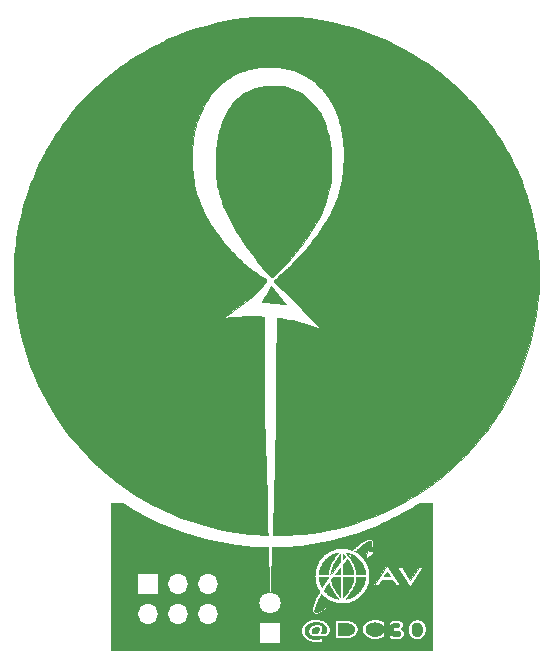
<source format=gbr>
G04 #@! TF.GenerationSoftware,KiCad,Pcbnew,(6.99.0-2452-gdb4f2d9dd8)*
G04 #@! TF.CreationDate,2022-08-02T13:39:31-05:00*
G04 #@! TF.ProjectId,RB,52422e6b-6963-4616-945f-706362585858,rev?*
G04 #@! TF.SameCoordinates,Original*
G04 #@! TF.FileFunction,Legend,Top*
G04 #@! TF.FilePolarity,Positive*
%FSLAX46Y46*%
G04 Gerber Fmt 4.6, Leading zero omitted, Abs format (unit mm)*
G04 Created by KiCad (PCBNEW (6.99.0-2452-gdb4f2d9dd8)) date 2022-08-02 13:39:31*
%MOMM*%
%LPD*%
G01*
G04 APERTURE LIST*
%ADD10C,0.100000*%
%ADD11R,1.800000X1.800000*%
%ADD12C,1.800000*%
%ADD13R,1.700000X1.700000*%
%ADD14O,1.700000X1.700000*%
G04 APERTURE END LIST*
D10*
G36*
X213850906Y-103808593D02*
G01*
X213864364Y-103826728D01*
X213850669Y-103808279D01*
X213837018Y-103789678D01*
X213850906Y-103808593D01*
G37*
X213850906Y-103808593D02*
X213864364Y-103826728D01*
X213850669Y-103808279D01*
X213837018Y-103789678D01*
X213850906Y-103808593D01*
G36*
X211555551Y-106396592D02*
G01*
X211560968Y-106406504D01*
X211566512Y-106416339D01*
X211560963Y-106406517D01*
X211555526Y-106396617D01*
X211544756Y-106376755D01*
X211544808Y-106376704D01*
X211555551Y-106396592D01*
G37*
X211555551Y-106396592D02*
X211560968Y-106406504D01*
X211566512Y-106416339D01*
X211560963Y-106406517D01*
X211555526Y-106396617D01*
X211544756Y-106376755D01*
X211544808Y-106376704D01*
X211555551Y-106396592D01*
G36*
X213878720Y-103846232D02*
G01*
X213885616Y-103855776D01*
X213892467Y-103865436D01*
X213891538Y-103864144D01*
X213884799Y-103854649D01*
X213878312Y-103845677D01*
X213878720Y-103846232D01*
G37*
X213878720Y-103846232D02*
X213885616Y-103855776D01*
X213892467Y-103865436D01*
X213891538Y-103864144D01*
X213884799Y-103854649D01*
X213878312Y-103845677D01*
X213878720Y-103846232D01*
G36*
X213676123Y-103984194D02*
G01*
X213682724Y-103993786D01*
X213691154Y-104006298D01*
X213669432Y-103974680D01*
X213676123Y-103984194D01*
G37*
X213676123Y-103984194D02*
X213682724Y-103993786D01*
X213691154Y-104006298D01*
X213669432Y-103974680D01*
X213676123Y-103984194D01*
G36*
X212040284Y-105552817D02*
G01*
X212041132Y-105562288D01*
X212043092Y-105581172D01*
X212047360Y-105618869D01*
X211927736Y-105788898D01*
X211810409Y-105960588D01*
X211752775Y-106047161D01*
X211695918Y-106134275D01*
X211639906Y-106221974D01*
X211584805Y-106310299D01*
X211544808Y-106376704D01*
X211519879Y-106329517D01*
X211496177Y-106281580D01*
X211473727Y-106232915D01*
X211452550Y-106183540D01*
X211432668Y-106133478D01*
X211414105Y-106082749D01*
X211396883Y-106031373D01*
X211381025Y-105979372D01*
X211366552Y-105926766D01*
X211353489Y-105873575D01*
X211341857Y-105819820D01*
X211331679Y-105765523D01*
X211322977Y-105710703D01*
X211315775Y-105655382D01*
X211310095Y-105599580D01*
X211305959Y-105543318D01*
X212039557Y-105543318D01*
X212040284Y-105552817D01*
G37*
X212040284Y-105552817D02*
X212041132Y-105562288D01*
X212043092Y-105581172D01*
X212047360Y-105618869D01*
X211927736Y-105788898D01*
X211810409Y-105960588D01*
X211752775Y-106047161D01*
X211695918Y-106134275D01*
X211639906Y-106221974D01*
X211584805Y-106310299D01*
X211544808Y-106376704D01*
X211519879Y-106329517D01*
X211496177Y-106281580D01*
X211473727Y-106232915D01*
X211452550Y-106183540D01*
X211432668Y-106133478D01*
X211414105Y-106082749D01*
X211396883Y-106031373D01*
X211381025Y-105979372D01*
X211366552Y-105926766D01*
X211353489Y-105873575D01*
X211341857Y-105819820D01*
X211331679Y-105765523D01*
X211322977Y-105710703D01*
X211315775Y-105655382D01*
X211310095Y-105599580D01*
X211305959Y-105543318D01*
X212039557Y-105543318D01*
X212040284Y-105552817D01*
G36*
X217340526Y-105486990D02*
G01*
X216857919Y-105486990D01*
X217097801Y-105111613D01*
X217340526Y-105486990D01*
G37*
X217340526Y-105486990D02*
X216857919Y-105486990D01*
X217097801Y-105111613D01*
X217340526Y-105486990D01*
G36*
X215199333Y-105629312D02*
G01*
X215188798Y-105714212D01*
X215174763Y-105797941D01*
X215157304Y-105880423D01*
X215136499Y-105961578D01*
X215112424Y-106041332D01*
X215085157Y-106119606D01*
X215054776Y-106196324D01*
X215021358Y-106271408D01*
X214984980Y-106344782D01*
X214945720Y-106416368D01*
X214903654Y-106486089D01*
X214858860Y-106553869D01*
X214811416Y-106619629D01*
X214761399Y-106683294D01*
X214708886Y-106744786D01*
X214653954Y-106804027D01*
X214596681Y-106860942D01*
X214537144Y-106915452D01*
X214475420Y-106967481D01*
X214411587Y-107016952D01*
X214345723Y-107063787D01*
X214277903Y-107107909D01*
X214208207Y-107149243D01*
X214136710Y-107187709D01*
X214063491Y-107223232D01*
X213988627Y-107255734D01*
X213912194Y-107285138D01*
X213834271Y-107311367D01*
X213754935Y-107334345D01*
X213674262Y-107353993D01*
X213592331Y-107370235D01*
X213742545Y-107178429D01*
X213891587Y-106975036D01*
X213964058Y-106869172D01*
X214034304Y-106760625D01*
X214101681Y-106649467D01*
X214165544Y-106535769D01*
X214225250Y-106419602D01*
X214280155Y-106301039D01*
X214329615Y-106180149D01*
X214372985Y-106057006D01*
X214409621Y-105931679D01*
X214438880Y-105804241D01*
X214460118Y-105674764D01*
X214472690Y-105543318D01*
X215206288Y-105543318D01*
X215199333Y-105629312D01*
G37*
X215199333Y-105629312D02*
X215188798Y-105714212D01*
X215174763Y-105797941D01*
X215157304Y-105880423D01*
X215136499Y-105961578D01*
X215112424Y-106041332D01*
X215085157Y-106119606D01*
X215054776Y-106196324D01*
X215021358Y-106271408D01*
X214984980Y-106344782D01*
X214945720Y-106416368D01*
X214903654Y-106486089D01*
X214858860Y-106553869D01*
X214811416Y-106619629D01*
X214761399Y-106683294D01*
X214708886Y-106744786D01*
X214653954Y-106804027D01*
X214596681Y-106860942D01*
X214537144Y-106915452D01*
X214475420Y-106967481D01*
X214411587Y-107016952D01*
X214345723Y-107063787D01*
X214277903Y-107107909D01*
X214208207Y-107149243D01*
X214136710Y-107187709D01*
X214063491Y-107223232D01*
X213988627Y-107255734D01*
X213912194Y-107285138D01*
X213834271Y-107311367D01*
X213754935Y-107334345D01*
X213674262Y-107353993D01*
X213592331Y-107370235D01*
X213742545Y-107178429D01*
X213891587Y-106975036D01*
X213964058Y-106869172D01*
X214034304Y-106760625D01*
X214101681Y-106649467D01*
X214165544Y-106535769D01*
X214225250Y-106419602D01*
X214280155Y-106301039D01*
X214329615Y-106180149D01*
X214372985Y-106057006D01*
X214409621Y-105931679D01*
X214438880Y-105804241D01*
X214460118Y-105674764D01*
X214472690Y-105543318D01*
X215206288Y-105543318D01*
X215199333Y-105629312D01*
G36*
X213133910Y-105295891D02*
G01*
X212685771Y-105295891D01*
X212796447Y-105154311D01*
X212907971Y-105013374D01*
X213020429Y-104873188D01*
X213133910Y-104733858D01*
X213133910Y-105295891D01*
G37*
X213133910Y-105295891D02*
X212685771Y-105295891D01*
X212796447Y-105154311D01*
X212907971Y-105013374D01*
X213020429Y-104873188D01*
X213133910Y-104733858D01*
X213133910Y-105295891D01*
G36*
X213773098Y-104125572D02*
G01*
X213822830Y-104202567D01*
X213870849Y-104280589D01*
X213916922Y-104359636D01*
X213960813Y-104439705D01*
X214002289Y-104520792D01*
X214041116Y-104602895D01*
X214077059Y-104686010D01*
X214109885Y-104770133D01*
X214139359Y-104855263D01*
X214165247Y-104941396D01*
X214187316Y-105028528D01*
X214205330Y-105116657D01*
X214219057Y-105205779D01*
X214228261Y-105295891D01*
X213378339Y-105295891D01*
X213378339Y-104442816D01*
X213441972Y-104368392D01*
X213473903Y-104331276D01*
X213506082Y-104294402D01*
X213613557Y-104172827D01*
X213721781Y-104051832D01*
X213708707Y-104032525D01*
X213695752Y-104013122D01*
X213691154Y-104006298D01*
X213773098Y-104125572D01*
G37*
X213773098Y-104125572D02*
X213822830Y-104202567D01*
X213870849Y-104280589D01*
X213916922Y-104359636D01*
X213960813Y-104439705D01*
X214002289Y-104520792D01*
X214041116Y-104602895D01*
X214077059Y-104686010D01*
X214109885Y-104770133D01*
X214139359Y-104855263D01*
X214165247Y-104941396D01*
X214187316Y-105028528D01*
X214205330Y-105116657D01*
X214219057Y-105205779D01*
X214228261Y-105295891D01*
X213378339Y-105295891D01*
X213378339Y-104442816D01*
X213441972Y-104368392D01*
X213473903Y-104331276D01*
X213506082Y-104294402D01*
X213613557Y-104172827D01*
X213721781Y-104051832D01*
X213708707Y-104032525D01*
X213695752Y-104013122D01*
X213691154Y-104006298D01*
X213773098Y-104125572D01*
G36*
X207653910Y-58080113D02*
G01*
X208209565Y-58083142D01*
X208728277Y-58092221D01*
X208962427Y-58099030D01*
X209173718Y-58107352D01*
X209357609Y-58117187D01*
X209509559Y-58128534D01*
X210482835Y-58233855D01*
X210957303Y-58298922D01*
X211424825Y-58372561D01*
X211886278Y-58454997D01*
X212342535Y-58546454D01*
X212794474Y-58647159D01*
X213242970Y-58757336D01*
X213688899Y-58877210D01*
X214133135Y-59007006D01*
X214576555Y-59146950D01*
X215020035Y-59297267D01*
X215464450Y-59458182D01*
X215910675Y-59629920D01*
X216812061Y-60006766D01*
X217465199Y-60306781D01*
X218111132Y-60629372D01*
X218748152Y-60973507D01*
X219374547Y-61338152D01*
X219988607Y-61722277D01*
X220588622Y-62124848D01*
X221172882Y-62544835D01*
X221739676Y-62981204D01*
X221962963Y-63161816D01*
X222207683Y-63363749D01*
X222425429Y-63546711D01*
X222509059Y-63618488D01*
X222567792Y-63670413D01*
X222834494Y-63910554D01*
X222968305Y-64035055D01*
X223156222Y-64215434D01*
X223373303Y-64427522D01*
X223594602Y-64647149D01*
X223969101Y-65031525D01*
X224334780Y-65425918D01*
X224691391Y-65830027D01*
X225038689Y-66243552D01*
X225376429Y-66666193D01*
X225704364Y-67097649D01*
X226022249Y-67537622D01*
X226329837Y-67985809D01*
X226529350Y-68288091D01*
X226710663Y-68574365D01*
X226916162Y-68913122D01*
X227188236Y-69372856D01*
X227309742Y-69592617D01*
X227489597Y-69929983D01*
X227666192Y-70268187D01*
X227777915Y-70490462D01*
X227982242Y-70922270D01*
X228143847Y-71274852D01*
X228304323Y-71648932D01*
X228462123Y-72040316D01*
X228615702Y-72444810D01*
X228763516Y-72858217D01*
X228904017Y-73276345D01*
X229035660Y-73694999D01*
X229156900Y-74109984D01*
X229360863Y-74899316D01*
X229536836Y-75710392D01*
X229683766Y-76534595D01*
X229800598Y-77363309D01*
X229886277Y-78187916D01*
X229939747Y-78999801D01*
X229959955Y-79790346D01*
X229957255Y-80174923D01*
X229945844Y-80550934D01*
X229933499Y-80830367D01*
X229921803Y-81076374D01*
X229912076Y-81262348D01*
X229905640Y-81361685D01*
X229867658Y-81793494D01*
X229785739Y-82568452D01*
X229673669Y-83349906D01*
X229532164Y-84134795D01*
X229361944Y-84920064D01*
X229163726Y-85702652D01*
X228938228Y-86479503D01*
X228686168Y-87247558D01*
X228408265Y-88003760D01*
X228251626Y-88390763D01*
X228075151Y-88796323D01*
X227881870Y-89214385D01*
X227674810Y-89638897D01*
X227456999Y-90063803D01*
X227231466Y-90483051D01*
X227001239Y-90890587D01*
X226769346Y-91280356D01*
X226650848Y-91471714D01*
X226533216Y-91657309D01*
X226420701Y-91830834D01*
X226317555Y-91985987D01*
X226228031Y-92116462D01*
X226156379Y-92215955D01*
X226128585Y-92252114D01*
X226106853Y-92278163D01*
X226091716Y-92293314D01*
X226086786Y-92296557D01*
X226083704Y-92296780D01*
X226082526Y-92296106D01*
X226081315Y-92295517D01*
X226080073Y-92295012D01*
X226078805Y-92294591D01*
X226077511Y-92294253D01*
X226076195Y-92293996D01*
X226074859Y-92293819D01*
X226073506Y-92293722D01*
X226072139Y-92293703D01*
X226070761Y-92293762D01*
X226069373Y-92293897D01*
X226067978Y-92294107D01*
X226066580Y-92294392D01*
X226065180Y-92294751D01*
X226063782Y-92295181D01*
X226062388Y-92295683D01*
X226061000Y-92296255D01*
X226059622Y-92296897D01*
X226058256Y-92297607D01*
X226056904Y-92298384D01*
X226055570Y-92299228D01*
X226054255Y-92300137D01*
X226052963Y-92301110D01*
X226051696Y-92302146D01*
X226050456Y-92303245D01*
X226049247Y-92304405D01*
X226048071Y-92305625D01*
X226046930Y-92306905D01*
X226045828Y-92308242D01*
X226044767Y-92309637D01*
X226043749Y-92311088D01*
X226042777Y-92312594D01*
X226040807Y-92315911D01*
X226039201Y-92318892D01*
X226038534Y-92320256D01*
X226037957Y-92321535D01*
X226037469Y-92322730D01*
X226037071Y-92323840D01*
X226036763Y-92324864D01*
X226036543Y-92325802D01*
X226036413Y-92326655D01*
X226036371Y-92327421D01*
X226036417Y-92328101D01*
X226036551Y-92328694D01*
X226036773Y-92329200D01*
X226037083Y-92329619D01*
X226037480Y-92329950D01*
X226037964Y-92330193D01*
X226038535Y-92330348D01*
X226039192Y-92330415D01*
X226039935Y-92330393D01*
X226040765Y-92330282D01*
X226041680Y-92330082D01*
X226042681Y-92329792D01*
X226043767Y-92329413D01*
X226044938Y-92328944D01*
X226046193Y-92328384D01*
X226047533Y-92327734D01*
X226050466Y-92326160D01*
X226053733Y-92324222D01*
X226055236Y-92323313D01*
X226056720Y-92322458D01*
X226058184Y-92321655D01*
X226059625Y-92320905D01*
X226061041Y-92320208D01*
X226062431Y-92319565D01*
X226063792Y-92318975D01*
X226065123Y-92318439D01*
X226066422Y-92317956D01*
X226067687Y-92317528D01*
X226068916Y-92317153D01*
X226070108Y-92316833D01*
X226071259Y-92316567D01*
X226072369Y-92316356D01*
X226073436Y-92316199D01*
X226074457Y-92316097D01*
X226075431Y-92316051D01*
X226076356Y-92316059D01*
X226077229Y-92316123D01*
X226078050Y-92316242D01*
X226078816Y-92316416D01*
X226079525Y-92316647D01*
X226080176Y-92316933D01*
X226080766Y-92317276D01*
X226081294Y-92317674D01*
X226081758Y-92318129D01*
X226082155Y-92318641D01*
X226082485Y-92319209D01*
X226082744Y-92319834D01*
X226082932Y-92320516D01*
X226083046Y-92321255D01*
X226083085Y-92322052D01*
X226075003Y-92339563D01*
X226051859Y-92376604D01*
X225966989Y-92500333D01*
X225689148Y-92883744D01*
X225355229Y-93329130D01*
X225200261Y-93530328D01*
X225070899Y-93693338D01*
X224894337Y-93906931D01*
X224704587Y-94130422D01*
X224512416Y-94351810D01*
X224328589Y-94559096D01*
X224163874Y-94740279D01*
X224029036Y-94883359D01*
X223976186Y-94936861D01*
X223934842Y-94976337D01*
X223906350Y-95000287D01*
X223897345Y-95005971D01*
X223892057Y-95007211D01*
X223890919Y-95006883D01*
X223889832Y-95006617D01*
X223888795Y-95006413D01*
X223887810Y-95006268D01*
X223886877Y-95006183D01*
X223885996Y-95006157D01*
X223885168Y-95006188D01*
X223884394Y-95006275D01*
X223883674Y-95006417D01*
X223883008Y-95006614D01*
X223882398Y-95006865D01*
X223881844Y-95007168D01*
X223881347Y-95007522D01*
X223880906Y-95007927D01*
X223880523Y-95008381D01*
X223880198Y-95008883D01*
X223879932Y-95009434D01*
X223879726Y-95010030D01*
X223879579Y-95010673D01*
X223879492Y-95011359D01*
X223879467Y-95012089D01*
X223879503Y-95012862D01*
X223879601Y-95013677D01*
X223879762Y-95014532D01*
X223879987Y-95015426D01*
X223880275Y-95016359D01*
X223880628Y-95017330D01*
X223881045Y-95018338D01*
X223881529Y-95019381D01*
X223882078Y-95020458D01*
X223882694Y-95021570D01*
X223883378Y-95022714D01*
X223882177Y-95030189D01*
X223873745Y-95044170D01*
X223836646Y-95090252D01*
X223691739Y-95245117D01*
X223472035Y-95464958D01*
X223200913Y-95727424D01*
X222901754Y-96010163D01*
X222597936Y-96290825D01*
X222312840Y-96547057D01*
X222069843Y-96756509D01*
X221617161Y-97124110D01*
X221154903Y-97479874D01*
X220683472Y-97823587D01*
X220203272Y-98155034D01*
X219714706Y-98474002D01*
X219218178Y-98780274D01*
X218714091Y-99073636D01*
X218202850Y-99353874D01*
X217684857Y-99620773D01*
X217160517Y-99874118D01*
X216630233Y-100113695D01*
X216094408Y-100339288D01*
X215553447Y-100550684D01*
X215007752Y-100747667D01*
X214457728Y-100930023D01*
X213903779Y-101097537D01*
X213246093Y-101277398D01*
X212597403Y-101435318D01*
X211953504Y-101571989D01*
X211310190Y-101688104D01*
X210663255Y-101784354D01*
X210008495Y-101861432D01*
X209341703Y-101920031D01*
X208658674Y-101960843D01*
X208658674Y-101960641D01*
X208418805Y-101970504D01*
X208169394Y-101978608D01*
X207939934Y-101984098D01*
X207759919Y-101986117D01*
X207407279Y-101986416D01*
X207424021Y-101548251D01*
X207579462Y-95890405D01*
X207618988Y-94488729D01*
X207659147Y-93312320D01*
X207679352Y-92616090D01*
X207693730Y-91600370D01*
X207711445Y-87946548D01*
X207723072Y-83596789D01*
X207789063Y-83596789D01*
X207859919Y-83602366D01*
X207980615Y-83617743D01*
X208321594Y-83669779D01*
X208712128Y-83736660D01*
X208894768Y-83770594D01*
X209052344Y-83802151D01*
X209334700Y-83864894D01*
X209623622Y-83935218D01*
X209914025Y-84011636D01*
X210200822Y-84092663D01*
X210478929Y-84176811D01*
X210743260Y-84262594D01*
X210988728Y-84348526D01*
X211210248Y-84433121D01*
X211261209Y-84453345D01*
X211309070Y-84471896D01*
X211352763Y-84488389D01*
X211391215Y-84502441D01*
X211423357Y-84513667D01*
X211448118Y-84521683D01*
X211457396Y-84524367D01*
X211464427Y-84526105D01*
X211469077Y-84526849D01*
X211470468Y-84526833D01*
X211471213Y-84526550D01*
X211461023Y-84513055D01*
X211428673Y-84477522D01*
X211306857Y-84350018D01*
X211124502Y-84163386D01*
X210900342Y-83936975D01*
X210634218Y-83667106D01*
X210337601Y-83362154D01*
X210046675Y-83059539D01*
X209797620Y-82796683D01*
X209599664Y-82586815D01*
X209413352Y-82392214D01*
X209234696Y-82208913D01*
X209059708Y-82032943D01*
X208884400Y-81860337D01*
X208704784Y-81687127D01*
X208516872Y-81509346D01*
X208316675Y-81323025D01*
X208026937Y-81053808D01*
X207792780Y-80833908D01*
X207712830Y-80758357D01*
X207638980Y-80689235D01*
X207579450Y-80634184D01*
X207542460Y-80600848D01*
X207535442Y-80594471D01*
X207528995Y-80588000D01*
X207523113Y-80581416D01*
X207517788Y-80574704D01*
X207513015Y-80567844D01*
X207508784Y-80560820D01*
X207505091Y-80553613D01*
X207501927Y-80546207D01*
X207499287Y-80538583D01*
X207497162Y-80530725D01*
X207495547Y-80522613D01*
X207494433Y-80514232D01*
X207493815Y-80505562D01*
X207493686Y-80496588D01*
X207494038Y-80487290D01*
X207494864Y-80477652D01*
X207496790Y-80466239D01*
X207500255Y-80454427D01*
X207505458Y-80442004D01*
X207512594Y-80428762D01*
X207521859Y-80414490D01*
X207533450Y-80398978D01*
X207547563Y-80382016D01*
X207564395Y-80363394D01*
X207584141Y-80342902D01*
X207606999Y-80320329D01*
X207662834Y-80268105D01*
X207733470Y-80205041D01*
X207820478Y-80129455D01*
X207967645Y-80001050D01*
X208133645Y-79853493D01*
X208298129Y-79705011D01*
X208440751Y-79573831D01*
X208502007Y-79517249D01*
X208559985Y-79464710D01*
X208613355Y-79417347D01*
X208660790Y-79376294D01*
X208700962Y-79342682D01*
X208717908Y-79329021D01*
X208732540Y-79317645D01*
X208744692Y-79308697D01*
X208754198Y-79302316D01*
X208760891Y-79298646D01*
X208763131Y-79297871D01*
X208764606Y-79297827D01*
X208765679Y-79298128D01*
X208766726Y-79298375D01*
X208767747Y-79298571D01*
X208768741Y-79298715D01*
X208769706Y-79298809D01*
X208770641Y-79298853D01*
X208771545Y-79298849D01*
X208772418Y-79298796D01*
X208773258Y-79298695D01*
X208774064Y-79298548D01*
X208774835Y-79298356D01*
X208775571Y-79298118D01*
X208776269Y-79297837D01*
X208776929Y-79297512D01*
X208777550Y-79297144D01*
X208778130Y-79296735D01*
X208778670Y-79296285D01*
X208779167Y-79295795D01*
X208779621Y-79295265D01*
X208780030Y-79294697D01*
X208780394Y-79294091D01*
X208780711Y-79293449D01*
X208780981Y-79292770D01*
X208781202Y-79292055D01*
X208781373Y-79291306D01*
X208781494Y-79290524D01*
X208781563Y-79289709D01*
X208781578Y-79288861D01*
X208781540Y-79287982D01*
X208781447Y-79287073D01*
X208781298Y-79286133D01*
X208781092Y-79285165D01*
X208782516Y-79281314D01*
X208787605Y-79273821D01*
X208808042Y-79248705D01*
X208840930Y-79211407D01*
X208884792Y-79163515D01*
X208999544Y-79042309D01*
X209140500Y-78897799D01*
X209533737Y-78490780D01*
X209908470Y-78084387D01*
X210264553Y-77678853D01*
X210601839Y-77274410D01*
X210920181Y-76871291D01*
X211219431Y-76469728D01*
X211499443Y-76069953D01*
X211760070Y-75672198D01*
X212001164Y-75276697D01*
X212222578Y-74883681D01*
X212424166Y-74493383D01*
X212605780Y-74106035D01*
X212767274Y-73721870D01*
X212908500Y-73341119D01*
X213029311Y-72964016D01*
X213129560Y-72590793D01*
X213199741Y-72283031D01*
X213257307Y-71987143D01*
X213303271Y-71692765D01*
X213338644Y-71389532D01*
X213364437Y-71067080D01*
X213381661Y-70715047D01*
X213391329Y-70323067D01*
X213394452Y-69880778D01*
X213394216Y-69585117D01*
X213392926Y-69346370D01*
X213390128Y-69153372D01*
X213385371Y-68994956D01*
X213378203Y-68859958D01*
X213368171Y-68737211D01*
X213354825Y-68615550D01*
X213337711Y-68483809D01*
X213296737Y-68200700D01*
X213253149Y-67934228D01*
X213206556Y-67682640D01*
X213156567Y-67444185D01*
X213102792Y-67217112D01*
X213044840Y-66999668D01*
X212982320Y-66790103D01*
X212914841Y-66586664D01*
X212744322Y-66142180D01*
X212550494Y-65718536D01*
X212334241Y-65316470D01*
X212096446Y-64936717D01*
X211837990Y-64580016D01*
X211559758Y-64247104D01*
X211262633Y-63938716D01*
X210947497Y-63655591D01*
X210615233Y-63398465D01*
X210266725Y-63168075D01*
X209902855Y-62965159D01*
X209524506Y-62790452D01*
X209132562Y-62644693D01*
X208727905Y-62528619D01*
X208311418Y-62442965D01*
X207883985Y-62388470D01*
X207703388Y-62376343D01*
X207480502Y-62367527D01*
X207231427Y-62362048D01*
X206972265Y-62359931D01*
X206719115Y-62361205D01*
X206488080Y-62365895D01*
X206295258Y-62374027D01*
X206156751Y-62385628D01*
X205950128Y-62415066D01*
X205746593Y-62450964D01*
X205546104Y-62493341D01*
X205348618Y-62542215D01*
X205154094Y-62597604D01*
X204962489Y-62659525D01*
X204773761Y-62727997D01*
X204587866Y-62803038D01*
X204404764Y-62884665D01*
X204224411Y-62972897D01*
X204046764Y-63067751D01*
X203871783Y-63169245D01*
X203699424Y-63277398D01*
X203529644Y-63392227D01*
X203362402Y-63513750D01*
X203197655Y-63641986D01*
X203091650Y-63731654D01*
X202970450Y-63841481D01*
X202839845Y-63965642D01*
X202705619Y-64098311D01*
X202573560Y-64233665D01*
X202449456Y-64365878D01*
X202339091Y-64489127D01*
X202248255Y-64597587D01*
X202128110Y-64752973D01*
X202011665Y-64913494D01*
X201899022Y-65078940D01*
X201790281Y-65249100D01*
X201685541Y-65423764D01*
X201584904Y-65602720D01*
X201488469Y-65785760D01*
X201396337Y-65972671D01*
X201308608Y-66163245D01*
X201225383Y-66357269D01*
X201146761Y-66554534D01*
X201072844Y-66754830D01*
X201003731Y-66957946D01*
X200939523Y-67163671D01*
X200880320Y-67371795D01*
X200826223Y-67582107D01*
X200761991Y-67857856D01*
X200708827Y-68115564D01*
X200665694Y-68363866D01*
X200631557Y-68611397D01*
X200605377Y-68866794D01*
X200586119Y-69138690D01*
X200572747Y-69435721D01*
X200564223Y-69766522D01*
X200561455Y-70171522D01*
X200568501Y-70562119D01*
X200585639Y-70939467D01*
X200613142Y-71304725D01*
X200651289Y-71659049D01*
X200700353Y-72003594D01*
X200760612Y-72339518D01*
X200832341Y-72667977D01*
X200915816Y-72990127D01*
X201011313Y-73307125D01*
X201119108Y-73620127D01*
X201239477Y-73930290D01*
X201372695Y-74238770D01*
X201519039Y-74546723D01*
X201678784Y-74855307D01*
X201852207Y-75165677D01*
X201888946Y-75229743D01*
X201923271Y-75290718D01*
X201954428Y-75347183D01*
X201981664Y-75397715D01*
X202004226Y-75440896D01*
X202021359Y-75475303D01*
X202027655Y-75488773D01*
X202032312Y-75499516D01*
X202035235Y-75507356D01*
X202036330Y-75512115D01*
X202036428Y-75513670D01*
X202036581Y-75515172D01*
X202036785Y-75516619D01*
X202037040Y-75518009D01*
X202037345Y-75519343D01*
X202037697Y-75520618D01*
X202038096Y-75521835D01*
X202038541Y-75522990D01*
X202039028Y-75524085D01*
X202039558Y-75525116D01*
X202040128Y-75526084D01*
X202040738Y-75526987D01*
X202041385Y-75527824D01*
X202042069Y-75528594D01*
X202042787Y-75529295D01*
X202043539Y-75529927D01*
X202044323Y-75530489D01*
X202045137Y-75530979D01*
X202045980Y-75531396D01*
X202046850Y-75531739D01*
X202047747Y-75532007D01*
X202048668Y-75532199D01*
X202049613Y-75532314D01*
X202050579Y-75532351D01*
X202051565Y-75532307D01*
X202052570Y-75532184D01*
X202053592Y-75531978D01*
X202054631Y-75531690D01*
X202055683Y-75531318D01*
X202056749Y-75530860D01*
X202057826Y-75530317D01*
X202058913Y-75529686D01*
X202059998Y-75529044D01*
X202061070Y-75528468D01*
X202062126Y-75527956D01*
X202063165Y-75527508D01*
X202064187Y-75527123D01*
X202065189Y-75526801D01*
X202066170Y-75526541D01*
X202067129Y-75526343D01*
X202068065Y-75526206D01*
X202068976Y-75526129D01*
X202069861Y-75526113D01*
X202070719Y-75526155D01*
X202071548Y-75526256D01*
X202072347Y-75526416D01*
X202073114Y-75526633D01*
X202073849Y-75526907D01*
X202074549Y-75527237D01*
X202075215Y-75527623D01*
X202075843Y-75528065D01*
X202076433Y-75528561D01*
X202076983Y-75529112D01*
X202077493Y-75529716D01*
X202077961Y-75530373D01*
X202078385Y-75531082D01*
X202078764Y-75531843D01*
X202079097Y-75532656D01*
X202079383Y-75533519D01*
X202079619Y-75534432D01*
X202079805Y-75535395D01*
X202079940Y-75536407D01*
X202080022Y-75537468D01*
X202080050Y-75538576D01*
X202080901Y-75542111D01*
X202083398Y-75548096D01*
X202092995Y-75566857D01*
X202108166Y-75593743D01*
X202128238Y-75627636D01*
X202180392Y-75711982D01*
X202244071Y-75810963D01*
X202260695Y-75836622D01*
X202276693Y-75861841D01*
X202291988Y-75886479D01*
X202306506Y-75910393D01*
X202320170Y-75933440D01*
X202332904Y-75955478D01*
X202344632Y-75976365D01*
X202355278Y-75995957D01*
X202364767Y-76014112D01*
X202373021Y-76030687D01*
X202379966Y-76045540D01*
X202385524Y-76058529D01*
X202389621Y-76069510D01*
X202392181Y-76078341D01*
X202392860Y-76081906D01*
X202393126Y-76084879D01*
X202392970Y-76087245D01*
X202392382Y-76088983D01*
X202390893Y-76091692D01*
X202389656Y-76094133D01*
X202389132Y-76095253D01*
X202388669Y-76096303D01*
X202388268Y-76097285D01*
X202387929Y-76098198D01*
X202387650Y-76099040D01*
X202387433Y-76099811D01*
X202387276Y-76100512D01*
X202387179Y-76101140D01*
X202387142Y-76101696D01*
X202387165Y-76102179D01*
X202387246Y-76102589D01*
X202387387Y-76102925D01*
X202387586Y-76103186D01*
X202387844Y-76103372D01*
X202388159Y-76103482D01*
X202388533Y-76103517D01*
X202388963Y-76103474D01*
X202389450Y-76103354D01*
X202389995Y-76103156D01*
X202390595Y-76102879D01*
X202391252Y-76102523D01*
X202391964Y-76102088D01*
X202392732Y-76101573D01*
X202393555Y-76100977D01*
X202394432Y-76100299D01*
X202395365Y-76099540D01*
X202397391Y-76097774D01*
X202398602Y-76097020D01*
X202400095Y-76096686D01*
X202401861Y-76096763D01*
X202403891Y-76097242D01*
X202408710Y-76099369D01*
X202414482Y-76102996D01*
X202421138Y-76108051D01*
X202428609Y-76114463D01*
X202436825Y-76122160D01*
X202445716Y-76131071D01*
X202455213Y-76141123D01*
X202465247Y-76152246D01*
X202486648Y-76177417D01*
X202509363Y-76206010D01*
X202532836Y-76237454D01*
X202726512Y-76500981D01*
X202919888Y-76756228D01*
X203113245Y-77003490D01*
X203306863Y-77243063D01*
X203501025Y-77475244D01*
X203696011Y-77700326D01*
X203892102Y-77918607D01*
X204089578Y-78130381D01*
X204288722Y-78335945D01*
X204489813Y-78535594D01*
X204693133Y-78729623D01*
X204898963Y-78918329D01*
X205107584Y-79102007D01*
X205319276Y-79280952D01*
X205534321Y-79455460D01*
X205753000Y-79625827D01*
X205883107Y-79722518D01*
X206024827Y-79823357D01*
X206170841Y-79923579D01*
X206313833Y-80018418D01*
X206446484Y-80103108D01*
X206561477Y-80172885D01*
X206610066Y-80200691D01*
X206651495Y-80222981D01*
X206684852Y-80239161D01*
X206709220Y-80248633D01*
X206725207Y-80253551D01*
X206739296Y-80258148D01*
X206751601Y-80262589D01*
X206762239Y-80267038D01*
X206766969Y-80269318D01*
X206771325Y-80271663D01*
X206775322Y-80274092D01*
X206778975Y-80276627D01*
X206782297Y-80279288D01*
X206785304Y-80282097D01*
X206788010Y-80285073D01*
X206790428Y-80288238D01*
X206792575Y-80291612D01*
X206794463Y-80295216D01*
X206796108Y-80299070D01*
X206797525Y-80303196D01*
X206798726Y-80307613D01*
X206799728Y-80312343D01*
X206800544Y-80317407D01*
X206801190Y-80322824D01*
X206802024Y-80334804D01*
X206802348Y-80348448D01*
X206802277Y-80363921D01*
X206801926Y-80381390D01*
X206801080Y-80403437D01*
X206799638Y-80426268D01*
X206797679Y-80449221D01*
X206795280Y-80471635D01*
X206792520Y-80492849D01*
X206789478Y-80512200D01*
X206786231Y-80529029D01*
X206784556Y-80536290D01*
X206782859Y-80542673D01*
X206772720Y-80563736D01*
X206751616Y-80596354D01*
X206681113Y-80690891D01*
X206580544Y-80815560D01*
X206459105Y-80959639D01*
X206325990Y-81112404D01*
X206190394Y-81263132D01*
X206061513Y-81401100D01*
X205948542Y-81515585D01*
X205898888Y-81563245D01*
X205843393Y-81615398D01*
X205722359Y-81726419D01*
X205600406Y-81835118D01*
X205543760Y-81884368D01*
X205492496Y-81927963D01*
X205344958Y-82047591D01*
X205149635Y-82199869D01*
X204661942Y-82567964D01*
X204122035Y-82963428D01*
X203622532Y-83317441D01*
X203523182Y-83386513D01*
X203430843Y-83451322D01*
X203347513Y-83510424D01*
X203275186Y-83562374D01*
X203215859Y-83605727D01*
X203171528Y-83639041D01*
X203144191Y-83660870D01*
X203137518Y-83667026D01*
X203136040Y-83668835D01*
X203135842Y-83669769D01*
X203137962Y-83670394D01*
X203142425Y-83670332D01*
X203157880Y-83668265D01*
X203181202Y-83663798D01*
X203211387Y-83657162D01*
X203247433Y-83648589D01*
X203288333Y-83638308D01*
X203380684Y-83613547D01*
X203433030Y-83599810D01*
X203491387Y-83585953D01*
X203553795Y-83572351D01*
X203618297Y-83559384D01*
X203682934Y-83547428D01*
X203745748Y-83536862D01*
X203804780Y-83528063D01*
X203858071Y-83521408D01*
X204047915Y-83509133D01*
X204362613Y-83497567D01*
X205195554Y-83479237D01*
X206014869Y-83471761D01*
X206312533Y-83473762D01*
X206478531Y-83480481D01*
X206647876Y-83498825D01*
X206659504Y-87897574D01*
X206667032Y-90077648D01*
X206677150Y-91592924D01*
X206691506Y-92614214D01*
X206711750Y-93312332D01*
X206751912Y-94488741D01*
X206791434Y-95890417D01*
X206883611Y-99398220D01*
X206946827Y-101539685D01*
X206963724Y-101969272D01*
X206544114Y-101952734D01*
X205972209Y-101921691D01*
X205397060Y-101873675D01*
X204819542Y-101808920D01*
X204240534Y-101727659D01*
X203660912Y-101630124D01*
X203081552Y-101516548D01*
X202503333Y-101387164D01*
X201927131Y-101242205D01*
X201353822Y-101081904D01*
X200784285Y-100906494D01*
X200219396Y-100716208D01*
X199660032Y-100511278D01*
X199107069Y-100291937D01*
X198561386Y-100058419D01*
X198023859Y-99810955D01*
X197495365Y-99549780D01*
X197209072Y-99400788D01*
X196920012Y-99245639D01*
X196634498Y-99087973D01*
X196358846Y-98931427D01*
X196099372Y-98779642D01*
X195862392Y-98636255D01*
X195654219Y-98504904D01*
X195481171Y-98389230D01*
X195448834Y-98366892D01*
X195418276Y-98346052D01*
X195390193Y-98327166D01*
X195365280Y-98310691D01*
X195344234Y-98297082D01*
X195327751Y-98286797D01*
X195316527Y-98280291D01*
X195313105Y-98278598D01*
X195311258Y-98278021D01*
X195290411Y-98266782D01*
X195241527Y-98235443D01*
X195080445Y-98126722D01*
X194869599Y-97980376D01*
X194650576Y-97824924D01*
X194474128Y-97697521D01*
X194328911Y-97591495D01*
X194267338Y-97545969D01*
X194212761Y-97505152D01*
X194164910Y-97468832D01*
X194123514Y-97436798D01*
X194088303Y-97408838D01*
X194059006Y-97384740D01*
X194035352Y-97364292D01*
X194017072Y-97347283D01*
X194009862Y-97340002D01*
X194003894Y-97333501D01*
X193999134Y-97327754D01*
X193995548Y-97322734D01*
X193993102Y-97318415D01*
X193991764Y-97314771D01*
X193991498Y-97311774D01*
X193992270Y-97309399D01*
X193992976Y-97308216D01*
X193993612Y-97307065D01*
X193994178Y-97305949D01*
X193994674Y-97304868D01*
X193995103Y-97303823D01*
X193995463Y-97302815D01*
X193995756Y-97301846D01*
X193995982Y-97300916D01*
X193996142Y-97300027D01*
X193996237Y-97299179D01*
X193996266Y-97298374D01*
X193996232Y-97297612D01*
X193996133Y-97296895D01*
X193995972Y-97296223D01*
X193995748Y-97295598D01*
X193995462Y-97295021D01*
X193995115Y-97294492D01*
X193994708Y-97294014D01*
X193994240Y-97293586D01*
X193993713Y-97293210D01*
X193993127Y-97292887D01*
X193992483Y-97292617D01*
X193991781Y-97292403D01*
X193991022Y-97292245D01*
X193990206Y-97292144D01*
X193989335Y-97292101D01*
X193988409Y-97292117D01*
X193987428Y-97292193D01*
X193986393Y-97292331D01*
X193985305Y-97292531D01*
X193984163Y-97292794D01*
X193982970Y-97293121D01*
X193976327Y-97292842D01*
X193966017Y-97289281D01*
X193935040Y-97272830D01*
X193836141Y-97206232D01*
X193696525Y-97101587D01*
X193526443Y-96967156D01*
X193336148Y-96811201D01*
X193135892Y-96641983D01*
X192935928Y-96467763D01*
X192746508Y-96296802D01*
X192685307Y-96240554D01*
X192630713Y-96190675D01*
X192588670Y-96152582D01*
X192565123Y-96131695D01*
X192494787Y-96066650D01*
X192374774Y-95950310D01*
X192040879Y-95618992D01*
X191673762Y-95248230D01*
X191383748Y-94948514D01*
X190808891Y-94313544D01*
X190259772Y-93653960D01*
X189737013Y-92971091D01*
X189241232Y-92266270D01*
X188773052Y-91540829D01*
X188333091Y-90796098D01*
X187921970Y-90033410D01*
X187540310Y-89254096D01*
X187188730Y-88459487D01*
X186867851Y-87650916D01*
X186578293Y-86829714D01*
X186320677Y-85997213D01*
X186095622Y-85154743D01*
X185903750Y-84303638D01*
X185745680Y-83445227D01*
X185622032Y-82580844D01*
X185561087Y-82009912D01*
X185515626Y-81421740D01*
X185485711Y-80822144D01*
X185471406Y-80216943D01*
X185472773Y-79611953D01*
X185489877Y-79012993D01*
X185522779Y-78425879D01*
X185571544Y-77856430D01*
X185625441Y-77377049D01*
X185689551Y-76900027D01*
X185763854Y-76425434D01*
X185848331Y-75953337D01*
X185942963Y-75483805D01*
X186047730Y-75016908D01*
X186162612Y-74552713D01*
X186287590Y-74091291D01*
X186422645Y-73632708D01*
X186567756Y-73177035D01*
X186722904Y-72724340D01*
X186888071Y-72274691D01*
X187063235Y-71828158D01*
X187248378Y-71384809D01*
X187443481Y-70944712D01*
X187648523Y-70507937D01*
X187793736Y-70213113D01*
X187945925Y-69914635D01*
X188097787Y-69625747D01*
X188242020Y-69359690D01*
X188371323Y-69129706D01*
X188478394Y-68949038D01*
X188521310Y-68881334D01*
X188555930Y-68830926D01*
X188581341Y-68799466D01*
X188590308Y-68791360D01*
X188596631Y-68788612D01*
X188597865Y-68788583D01*
X188599048Y-68788496D01*
X188600178Y-68788353D01*
X188601255Y-68788154D01*
X188602279Y-68787903D01*
X188603248Y-68787599D01*
X188604162Y-68787245D01*
X188605020Y-68786842D01*
X188605822Y-68786392D01*
X188606567Y-68785895D01*
X188607254Y-68785353D01*
X188607883Y-68784768D01*
X188608452Y-68784141D01*
X188608962Y-68783474D01*
X188609412Y-68782768D01*
X188609800Y-68782024D01*
X188610127Y-68781244D01*
X188610391Y-68780429D01*
X188610593Y-68779581D01*
X188610730Y-68778701D01*
X188610804Y-68777791D01*
X188610812Y-68776852D01*
X188610754Y-68775885D01*
X188610631Y-68774892D01*
X188610440Y-68773875D01*
X188610182Y-68772835D01*
X188609855Y-68771772D01*
X188609459Y-68770690D01*
X188608994Y-68769588D01*
X188608458Y-68768469D01*
X188607851Y-68767334D01*
X188607173Y-68766185D01*
X188606828Y-68762205D01*
X188608585Y-68755011D01*
X188612348Y-68744780D01*
X188618016Y-68731692D01*
X188634676Y-68697663D01*
X188657780Y-68654353D01*
X188686541Y-68603195D01*
X188720171Y-68545622D01*
X188757884Y-68483065D01*
X188798893Y-68416955D01*
X188977523Y-68138146D01*
X189166475Y-67852996D01*
X189362859Y-67565558D01*
X189563784Y-67279885D01*
X189766359Y-67000029D01*
X189967693Y-66730045D01*
X190164896Y-66473984D01*
X190355077Y-66235899D01*
X190690041Y-65834999D01*
X191034466Y-65442230D01*
X191388167Y-65057746D01*
X191750960Y-64681702D01*
X192122658Y-64314253D01*
X192503078Y-63955554D01*
X192892034Y-63605759D01*
X193289342Y-63265023D01*
X193694816Y-62933501D01*
X194108272Y-62611347D01*
X194529525Y-62298716D01*
X194958389Y-61995763D01*
X195394680Y-61702643D01*
X195838212Y-61419509D01*
X196288802Y-61146518D01*
X196746264Y-60883823D01*
X196937156Y-60779017D01*
X197143291Y-60668965D01*
X197352482Y-60559814D01*
X197552544Y-60457707D01*
X197731293Y-60368790D01*
X197876545Y-60299207D01*
X197976113Y-60255102D01*
X198004958Y-60244525D01*
X198013480Y-60242441D01*
X198017814Y-60242622D01*
X198018814Y-60243201D01*
X198019823Y-60243707D01*
X198020840Y-60244143D01*
X198021863Y-60244508D01*
X198022890Y-60244803D01*
X198023919Y-60245030D01*
X198024948Y-60245189D01*
X198025976Y-60245281D01*
X198027000Y-60245306D01*
X198028020Y-60245267D01*
X198029033Y-60245163D01*
X198030038Y-60244995D01*
X198031032Y-60244764D01*
X198032014Y-60244471D01*
X198032983Y-60244117D01*
X198033936Y-60243703D01*
X198034871Y-60243229D01*
X198035788Y-60242696D01*
X198036683Y-60242106D01*
X198037556Y-60241459D01*
X198038404Y-60240755D01*
X198039226Y-60239996D01*
X198040021Y-60239183D01*
X198040785Y-60238316D01*
X198041518Y-60237396D01*
X198042217Y-60236424D01*
X198042882Y-60235401D01*
X198043509Y-60234328D01*
X198044098Y-60233205D01*
X198044646Y-60232033D01*
X198045153Y-60230814D01*
X198045615Y-60229548D01*
X198055432Y-60219551D01*
X198079448Y-60203982D01*
X198166374Y-60157771D01*
X198298990Y-60094213D01*
X198469894Y-60016604D01*
X198896951Y-59832422D01*
X199388324Y-59631600D01*
X200158648Y-59341109D01*
X200932946Y-59080993D01*
X201713474Y-58850722D01*
X202502485Y-58649766D01*
X203302233Y-58477594D01*
X204114974Y-58333677D01*
X204942962Y-58217485D01*
X205788450Y-58128487D01*
X205942693Y-58117141D01*
X206128574Y-58107306D01*
X206577084Y-58092173D01*
X207097643Y-58083092D01*
X207653916Y-58080066D01*
X207653910Y-58080113D01*
G37*
X207653910Y-58080113D02*
X208209565Y-58083142D01*
X208728277Y-58092221D01*
X208962427Y-58099030D01*
X209173718Y-58107352D01*
X209357609Y-58117187D01*
X209509559Y-58128534D01*
X210482835Y-58233855D01*
X210957303Y-58298922D01*
X211424825Y-58372561D01*
X211886278Y-58454997D01*
X212342535Y-58546454D01*
X212794474Y-58647159D01*
X213242970Y-58757336D01*
X213688899Y-58877210D01*
X214133135Y-59007006D01*
X214576555Y-59146950D01*
X215020035Y-59297267D01*
X215464450Y-59458182D01*
X215910675Y-59629920D01*
X216812061Y-60006766D01*
X217465199Y-60306781D01*
X218111132Y-60629372D01*
X218748152Y-60973507D01*
X219374547Y-61338152D01*
X219988607Y-61722277D01*
X220588622Y-62124848D01*
X221172882Y-62544835D01*
X221739676Y-62981204D01*
X221962963Y-63161816D01*
X222207683Y-63363749D01*
X222425429Y-63546711D01*
X222509059Y-63618488D01*
X222567792Y-63670413D01*
X222834494Y-63910554D01*
X222968305Y-64035055D01*
X223156222Y-64215434D01*
X223373303Y-64427522D01*
X223594602Y-64647149D01*
X223969101Y-65031525D01*
X224334780Y-65425918D01*
X224691391Y-65830027D01*
X225038689Y-66243552D01*
X225376429Y-66666193D01*
X225704364Y-67097649D01*
X226022249Y-67537622D01*
X226329837Y-67985809D01*
X226529350Y-68288091D01*
X226710663Y-68574365D01*
X226916162Y-68913122D01*
X227188236Y-69372856D01*
X227309742Y-69592617D01*
X227489597Y-69929983D01*
X227666192Y-70268187D01*
X227777915Y-70490462D01*
X227982242Y-70922270D01*
X228143847Y-71274852D01*
X228304323Y-71648932D01*
X228462123Y-72040316D01*
X228615702Y-72444810D01*
X228763516Y-72858217D01*
X228904017Y-73276345D01*
X229035660Y-73694999D01*
X229156900Y-74109984D01*
X229360863Y-74899316D01*
X229536836Y-75710392D01*
X229683766Y-76534595D01*
X229800598Y-77363309D01*
X229886277Y-78187916D01*
X229939747Y-78999801D01*
X229959955Y-79790346D01*
X229957255Y-80174923D01*
X229945844Y-80550934D01*
X229933499Y-80830367D01*
X229921803Y-81076374D01*
X229912076Y-81262348D01*
X229905640Y-81361685D01*
X229867658Y-81793494D01*
X229785739Y-82568452D01*
X229673669Y-83349906D01*
X229532164Y-84134795D01*
X229361944Y-84920064D01*
X229163726Y-85702652D01*
X228938228Y-86479503D01*
X228686168Y-87247558D01*
X228408265Y-88003760D01*
X228251626Y-88390763D01*
X228075151Y-88796323D01*
X227881870Y-89214385D01*
X227674810Y-89638897D01*
X227456999Y-90063803D01*
X227231466Y-90483051D01*
X227001239Y-90890587D01*
X226769346Y-91280356D01*
X226650848Y-91471714D01*
X226533216Y-91657309D01*
X226420701Y-91830834D01*
X226317555Y-91985987D01*
X226228031Y-92116462D01*
X226156379Y-92215955D01*
X226128585Y-92252114D01*
X226106853Y-92278163D01*
X226091716Y-92293314D01*
X226086786Y-92296557D01*
X226083704Y-92296780D01*
X226082526Y-92296106D01*
X226081315Y-92295517D01*
X226080073Y-92295012D01*
X226078805Y-92294591D01*
X226077511Y-92294253D01*
X226076195Y-92293996D01*
X226074859Y-92293819D01*
X226073506Y-92293722D01*
X226072139Y-92293703D01*
X226070761Y-92293762D01*
X226069373Y-92293897D01*
X226067978Y-92294107D01*
X226066580Y-92294392D01*
X226065180Y-92294751D01*
X226063782Y-92295181D01*
X226062388Y-92295683D01*
X226061000Y-92296255D01*
X226059622Y-92296897D01*
X226058256Y-92297607D01*
X226056904Y-92298384D01*
X226055570Y-92299228D01*
X226054255Y-92300137D01*
X226052963Y-92301110D01*
X226051696Y-92302146D01*
X226050456Y-92303245D01*
X226049247Y-92304405D01*
X226048071Y-92305625D01*
X226046930Y-92306905D01*
X226045828Y-92308242D01*
X226044767Y-92309637D01*
X226043749Y-92311088D01*
X226042777Y-92312594D01*
X226040807Y-92315911D01*
X226039201Y-92318892D01*
X226038534Y-92320256D01*
X226037957Y-92321535D01*
X226037469Y-92322730D01*
X226037071Y-92323840D01*
X226036763Y-92324864D01*
X226036543Y-92325802D01*
X226036413Y-92326655D01*
X226036371Y-92327421D01*
X226036417Y-92328101D01*
X226036551Y-92328694D01*
X226036773Y-92329200D01*
X226037083Y-92329619D01*
X226037480Y-92329950D01*
X226037964Y-92330193D01*
X226038535Y-92330348D01*
X226039192Y-92330415D01*
X226039935Y-92330393D01*
X226040765Y-92330282D01*
X226041680Y-92330082D01*
X226042681Y-92329792D01*
X226043767Y-92329413D01*
X226044938Y-92328944D01*
X226046193Y-92328384D01*
X226047533Y-92327734D01*
X226050466Y-92326160D01*
X226053733Y-92324222D01*
X226055236Y-92323313D01*
X226056720Y-92322458D01*
X226058184Y-92321655D01*
X226059625Y-92320905D01*
X226061041Y-92320208D01*
X226062431Y-92319565D01*
X226063792Y-92318975D01*
X226065123Y-92318439D01*
X226066422Y-92317956D01*
X226067687Y-92317528D01*
X226068916Y-92317153D01*
X226070108Y-92316833D01*
X226071259Y-92316567D01*
X226072369Y-92316356D01*
X226073436Y-92316199D01*
X226074457Y-92316097D01*
X226075431Y-92316051D01*
X226076356Y-92316059D01*
X226077229Y-92316123D01*
X226078050Y-92316242D01*
X226078816Y-92316416D01*
X226079525Y-92316647D01*
X226080176Y-92316933D01*
X226080766Y-92317276D01*
X226081294Y-92317674D01*
X226081758Y-92318129D01*
X226082155Y-92318641D01*
X226082485Y-92319209D01*
X226082744Y-92319834D01*
X226082932Y-92320516D01*
X226083046Y-92321255D01*
X226083085Y-92322052D01*
X226075003Y-92339563D01*
X226051859Y-92376604D01*
X225966989Y-92500333D01*
X225689148Y-92883744D01*
X225355229Y-93329130D01*
X225200261Y-93530328D01*
X225070899Y-93693338D01*
X224894337Y-93906931D01*
X224704587Y-94130422D01*
X224512416Y-94351810D01*
X224328589Y-94559096D01*
X224163874Y-94740279D01*
X224029036Y-94883359D01*
X223976186Y-94936861D01*
X223934842Y-94976337D01*
X223906350Y-95000287D01*
X223897345Y-95005971D01*
X223892057Y-95007211D01*
X223890919Y-95006883D01*
X223889832Y-95006617D01*
X223888795Y-95006413D01*
X223887810Y-95006268D01*
X223886877Y-95006183D01*
X223885996Y-95006157D01*
X223885168Y-95006188D01*
X223884394Y-95006275D01*
X223883674Y-95006417D01*
X223883008Y-95006614D01*
X223882398Y-95006865D01*
X223881844Y-95007168D01*
X223881347Y-95007522D01*
X223880906Y-95007927D01*
X223880523Y-95008381D01*
X223880198Y-95008883D01*
X223879932Y-95009434D01*
X223879726Y-95010030D01*
X223879579Y-95010673D01*
X223879492Y-95011359D01*
X223879467Y-95012089D01*
X223879503Y-95012862D01*
X223879601Y-95013677D01*
X223879762Y-95014532D01*
X223879987Y-95015426D01*
X223880275Y-95016359D01*
X223880628Y-95017330D01*
X223881045Y-95018338D01*
X223881529Y-95019381D01*
X223882078Y-95020458D01*
X223882694Y-95021570D01*
X223883378Y-95022714D01*
X223882177Y-95030189D01*
X223873745Y-95044170D01*
X223836646Y-95090252D01*
X223691739Y-95245117D01*
X223472035Y-95464958D01*
X223200913Y-95727424D01*
X222901754Y-96010163D01*
X222597936Y-96290825D01*
X222312840Y-96547057D01*
X222069843Y-96756509D01*
X221617161Y-97124110D01*
X221154903Y-97479874D01*
X220683472Y-97823587D01*
X220203272Y-98155034D01*
X219714706Y-98474002D01*
X219218178Y-98780274D01*
X218714091Y-99073636D01*
X218202850Y-99353874D01*
X217684857Y-99620773D01*
X217160517Y-99874118D01*
X216630233Y-100113695D01*
X216094408Y-100339288D01*
X215553447Y-100550684D01*
X215007752Y-100747667D01*
X214457728Y-100930023D01*
X213903779Y-101097537D01*
X213246093Y-101277398D01*
X212597403Y-101435318D01*
X211953504Y-101571989D01*
X211310190Y-101688104D01*
X210663255Y-101784354D01*
X210008495Y-101861432D01*
X209341703Y-101920031D01*
X208658674Y-101960843D01*
X208658674Y-101960641D01*
X208418805Y-101970504D01*
X208169394Y-101978608D01*
X207939934Y-101984098D01*
X207759919Y-101986117D01*
X207407279Y-101986416D01*
X207424021Y-101548251D01*
X207579462Y-95890405D01*
X207618988Y-94488729D01*
X207659147Y-93312320D01*
X207679352Y-92616090D01*
X207693730Y-91600370D01*
X207711445Y-87946548D01*
X207723072Y-83596789D01*
X207789063Y-83596789D01*
X207859919Y-83602366D01*
X207980615Y-83617743D01*
X208321594Y-83669779D01*
X208712128Y-83736660D01*
X208894768Y-83770594D01*
X209052344Y-83802151D01*
X209334700Y-83864894D01*
X209623622Y-83935218D01*
X209914025Y-84011636D01*
X210200822Y-84092663D01*
X210478929Y-84176811D01*
X210743260Y-84262594D01*
X210988728Y-84348526D01*
X211210248Y-84433121D01*
X211261209Y-84453345D01*
X211309070Y-84471896D01*
X211352763Y-84488389D01*
X211391215Y-84502441D01*
X211423357Y-84513667D01*
X211448118Y-84521683D01*
X211457396Y-84524367D01*
X211464427Y-84526105D01*
X211469077Y-84526849D01*
X211470468Y-84526833D01*
X211471213Y-84526550D01*
X211461023Y-84513055D01*
X211428673Y-84477522D01*
X211306857Y-84350018D01*
X211124502Y-84163386D01*
X210900342Y-83936975D01*
X210634218Y-83667106D01*
X210337601Y-83362154D01*
X210046675Y-83059539D01*
X209797620Y-82796683D01*
X209599664Y-82586815D01*
X209413352Y-82392214D01*
X209234696Y-82208913D01*
X209059708Y-82032943D01*
X208884400Y-81860337D01*
X208704784Y-81687127D01*
X208516872Y-81509346D01*
X208316675Y-81323025D01*
X208026937Y-81053808D01*
X207792780Y-80833908D01*
X207712830Y-80758357D01*
X207638980Y-80689235D01*
X207579450Y-80634184D01*
X207542460Y-80600848D01*
X207535442Y-80594471D01*
X207528995Y-80588000D01*
X207523113Y-80581416D01*
X207517788Y-80574704D01*
X207513015Y-80567844D01*
X207508784Y-80560820D01*
X207505091Y-80553613D01*
X207501927Y-80546207D01*
X207499287Y-80538583D01*
X207497162Y-80530725D01*
X207495547Y-80522613D01*
X207494433Y-80514232D01*
X207493815Y-80505562D01*
X207493686Y-80496588D01*
X207494038Y-80487290D01*
X207494864Y-80477652D01*
X207496790Y-80466239D01*
X207500255Y-80454427D01*
X207505458Y-80442004D01*
X207512594Y-80428762D01*
X207521859Y-80414490D01*
X207533450Y-80398978D01*
X207547563Y-80382016D01*
X207564395Y-80363394D01*
X207584141Y-80342902D01*
X207606999Y-80320329D01*
X207662834Y-80268105D01*
X207733470Y-80205041D01*
X207820478Y-80129455D01*
X207967645Y-80001050D01*
X208133645Y-79853493D01*
X208298129Y-79705011D01*
X208440751Y-79573831D01*
X208502007Y-79517249D01*
X208559985Y-79464710D01*
X208613355Y-79417347D01*
X208660790Y-79376294D01*
X208700962Y-79342682D01*
X208717908Y-79329021D01*
X208732540Y-79317645D01*
X208744692Y-79308697D01*
X208754198Y-79302316D01*
X208760891Y-79298646D01*
X208763131Y-79297871D01*
X208764606Y-79297827D01*
X208765679Y-79298128D01*
X208766726Y-79298375D01*
X208767747Y-79298571D01*
X208768741Y-79298715D01*
X208769706Y-79298809D01*
X208770641Y-79298853D01*
X208771545Y-79298849D01*
X208772418Y-79298796D01*
X208773258Y-79298695D01*
X208774064Y-79298548D01*
X208774835Y-79298356D01*
X208775571Y-79298118D01*
X208776269Y-79297837D01*
X208776929Y-79297512D01*
X208777550Y-79297144D01*
X208778130Y-79296735D01*
X208778670Y-79296285D01*
X208779167Y-79295795D01*
X208779621Y-79295265D01*
X208780030Y-79294697D01*
X208780394Y-79294091D01*
X208780711Y-79293449D01*
X208780981Y-79292770D01*
X208781202Y-79292055D01*
X208781373Y-79291306D01*
X208781494Y-79290524D01*
X208781563Y-79289709D01*
X208781578Y-79288861D01*
X208781540Y-79287982D01*
X208781447Y-79287073D01*
X208781298Y-79286133D01*
X208781092Y-79285165D01*
X208782516Y-79281314D01*
X208787605Y-79273821D01*
X208808042Y-79248705D01*
X208840930Y-79211407D01*
X208884792Y-79163515D01*
X208999544Y-79042309D01*
X209140500Y-78897799D01*
X209533737Y-78490780D01*
X209908470Y-78084387D01*
X210264553Y-77678853D01*
X210601839Y-77274410D01*
X210920181Y-76871291D01*
X211219431Y-76469728D01*
X211499443Y-76069953D01*
X211760070Y-75672198D01*
X212001164Y-75276697D01*
X212222578Y-74883681D01*
X212424166Y-74493383D01*
X212605780Y-74106035D01*
X212767274Y-73721870D01*
X212908500Y-73341119D01*
X213029311Y-72964016D01*
X213129560Y-72590793D01*
X213199741Y-72283031D01*
X213257307Y-71987143D01*
X213303271Y-71692765D01*
X213338644Y-71389532D01*
X213364437Y-71067080D01*
X213381661Y-70715047D01*
X213391329Y-70323067D01*
X213394452Y-69880778D01*
X213394216Y-69585117D01*
X213392926Y-69346370D01*
X213390128Y-69153372D01*
X213385371Y-68994956D01*
X213378203Y-68859958D01*
X213368171Y-68737211D01*
X213354825Y-68615550D01*
X213337711Y-68483809D01*
X213296737Y-68200700D01*
X213253149Y-67934228D01*
X213206556Y-67682640D01*
X213156567Y-67444185D01*
X213102792Y-67217112D01*
X213044840Y-66999668D01*
X212982320Y-66790103D01*
X212914841Y-66586664D01*
X212744322Y-66142180D01*
X212550494Y-65718536D01*
X212334241Y-65316470D01*
X212096446Y-64936717D01*
X211837990Y-64580016D01*
X211559758Y-64247104D01*
X211262633Y-63938716D01*
X210947497Y-63655591D01*
X210615233Y-63398465D01*
X210266725Y-63168075D01*
X209902855Y-62965159D01*
X209524506Y-62790452D01*
X209132562Y-62644693D01*
X208727905Y-62528619D01*
X208311418Y-62442965D01*
X207883985Y-62388470D01*
X207703388Y-62376343D01*
X207480502Y-62367527D01*
X207231427Y-62362048D01*
X206972265Y-62359931D01*
X206719115Y-62361205D01*
X206488080Y-62365895D01*
X206295258Y-62374027D01*
X206156751Y-62385628D01*
X205950128Y-62415066D01*
X205746593Y-62450964D01*
X205546104Y-62493341D01*
X205348618Y-62542215D01*
X205154094Y-62597604D01*
X204962489Y-62659525D01*
X204773761Y-62727997D01*
X204587866Y-62803038D01*
X204404764Y-62884665D01*
X204224411Y-62972897D01*
X204046764Y-63067751D01*
X203871783Y-63169245D01*
X203699424Y-63277398D01*
X203529644Y-63392227D01*
X203362402Y-63513750D01*
X203197655Y-63641986D01*
X203091650Y-63731654D01*
X202970450Y-63841481D01*
X202839845Y-63965642D01*
X202705619Y-64098311D01*
X202573560Y-64233665D01*
X202449456Y-64365878D01*
X202339091Y-64489127D01*
X202248255Y-64597587D01*
X202128110Y-64752973D01*
X202011665Y-64913494D01*
X201899022Y-65078940D01*
X201790281Y-65249100D01*
X201685541Y-65423764D01*
X201584904Y-65602720D01*
X201488469Y-65785760D01*
X201396337Y-65972671D01*
X201308608Y-66163245D01*
X201225383Y-66357269D01*
X201146761Y-66554534D01*
X201072844Y-66754830D01*
X201003731Y-66957946D01*
X200939523Y-67163671D01*
X200880320Y-67371795D01*
X200826223Y-67582107D01*
X200761991Y-67857856D01*
X200708827Y-68115564D01*
X200665694Y-68363866D01*
X200631557Y-68611397D01*
X200605377Y-68866794D01*
X200586119Y-69138690D01*
X200572747Y-69435721D01*
X200564223Y-69766522D01*
X200561455Y-70171522D01*
X200568501Y-70562119D01*
X200585639Y-70939467D01*
X200613142Y-71304725D01*
X200651289Y-71659049D01*
X200700353Y-72003594D01*
X200760612Y-72339518D01*
X200832341Y-72667977D01*
X200915816Y-72990127D01*
X201011313Y-73307125D01*
X201119108Y-73620127D01*
X201239477Y-73930290D01*
X201372695Y-74238770D01*
X201519039Y-74546723D01*
X201678784Y-74855307D01*
X201852207Y-75165677D01*
X201888946Y-75229743D01*
X201923271Y-75290718D01*
X201954428Y-75347183D01*
X201981664Y-75397715D01*
X202004226Y-75440896D01*
X202021359Y-75475303D01*
X202027655Y-75488773D01*
X202032312Y-75499516D01*
X202035235Y-75507356D01*
X202036330Y-75512115D01*
X202036428Y-75513670D01*
X202036581Y-75515172D01*
X202036785Y-75516619D01*
X202037040Y-75518009D01*
X202037345Y-75519343D01*
X202037697Y-75520618D01*
X202038096Y-75521835D01*
X202038541Y-75522990D01*
X202039028Y-75524085D01*
X202039558Y-75525116D01*
X202040128Y-75526084D01*
X202040738Y-75526987D01*
X202041385Y-75527824D01*
X202042069Y-75528594D01*
X202042787Y-75529295D01*
X202043539Y-75529927D01*
X202044323Y-75530489D01*
X202045137Y-75530979D01*
X202045980Y-75531396D01*
X202046850Y-75531739D01*
X202047747Y-75532007D01*
X202048668Y-75532199D01*
X202049613Y-75532314D01*
X202050579Y-75532351D01*
X202051565Y-75532307D01*
X202052570Y-75532184D01*
X202053592Y-75531978D01*
X202054631Y-75531690D01*
X202055683Y-75531318D01*
X202056749Y-75530860D01*
X202057826Y-75530317D01*
X202058913Y-75529686D01*
X202059998Y-75529044D01*
X202061070Y-75528468D01*
X202062126Y-75527956D01*
X202063165Y-75527508D01*
X202064187Y-75527123D01*
X202065189Y-75526801D01*
X202066170Y-75526541D01*
X202067129Y-75526343D01*
X202068065Y-75526206D01*
X202068976Y-75526129D01*
X202069861Y-75526113D01*
X202070719Y-75526155D01*
X202071548Y-75526256D01*
X202072347Y-75526416D01*
X202073114Y-75526633D01*
X202073849Y-75526907D01*
X202074549Y-75527237D01*
X202075215Y-75527623D01*
X202075843Y-75528065D01*
X202076433Y-75528561D01*
X202076983Y-75529112D01*
X202077493Y-75529716D01*
X202077961Y-75530373D01*
X202078385Y-75531082D01*
X202078764Y-75531843D01*
X202079097Y-75532656D01*
X202079383Y-75533519D01*
X202079619Y-75534432D01*
X202079805Y-75535395D01*
X202079940Y-75536407D01*
X202080022Y-75537468D01*
X202080050Y-75538576D01*
X202080901Y-75542111D01*
X202083398Y-75548096D01*
X202092995Y-75566857D01*
X202108166Y-75593743D01*
X202128238Y-75627636D01*
X202180392Y-75711982D01*
X202244071Y-75810963D01*
X202260695Y-75836622D01*
X202276693Y-75861841D01*
X202291988Y-75886479D01*
X202306506Y-75910393D01*
X202320170Y-75933440D01*
X202332904Y-75955478D01*
X202344632Y-75976365D01*
X202355278Y-75995957D01*
X202364767Y-76014112D01*
X202373021Y-76030687D01*
X202379966Y-76045540D01*
X202385524Y-76058529D01*
X202389621Y-76069510D01*
X202392181Y-76078341D01*
X202392860Y-76081906D01*
X202393126Y-76084879D01*
X202392970Y-76087245D01*
X202392382Y-76088983D01*
X202390893Y-76091692D01*
X202389656Y-76094133D01*
X202389132Y-76095253D01*
X202388669Y-76096303D01*
X202388268Y-76097285D01*
X202387929Y-76098198D01*
X202387650Y-76099040D01*
X202387433Y-76099811D01*
X202387276Y-76100512D01*
X202387179Y-76101140D01*
X202387142Y-76101696D01*
X202387165Y-76102179D01*
X202387246Y-76102589D01*
X202387387Y-76102925D01*
X202387586Y-76103186D01*
X202387844Y-76103372D01*
X202388159Y-76103482D01*
X202388533Y-76103517D01*
X202388963Y-76103474D01*
X202389450Y-76103354D01*
X202389995Y-76103156D01*
X202390595Y-76102879D01*
X202391252Y-76102523D01*
X202391964Y-76102088D01*
X202392732Y-76101573D01*
X202393555Y-76100977D01*
X202394432Y-76100299D01*
X202395365Y-76099540D01*
X202397391Y-76097774D01*
X202398602Y-76097020D01*
X202400095Y-76096686D01*
X202401861Y-76096763D01*
X202403891Y-76097242D01*
X202408710Y-76099369D01*
X202414482Y-76102996D01*
X202421138Y-76108051D01*
X202428609Y-76114463D01*
X202436825Y-76122160D01*
X202445716Y-76131071D01*
X202455213Y-76141123D01*
X202465247Y-76152246D01*
X202486648Y-76177417D01*
X202509363Y-76206010D01*
X202532836Y-76237454D01*
X202726512Y-76500981D01*
X202919888Y-76756228D01*
X203113245Y-77003490D01*
X203306863Y-77243063D01*
X203501025Y-77475244D01*
X203696011Y-77700326D01*
X203892102Y-77918607D01*
X204089578Y-78130381D01*
X204288722Y-78335945D01*
X204489813Y-78535594D01*
X204693133Y-78729623D01*
X204898963Y-78918329D01*
X205107584Y-79102007D01*
X205319276Y-79280952D01*
X205534321Y-79455460D01*
X205753000Y-79625827D01*
X205883107Y-79722518D01*
X206024827Y-79823357D01*
X206170841Y-79923579D01*
X206313833Y-80018418D01*
X206446484Y-80103108D01*
X206561477Y-80172885D01*
X206610066Y-80200691D01*
X206651495Y-80222981D01*
X206684852Y-80239161D01*
X206709220Y-80248633D01*
X206725207Y-80253551D01*
X206739296Y-80258148D01*
X206751601Y-80262589D01*
X206762239Y-80267038D01*
X206766969Y-80269318D01*
X206771325Y-80271663D01*
X206775322Y-80274092D01*
X206778975Y-80276627D01*
X206782297Y-80279288D01*
X206785304Y-80282097D01*
X206788010Y-80285073D01*
X206790428Y-80288238D01*
X206792575Y-80291612D01*
X206794463Y-80295216D01*
X206796108Y-80299070D01*
X206797525Y-80303196D01*
X206798726Y-80307613D01*
X206799728Y-80312343D01*
X206800544Y-80317407D01*
X206801190Y-80322824D01*
X206802024Y-80334804D01*
X206802348Y-80348448D01*
X206802277Y-80363921D01*
X206801926Y-80381390D01*
X206801080Y-80403437D01*
X206799638Y-80426268D01*
X206797679Y-80449221D01*
X206795280Y-80471635D01*
X206792520Y-80492849D01*
X206789478Y-80512200D01*
X206786231Y-80529029D01*
X206784556Y-80536290D01*
X206782859Y-80542673D01*
X206772720Y-80563736D01*
X206751616Y-80596354D01*
X206681113Y-80690891D01*
X206580544Y-80815560D01*
X206459105Y-80959639D01*
X206325990Y-81112404D01*
X206190394Y-81263132D01*
X206061513Y-81401100D01*
X205948542Y-81515585D01*
X205898888Y-81563245D01*
X205843393Y-81615398D01*
X205722359Y-81726419D01*
X205600406Y-81835118D01*
X205543760Y-81884368D01*
X205492496Y-81927963D01*
X205344958Y-82047591D01*
X205149635Y-82199869D01*
X204661942Y-82567964D01*
X204122035Y-82963428D01*
X203622532Y-83317441D01*
X203523182Y-83386513D01*
X203430843Y-83451322D01*
X203347513Y-83510424D01*
X203275186Y-83562374D01*
X203215859Y-83605727D01*
X203171528Y-83639041D01*
X203144191Y-83660870D01*
X203137518Y-83667026D01*
X203136040Y-83668835D01*
X203135842Y-83669769D01*
X203137962Y-83670394D01*
X203142425Y-83670332D01*
X203157880Y-83668265D01*
X203181202Y-83663798D01*
X203211387Y-83657162D01*
X203247433Y-83648589D01*
X203288333Y-83638308D01*
X203380684Y-83613547D01*
X203433030Y-83599810D01*
X203491387Y-83585953D01*
X203553795Y-83572351D01*
X203618297Y-83559384D01*
X203682934Y-83547428D01*
X203745748Y-83536862D01*
X203804780Y-83528063D01*
X203858071Y-83521408D01*
X204047915Y-83509133D01*
X204362613Y-83497567D01*
X205195554Y-83479237D01*
X206014869Y-83471761D01*
X206312533Y-83473762D01*
X206478531Y-83480481D01*
X206647876Y-83498825D01*
X206659504Y-87897574D01*
X206667032Y-90077648D01*
X206677150Y-91592924D01*
X206691506Y-92614214D01*
X206711750Y-93312332D01*
X206751912Y-94488741D01*
X206791434Y-95890417D01*
X206883611Y-99398220D01*
X206946827Y-101539685D01*
X206963724Y-101969272D01*
X206544114Y-101952734D01*
X205972209Y-101921691D01*
X205397060Y-101873675D01*
X204819542Y-101808920D01*
X204240534Y-101727659D01*
X203660912Y-101630124D01*
X203081552Y-101516548D01*
X202503333Y-101387164D01*
X201927131Y-101242205D01*
X201353822Y-101081904D01*
X200784285Y-100906494D01*
X200219396Y-100716208D01*
X199660032Y-100511278D01*
X199107069Y-100291937D01*
X198561386Y-100058419D01*
X198023859Y-99810955D01*
X197495365Y-99549780D01*
X197209072Y-99400788D01*
X196920012Y-99245639D01*
X196634498Y-99087973D01*
X196358846Y-98931427D01*
X196099372Y-98779642D01*
X195862392Y-98636255D01*
X195654219Y-98504904D01*
X195481171Y-98389230D01*
X195448834Y-98366892D01*
X195418276Y-98346052D01*
X195390193Y-98327166D01*
X195365280Y-98310691D01*
X195344234Y-98297082D01*
X195327751Y-98286797D01*
X195316527Y-98280291D01*
X195313105Y-98278598D01*
X195311258Y-98278021D01*
X195290411Y-98266782D01*
X195241527Y-98235443D01*
X195080445Y-98126722D01*
X194869599Y-97980376D01*
X194650576Y-97824924D01*
X194474128Y-97697521D01*
X194328911Y-97591495D01*
X194267338Y-97545969D01*
X194212761Y-97505152D01*
X194164910Y-97468832D01*
X194123514Y-97436798D01*
X194088303Y-97408838D01*
X194059006Y-97384740D01*
X194035352Y-97364292D01*
X194017072Y-97347283D01*
X194009862Y-97340002D01*
X194003894Y-97333501D01*
X193999134Y-97327754D01*
X193995548Y-97322734D01*
X193993102Y-97318415D01*
X193991764Y-97314771D01*
X193991498Y-97311774D01*
X193992270Y-97309399D01*
X193992976Y-97308216D01*
X193993612Y-97307065D01*
X193994178Y-97305949D01*
X193994674Y-97304868D01*
X193995103Y-97303823D01*
X193995463Y-97302815D01*
X193995756Y-97301846D01*
X193995982Y-97300916D01*
X193996142Y-97300027D01*
X193996237Y-97299179D01*
X193996266Y-97298374D01*
X193996232Y-97297612D01*
X193996133Y-97296895D01*
X193995972Y-97296223D01*
X193995748Y-97295598D01*
X193995462Y-97295021D01*
X193995115Y-97294492D01*
X193994708Y-97294014D01*
X193994240Y-97293586D01*
X193993713Y-97293210D01*
X193993127Y-97292887D01*
X193992483Y-97292617D01*
X193991781Y-97292403D01*
X193991022Y-97292245D01*
X193990206Y-97292144D01*
X193989335Y-97292101D01*
X193988409Y-97292117D01*
X193987428Y-97292193D01*
X193986393Y-97292331D01*
X193985305Y-97292531D01*
X193984163Y-97292794D01*
X193982970Y-97293121D01*
X193976327Y-97292842D01*
X193966017Y-97289281D01*
X193935040Y-97272830D01*
X193836141Y-97206232D01*
X193696525Y-97101587D01*
X193526443Y-96967156D01*
X193336148Y-96811201D01*
X193135892Y-96641983D01*
X192935928Y-96467763D01*
X192746508Y-96296802D01*
X192685307Y-96240554D01*
X192630713Y-96190675D01*
X192588670Y-96152582D01*
X192565123Y-96131695D01*
X192494787Y-96066650D01*
X192374774Y-95950310D01*
X192040879Y-95618992D01*
X191673762Y-95248230D01*
X191383748Y-94948514D01*
X190808891Y-94313544D01*
X190259772Y-93653960D01*
X189737013Y-92971091D01*
X189241232Y-92266270D01*
X188773052Y-91540829D01*
X188333091Y-90796098D01*
X187921970Y-90033410D01*
X187540310Y-89254096D01*
X187188730Y-88459487D01*
X186867851Y-87650916D01*
X186578293Y-86829714D01*
X186320677Y-85997213D01*
X186095622Y-85154743D01*
X185903750Y-84303638D01*
X185745680Y-83445227D01*
X185622032Y-82580844D01*
X185561087Y-82009912D01*
X185515626Y-81421740D01*
X185485711Y-80822144D01*
X185471406Y-80216943D01*
X185472773Y-79611953D01*
X185489877Y-79012993D01*
X185522779Y-78425879D01*
X185571544Y-77856430D01*
X185625441Y-77377049D01*
X185689551Y-76900027D01*
X185763854Y-76425434D01*
X185848331Y-75953337D01*
X185942963Y-75483805D01*
X186047730Y-75016908D01*
X186162612Y-74552713D01*
X186287590Y-74091291D01*
X186422645Y-73632708D01*
X186567756Y-73177035D01*
X186722904Y-72724340D01*
X186888071Y-72274691D01*
X187063235Y-71828158D01*
X187248378Y-71384809D01*
X187443481Y-70944712D01*
X187648523Y-70507937D01*
X187793736Y-70213113D01*
X187945925Y-69914635D01*
X188097787Y-69625747D01*
X188242020Y-69359690D01*
X188371323Y-69129706D01*
X188478394Y-68949038D01*
X188521310Y-68881334D01*
X188555930Y-68830926D01*
X188581341Y-68799466D01*
X188590308Y-68791360D01*
X188596631Y-68788612D01*
X188597865Y-68788583D01*
X188599048Y-68788496D01*
X188600178Y-68788353D01*
X188601255Y-68788154D01*
X188602279Y-68787903D01*
X188603248Y-68787599D01*
X188604162Y-68787245D01*
X188605020Y-68786842D01*
X188605822Y-68786392D01*
X188606567Y-68785895D01*
X188607254Y-68785353D01*
X188607883Y-68784768D01*
X188608452Y-68784141D01*
X188608962Y-68783474D01*
X188609412Y-68782768D01*
X188609800Y-68782024D01*
X188610127Y-68781244D01*
X188610391Y-68780429D01*
X188610593Y-68779581D01*
X188610730Y-68778701D01*
X188610804Y-68777791D01*
X188610812Y-68776852D01*
X188610754Y-68775885D01*
X188610631Y-68774892D01*
X188610440Y-68773875D01*
X188610182Y-68772835D01*
X188609855Y-68771772D01*
X188609459Y-68770690D01*
X188608994Y-68769588D01*
X188608458Y-68768469D01*
X188607851Y-68767334D01*
X188607173Y-68766185D01*
X188606828Y-68762205D01*
X188608585Y-68755011D01*
X188612348Y-68744780D01*
X188618016Y-68731692D01*
X188634676Y-68697663D01*
X188657780Y-68654353D01*
X188686541Y-68603195D01*
X188720171Y-68545622D01*
X188757884Y-68483065D01*
X188798893Y-68416955D01*
X188977523Y-68138146D01*
X189166475Y-67852996D01*
X189362859Y-67565558D01*
X189563784Y-67279885D01*
X189766359Y-67000029D01*
X189967693Y-66730045D01*
X190164896Y-66473984D01*
X190355077Y-66235899D01*
X190690041Y-65834999D01*
X191034466Y-65442230D01*
X191388167Y-65057746D01*
X191750960Y-64681702D01*
X192122658Y-64314253D01*
X192503078Y-63955554D01*
X192892034Y-63605759D01*
X193289342Y-63265023D01*
X193694816Y-62933501D01*
X194108272Y-62611347D01*
X194529525Y-62298716D01*
X194958389Y-61995763D01*
X195394680Y-61702643D01*
X195838212Y-61419509D01*
X196288802Y-61146518D01*
X196746264Y-60883823D01*
X196937156Y-60779017D01*
X197143291Y-60668965D01*
X197352482Y-60559814D01*
X197552544Y-60457707D01*
X197731293Y-60368790D01*
X197876545Y-60299207D01*
X197976113Y-60255102D01*
X198004958Y-60244525D01*
X198013480Y-60242441D01*
X198017814Y-60242622D01*
X198018814Y-60243201D01*
X198019823Y-60243707D01*
X198020840Y-60244143D01*
X198021863Y-60244508D01*
X198022890Y-60244803D01*
X198023919Y-60245030D01*
X198024948Y-60245189D01*
X198025976Y-60245281D01*
X198027000Y-60245306D01*
X198028020Y-60245267D01*
X198029033Y-60245163D01*
X198030038Y-60244995D01*
X198031032Y-60244764D01*
X198032014Y-60244471D01*
X198032983Y-60244117D01*
X198033936Y-60243703D01*
X198034871Y-60243229D01*
X198035788Y-60242696D01*
X198036683Y-60242106D01*
X198037556Y-60241459D01*
X198038404Y-60240755D01*
X198039226Y-60239996D01*
X198040021Y-60239183D01*
X198040785Y-60238316D01*
X198041518Y-60237396D01*
X198042217Y-60236424D01*
X198042882Y-60235401D01*
X198043509Y-60234328D01*
X198044098Y-60233205D01*
X198044646Y-60232033D01*
X198045153Y-60230814D01*
X198045615Y-60229548D01*
X198055432Y-60219551D01*
X198079448Y-60203982D01*
X198166374Y-60157771D01*
X198298990Y-60094213D01*
X198469894Y-60016604D01*
X198896951Y-59832422D01*
X199388324Y-59631600D01*
X200158648Y-59341109D01*
X200932946Y-59080993D01*
X201713474Y-58850722D01*
X202502485Y-58649766D01*
X203302233Y-58477594D01*
X204114974Y-58333677D01*
X204942962Y-58217485D01*
X205788450Y-58128487D01*
X205942693Y-58117141D01*
X206128574Y-58107306D01*
X206577084Y-58092173D01*
X207097643Y-58083092D01*
X207653916Y-58080066D01*
X207653910Y-58080113D01*
G36*
X194655554Y-99237346D02*
G01*
X194944884Y-99437103D01*
X195084563Y-99531180D01*
X195219986Y-99620501D01*
X195350455Y-99704398D01*
X195475272Y-99782207D01*
X195593738Y-99853260D01*
X195705154Y-99916891D01*
X196137944Y-100158323D01*
X196352730Y-100275316D01*
X196595763Y-100402321D01*
X196858888Y-100535386D01*
X197133947Y-100670555D01*
X197412783Y-100803875D01*
X197687237Y-100931392D01*
X197949155Y-101049151D01*
X198190377Y-101153198D01*
X199063178Y-101502231D01*
X199931435Y-101813581D01*
X200798008Y-102087972D01*
X201665759Y-102326129D01*
X202537549Y-102528778D01*
X203416239Y-102696642D01*
X204304689Y-102830448D01*
X205205762Y-102930919D01*
X205620304Y-102964874D01*
X206058073Y-102993609D01*
X206456730Y-103013503D01*
X206621911Y-103019005D01*
X206753937Y-103020939D01*
X206975733Y-103020939D01*
X206991390Y-103586125D01*
X207055396Y-105629618D01*
X207084194Y-106420000D01*
X207100324Y-106750169D01*
X207100324Y-106750221D01*
X207100921Y-106751928D01*
X207101659Y-106753593D01*
X207102534Y-106755214D01*
X207103540Y-106756789D01*
X207104675Y-106758317D01*
X207105934Y-106759795D01*
X207108804Y-106762599D01*
X207112116Y-106765186D01*
X207115836Y-106767545D01*
X207119929Y-106769661D01*
X207124359Y-106771522D01*
X207129093Y-106773115D01*
X207134096Y-106774426D01*
X207139333Y-106775442D01*
X207144769Y-106776151D01*
X207150370Y-106776539D01*
X207156101Y-106776593D01*
X207161927Y-106776299D01*
X207167813Y-106775646D01*
X207225070Y-106767532D01*
X207280158Y-105218118D01*
X207319669Y-104028715D01*
X207332162Y-103592853D01*
X207337312Y-103344847D01*
X207339327Y-103020991D01*
X207663184Y-103020681D01*
X207819652Y-103018949D01*
X207996306Y-103014105D01*
X208396050Y-102995866D01*
X208834182Y-102967543D01*
X209282465Y-102930712D01*
X209754380Y-102882546D01*
X210225550Y-102824365D01*
X210695791Y-102756218D01*
X211164914Y-102678155D01*
X211632734Y-102590225D01*
X212099064Y-102492478D01*
X212563717Y-102384962D01*
X213026507Y-102267727D01*
X213487248Y-102140822D01*
X213945753Y-102004296D01*
X214401835Y-101858199D01*
X214855308Y-101702580D01*
X215305986Y-101537489D01*
X215753681Y-101362973D01*
X216198208Y-101179084D01*
X216639380Y-100985870D01*
X216841850Y-100893204D01*
X217062582Y-100789603D01*
X217517023Y-100570146D01*
X217919079Y-100368602D01*
X218074329Y-100287391D01*
X218185124Y-100226071D01*
X218336750Y-100139283D01*
X218540762Y-100024326D01*
X218819203Y-99863474D01*
X219159012Y-99659946D01*
X219514754Y-99441863D01*
X219840993Y-99237346D01*
X220886665Y-99237346D01*
X220886665Y-111677672D01*
X193733336Y-111677672D01*
X193733336Y-110069966D01*
X209785639Y-110069966D01*
X209787415Y-110124976D01*
X209792671Y-110178854D01*
X209801298Y-110231561D01*
X209813188Y-110283055D01*
X209828232Y-110333296D01*
X209846322Y-110382244D01*
X209867349Y-110429859D01*
X209891205Y-110476100D01*
X209917781Y-110520928D01*
X209946968Y-110564301D01*
X209978659Y-110606180D01*
X210012745Y-110646524D01*
X210049116Y-110685293D01*
X210087666Y-110722447D01*
X210128284Y-110757945D01*
X210170863Y-110791746D01*
X210261468Y-110854101D01*
X210358614Y-110909187D01*
X210461431Y-110956684D01*
X210569052Y-110996267D01*
X210680609Y-111027616D01*
X210795234Y-111050407D01*
X210912057Y-111064318D01*
X211030213Y-111069027D01*
X211077397Y-111067831D01*
X211133047Y-111064222D01*
X211195313Y-111058165D01*
X211262340Y-111049629D01*
X211332279Y-111038578D01*
X211403275Y-111024981D01*
X211473478Y-111008804D01*
X211507703Y-110999738D01*
X211541036Y-110990014D01*
X211541036Y-110733182D01*
X212647376Y-110733182D01*
X213513782Y-110733182D01*
X213603559Y-110730602D01*
X213695423Y-110722731D01*
X213788288Y-110709369D01*
X213881065Y-110690319D01*
X213972668Y-110665382D01*
X214017690Y-110650644D01*
X214062010Y-110634359D01*
X214105493Y-110616504D01*
X214148003Y-110597053D01*
X214189404Y-110575981D01*
X214229561Y-110553265D01*
X214268336Y-110528877D01*
X214305595Y-110502795D01*
X214341201Y-110474994D01*
X214375018Y-110445447D01*
X214406911Y-110414132D01*
X214436744Y-110381022D01*
X214464381Y-110346093D01*
X214489685Y-110309320D01*
X214512522Y-110270679D01*
X214532754Y-110230145D01*
X214550247Y-110187692D01*
X214564864Y-110143296D01*
X214576469Y-110096933D01*
X214584927Y-110048577D01*
X214590102Y-109998203D01*
X214591857Y-109945788D01*
X214930544Y-109945788D01*
X214931979Y-109989179D01*
X214936240Y-110032004D01*
X214943256Y-110074211D01*
X214952961Y-110115745D01*
X214965284Y-110156554D01*
X214980157Y-110196585D01*
X214997512Y-110235783D01*
X215017280Y-110274096D01*
X215039391Y-110311471D01*
X215063778Y-110347855D01*
X215090371Y-110383193D01*
X215119102Y-110417434D01*
X215149902Y-110450523D01*
X215182703Y-110482408D01*
X215254030Y-110542351D01*
X215332534Y-110596836D01*
X215417666Y-110645439D01*
X215508874Y-110687733D01*
X215605610Y-110723293D01*
X215707324Y-110751691D01*
X215813465Y-110772503D01*
X215923485Y-110785303D01*
X216036833Y-110789664D01*
X216088484Y-110788710D01*
X216139694Y-110785866D01*
X216190416Y-110781162D01*
X216240606Y-110774627D01*
X216290217Y-110766290D01*
X216339205Y-110756179D01*
X216387524Y-110744323D01*
X216435127Y-110730752D01*
X216481970Y-110715494D01*
X216528007Y-110698578D01*
X216573192Y-110680034D01*
X216617480Y-110659889D01*
X216640141Y-110648536D01*
X217208080Y-110648536D01*
X217233523Y-110668946D01*
X217262009Y-110687860D01*
X217293207Y-110705302D01*
X217326786Y-110721297D01*
X217362414Y-110735869D01*
X217399763Y-110749045D01*
X217438500Y-110760848D01*
X217478295Y-110771304D01*
X217518818Y-110780436D01*
X217559738Y-110788270D01*
X217600724Y-110794832D01*
X217641445Y-110800144D01*
X217681572Y-110804233D01*
X217720772Y-110807123D01*
X217758715Y-110808838D01*
X217795072Y-110809405D01*
X217867643Y-110807768D01*
X217938019Y-110802796D01*
X218005858Y-110794392D01*
X218038719Y-110788874D01*
X218070816Y-110782462D01*
X218102108Y-110775145D01*
X218132550Y-110766911D01*
X218162101Y-110757747D01*
X218190717Y-110747643D01*
X218218355Y-110736586D01*
X218244972Y-110724564D01*
X218270527Y-110711565D01*
X218294974Y-110697577D01*
X218318273Y-110682590D01*
X218340379Y-110666590D01*
X218361250Y-110649566D01*
X218380843Y-110631505D01*
X218399116Y-110612397D01*
X218416024Y-110592229D01*
X218431526Y-110570989D01*
X218445578Y-110548666D01*
X218458138Y-110525247D01*
X218469162Y-110500720D01*
X218478608Y-110475074D01*
X218486432Y-110448298D01*
X218492593Y-110420378D01*
X218497047Y-110391303D01*
X218499750Y-110361061D01*
X218500661Y-110329641D01*
X218499697Y-110284335D01*
X218498486Y-110262992D01*
X218496785Y-110242492D01*
X218494589Y-110222816D01*
X218491896Y-110203940D01*
X218488702Y-110185843D01*
X218485002Y-110168504D01*
X218480794Y-110151901D01*
X218476074Y-110136011D01*
X218470838Y-110120815D01*
X218465083Y-110106288D01*
X218458805Y-110092411D01*
X218452000Y-110079161D01*
X218444665Y-110066517D01*
X218436796Y-110054457D01*
X218428390Y-110042958D01*
X218419442Y-110032001D01*
X218409950Y-110021562D01*
X218399910Y-110011621D01*
X218389318Y-110002154D01*
X218378171Y-109993142D01*
X218371307Y-109988111D01*
X218839298Y-109988111D01*
X218842242Y-110066168D01*
X218851083Y-110143323D01*
X218857716Y-110181385D01*
X218865826Y-110219008D01*
X218875414Y-110256120D01*
X218886482Y-110292650D01*
X218899029Y-110328528D01*
X218913057Y-110363681D01*
X218928567Y-110398038D01*
X218945561Y-110431528D01*
X218964039Y-110464080D01*
X218984001Y-110495622D01*
X219005450Y-110526083D01*
X219028387Y-110555391D01*
X219052811Y-110583476D01*
X219078725Y-110610266D01*
X219106129Y-110635689D01*
X219135025Y-110659675D01*
X219165413Y-110682152D01*
X219197294Y-110703048D01*
X219230670Y-110722293D01*
X219265542Y-110739815D01*
X219301910Y-110755543D01*
X219339775Y-110769405D01*
X219379139Y-110781330D01*
X219420003Y-110791247D01*
X219462368Y-110799084D01*
X219506234Y-110804770D01*
X219551603Y-110808234D01*
X219598476Y-110809405D01*
X219643850Y-110808145D01*
X219687893Y-110804420D01*
X219730599Y-110798310D01*
X219771961Y-110789897D01*
X219811971Y-110779263D01*
X219850622Y-110766487D01*
X219887906Y-110751651D01*
X219923817Y-110734837D01*
X219958347Y-110716125D01*
X219991489Y-110695597D01*
X220023236Y-110673333D01*
X220053581Y-110649415D01*
X220082516Y-110623925D01*
X220110033Y-110596942D01*
X220136127Y-110568549D01*
X220160789Y-110538826D01*
X220184013Y-110507854D01*
X220205791Y-110475715D01*
X220226115Y-110442490D01*
X220244979Y-110408260D01*
X220278298Y-110337108D01*
X220305688Y-110262910D01*
X220327093Y-110186314D01*
X220342453Y-110107969D01*
X220351712Y-110028525D01*
X220354811Y-109948630D01*
X220351867Y-109870512D01*
X220343032Y-109793178D01*
X220336404Y-109754989D01*
X220328302Y-109717217D01*
X220318725Y-109679934D01*
X220307673Y-109643214D01*
X220295145Y-109607131D01*
X220281140Y-109571758D01*
X220265659Y-109537168D01*
X220248700Y-109503435D01*
X220230264Y-109470632D01*
X220210348Y-109438833D01*
X220188954Y-109408110D01*
X220166081Y-109378537D01*
X220141728Y-109350189D01*
X220115894Y-109323137D01*
X220088579Y-109297456D01*
X220059782Y-109273218D01*
X220029504Y-109250498D01*
X219997742Y-109229369D01*
X219964498Y-109209903D01*
X219929770Y-109192175D01*
X219893558Y-109176258D01*
X219855862Y-109162225D01*
X219816680Y-109150149D01*
X219776013Y-109140105D01*
X219733859Y-109132165D01*
X219690219Y-109126402D01*
X219645091Y-109122891D01*
X219598476Y-109121704D01*
X219552845Y-109122980D01*
X219508560Y-109126752D01*
X219465628Y-109132938D01*
X219424055Y-109141454D01*
X219383849Y-109152216D01*
X219345016Y-109165142D01*
X219307562Y-109180149D01*
X219271495Y-109197152D01*
X219236822Y-109216070D01*
X219203548Y-109236819D01*
X219171681Y-109259315D01*
X219141227Y-109283476D01*
X219112193Y-109309218D01*
X219084586Y-109336458D01*
X219058412Y-109365113D01*
X219033679Y-109395100D01*
X219010393Y-109426335D01*
X218988560Y-109458735D01*
X218968187Y-109492218D01*
X218949282Y-109526699D01*
X218915900Y-109598327D01*
X218888466Y-109672951D01*
X218867036Y-109749907D01*
X218851661Y-109828530D01*
X218842398Y-109908153D01*
X218839298Y-109988111D01*
X218371307Y-109988111D01*
X218366465Y-109984562D01*
X218354195Y-109976392D01*
X218341360Y-109968611D01*
X218327955Y-109961197D01*
X218313976Y-109954128D01*
X218299421Y-109947383D01*
X218268563Y-109934777D01*
X218235355Y-109923205D01*
X218262782Y-109909418D01*
X218287960Y-109894532D01*
X218310957Y-109878572D01*
X218331837Y-109861562D01*
X218350667Y-109843527D01*
X218367514Y-109824492D01*
X218382442Y-109804482D01*
X218395518Y-109783521D01*
X218406809Y-109761633D01*
X218416380Y-109738845D01*
X218424297Y-109715180D01*
X218430626Y-109690663D01*
X218435434Y-109665318D01*
X218438787Y-109639172D01*
X218440750Y-109612247D01*
X218441390Y-109584570D01*
X218440577Y-109559710D01*
X218438167Y-109535410D01*
X218434197Y-109511686D01*
X218428706Y-109488552D01*
X218421733Y-109466024D01*
X218413317Y-109444116D01*
X218403496Y-109422844D01*
X218392309Y-109402222D01*
X218379795Y-109382266D01*
X218365993Y-109362990D01*
X218350942Y-109344410D01*
X218334680Y-109326540D01*
X218317245Y-109309396D01*
X218298678Y-109292992D01*
X218258298Y-109262466D01*
X218213850Y-109235081D01*
X218165645Y-109210959D01*
X218113992Y-109190218D01*
X218059201Y-109172980D01*
X218001583Y-109159363D01*
X217941447Y-109149488D01*
X217879104Y-109143475D01*
X217814864Y-109141445D01*
X217775756Y-109142239D01*
X217735891Y-109144621D01*
X217695572Y-109148592D01*
X217655100Y-109154151D01*
X217614776Y-109161298D01*
X217574903Y-109170033D01*
X217535783Y-109180356D01*
X217497717Y-109192266D01*
X217461006Y-109205764D01*
X217425954Y-109220849D01*
X217392861Y-109237521D01*
X217362029Y-109255781D01*
X217347556Y-109265506D01*
X217333761Y-109275627D01*
X217320682Y-109286146D01*
X217308357Y-109297061D01*
X217296824Y-109308372D01*
X217286121Y-109320081D01*
X217276284Y-109332186D01*
X217267352Y-109344688D01*
X217267352Y-109646633D01*
X217293375Y-109622207D01*
X217320621Y-109598729D01*
X217349058Y-109576284D01*
X217378652Y-109554961D01*
X217409370Y-109534845D01*
X217441180Y-109516023D01*
X217474047Y-109498582D01*
X217507940Y-109482609D01*
X217542825Y-109468191D01*
X217578669Y-109455413D01*
X217615439Y-109444363D01*
X217653102Y-109435128D01*
X217691625Y-109427795D01*
X217730974Y-109422449D01*
X217771117Y-109419178D01*
X217812021Y-109418068D01*
X217832031Y-109418338D01*
X217851319Y-109419136D01*
X217869891Y-109420444D01*
X217887751Y-109422244D01*
X217904907Y-109424520D01*
X217921364Y-109427254D01*
X217937127Y-109430428D01*
X217952203Y-109434024D01*
X217966596Y-109438026D01*
X217980312Y-109442415D01*
X217993358Y-109447173D01*
X218005738Y-109452285D01*
X218017460Y-109457730D01*
X218028527Y-109463494D01*
X218038946Y-109469557D01*
X218048724Y-109475902D01*
X218057864Y-109482511D01*
X218066373Y-109489368D01*
X218074258Y-109496454D01*
X218081522Y-109503752D01*
X218088173Y-109511244D01*
X218094215Y-109518913D01*
X218099655Y-109526742D01*
X218104499Y-109534712D01*
X218108751Y-109542806D01*
X218112418Y-109551007D01*
X218115505Y-109559297D01*
X218118017Y-109567659D01*
X218119962Y-109576074D01*
X218121344Y-109584526D01*
X218122169Y-109592996D01*
X218122443Y-109601468D01*
X218121250Y-109618940D01*
X218117664Y-109636334D01*
X218111672Y-109653506D01*
X218103261Y-109670311D01*
X218092419Y-109686604D01*
X218079135Y-109702239D01*
X218063394Y-109717073D01*
X218045186Y-109730961D01*
X218024497Y-109743757D01*
X218001315Y-109755317D01*
X217975628Y-109765495D01*
X217947423Y-109774148D01*
X217916688Y-109781130D01*
X217883410Y-109786297D01*
X217847578Y-109789503D01*
X217809178Y-109790604D01*
X217558032Y-109790604D01*
X217558032Y-110069966D01*
X217809178Y-110069966D01*
X217833844Y-110070269D01*
X217857577Y-110071165D01*
X217880388Y-110072634D01*
X217902285Y-110074658D01*
X217923280Y-110077218D01*
X217943380Y-110080294D01*
X217962598Y-110083867D01*
X217980941Y-110087919D01*
X217998420Y-110092429D01*
X218015046Y-110097380D01*
X218030827Y-110102750D01*
X218045773Y-110108523D01*
X218059895Y-110114678D01*
X218073202Y-110121196D01*
X218085703Y-110128059D01*
X218097410Y-110135246D01*
X218108330Y-110142740D01*
X218118476Y-110150520D01*
X218127855Y-110158568D01*
X218136478Y-110166865D01*
X218144355Y-110175390D01*
X218151496Y-110184127D01*
X218157910Y-110193054D01*
X218163607Y-110202153D01*
X218168597Y-110211405D01*
X218172890Y-110220791D01*
X218176496Y-110230291D01*
X218179424Y-110239887D01*
X218181684Y-110249560D01*
X218183287Y-110259289D01*
X218184241Y-110269057D01*
X218184557Y-110278843D01*
X218183381Y-110307739D01*
X218179778Y-110335130D01*
X218173636Y-110360967D01*
X218169579Y-110373287D01*
X218164845Y-110385200D01*
X218159420Y-110396699D01*
X218153292Y-110407779D01*
X218146445Y-110418434D01*
X218138866Y-110428656D01*
X218130540Y-110438440D01*
X218121454Y-110447779D01*
X218111595Y-110456668D01*
X218100947Y-110465101D01*
X218089497Y-110473070D01*
X218077231Y-110480570D01*
X218064136Y-110487595D01*
X218050196Y-110494138D01*
X218035399Y-110500193D01*
X218019730Y-110505754D01*
X217985720Y-110515370D01*
X217948056Y-110522935D01*
X217906626Y-110528400D01*
X217861318Y-110531716D01*
X217812021Y-110532832D01*
X217779317Y-110532033D01*
X217743935Y-110529617D01*
X217706304Y-110525555D01*
X217666855Y-110519819D01*
X217626016Y-110512378D01*
X217584219Y-110503206D01*
X217541892Y-110492272D01*
X217499466Y-110479548D01*
X217457371Y-110465005D01*
X217416037Y-110448614D01*
X217375893Y-110430347D01*
X217337370Y-110410173D01*
X217300897Y-110388066D01*
X217266904Y-110363995D01*
X217250972Y-110351214D01*
X217235822Y-110337932D01*
X217221506Y-110324145D01*
X217208080Y-110309848D01*
X217208080Y-110648536D01*
X216640141Y-110648536D01*
X216660825Y-110638174D01*
X216703181Y-110614916D01*
X216744503Y-110590145D01*
X216784746Y-110563890D01*
X216784746Y-110151822D01*
X216749744Y-110192557D01*
X216712558Y-110231114D01*
X216673321Y-110267429D01*
X216632165Y-110301441D01*
X216589223Y-110333089D01*
X216544627Y-110362310D01*
X216498509Y-110389042D01*
X216451003Y-110413223D01*
X216402240Y-110434791D01*
X216352352Y-110453685D01*
X216301473Y-110469841D01*
X216249734Y-110483200D01*
X216197269Y-110493697D01*
X216144208Y-110501272D01*
X216090686Y-110505863D01*
X216036833Y-110507407D01*
X215996344Y-110506685D01*
X215956399Y-110504541D01*
X215917047Y-110501010D01*
X215878338Y-110496123D01*
X215840319Y-110489917D01*
X215803039Y-110482422D01*
X215766547Y-110473675D01*
X215730891Y-110463707D01*
X215696120Y-110452552D01*
X215662282Y-110440245D01*
X215629426Y-110426819D01*
X215597600Y-110412306D01*
X215566854Y-110396742D01*
X215537235Y-110380159D01*
X215508792Y-110362591D01*
X215481574Y-110344072D01*
X215455629Y-110324635D01*
X215431007Y-110304314D01*
X215407754Y-110283142D01*
X215385921Y-110261153D01*
X215365555Y-110238381D01*
X215346705Y-110214859D01*
X215329420Y-110190621D01*
X215313749Y-110165700D01*
X215299739Y-110140130D01*
X215287440Y-110113945D01*
X215276899Y-110087177D01*
X215268166Y-110059862D01*
X215261289Y-110032031D01*
X215256317Y-110003720D01*
X215253298Y-109974961D01*
X215252281Y-109945788D01*
X215253298Y-109916607D01*
X215256317Y-109887825D01*
X215261289Y-109859476D01*
X215268166Y-109831594D01*
X215276899Y-109804216D01*
X215287440Y-109777374D01*
X215299739Y-109751104D01*
X215313749Y-109725440D01*
X215329420Y-109700417D01*
X215346705Y-109676069D01*
X215365555Y-109652432D01*
X215385921Y-109629539D01*
X215407754Y-109607426D01*
X215431007Y-109586127D01*
X215481574Y-109546108D01*
X215537235Y-109509761D01*
X215597600Y-109477362D01*
X215662282Y-109449187D01*
X215730891Y-109425514D01*
X215803039Y-109406620D01*
X215878338Y-109392781D01*
X215956399Y-109384275D01*
X216036833Y-109381378D01*
X216090717Y-109382985D01*
X216144324Y-109387755D01*
X216197510Y-109395608D01*
X216250131Y-109406466D01*
X216302041Y-109420250D01*
X216353096Y-109436883D01*
X216403151Y-109456285D01*
X216452061Y-109478379D01*
X216499681Y-109503086D01*
X216545867Y-109530326D01*
X216590473Y-109560023D01*
X216633355Y-109592097D01*
X216674368Y-109626469D01*
X216713368Y-109663062D01*
X216750208Y-109701797D01*
X216784746Y-109742596D01*
X216784746Y-109327738D01*
X216744968Y-109301451D01*
X216703991Y-109276590D01*
X216661872Y-109253192D01*
X216618670Y-109231295D01*
X216574442Y-109210935D01*
X216529247Y-109192150D01*
X216483142Y-109174978D01*
X216436185Y-109159455D01*
X216388435Y-109145618D01*
X216339949Y-109133506D01*
X216290786Y-109123155D01*
X216241002Y-109114602D01*
X216190658Y-109107885D01*
X216139809Y-109103041D01*
X216088515Y-109100107D01*
X216036833Y-109099121D01*
X215979778Y-109100228D01*
X215923485Y-109103514D01*
X215868025Y-109108923D01*
X215813465Y-109116402D01*
X215759875Y-109125896D01*
X215707324Y-109137351D01*
X215655879Y-109150714D01*
X215605610Y-109165929D01*
X215556585Y-109182942D01*
X215508874Y-109201699D01*
X215462544Y-109222146D01*
X215417666Y-109244229D01*
X215374306Y-109267893D01*
X215332534Y-109293084D01*
X215292419Y-109319747D01*
X215254030Y-109347830D01*
X215217435Y-109377276D01*
X215182703Y-109408033D01*
X215149902Y-109440045D01*
X215119102Y-109473259D01*
X215090371Y-109507620D01*
X215063778Y-109543074D01*
X215039391Y-109579566D01*
X215017280Y-109617043D01*
X214997512Y-109655451D01*
X214980157Y-109694734D01*
X214965284Y-109734838D01*
X214952961Y-109775711D01*
X214943256Y-109817296D01*
X214936240Y-109859540D01*
X214931979Y-109902389D01*
X214930544Y-109945788D01*
X214591857Y-109945788D01*
X214590102Y-109893372D01*
X214584927Y-109842999D01*
X214576469Y-109794643D01*
X214564864Y-109748280D01*
X214550247Y-109703884D01*
X214532754Y-109661431D01*
X214512522Y-109620897D01*
X214489685Y-109582256D01*
X214464381Y-109545483D01*
X214436744Y-109510554D01*
X214406911Y-109477444D01*
X214375018Y-109446129D01*
X214341201Y-109416582D01*
X214305595Y-109388780D01*
X214268336Y-109362698D01*
X214229561Y-109338311D01*
X214148003Y-109294523D01*
X214062010Y-109257217D01*
X213972668Y-109226194D01*
X213881065Y-109201257D01*
X213788288Y-109182207D01*
X213695423Y-109168845D01*
X213603559Y-109160974D01*
X213513782Y-109158394D01*
X212647376Y-109158394D01*
X212647376Y-110733182D01*
X211541036Y-110733182D01*
X211541036Y-110676751D01*
X211501564Y-110691507D01*
X211463523Y-110705101D01*
X211426822Y-110717563D01*
X211391369Y-110728921D01*
X211357074Y-110739205D01*
X211323845Y-110748444D01*
X211291592Y-110756665D01*
X211260224Y-110763899D01*
X211229649Y-110770173D01*
X211199778Y-110775517D01*
X211170518Y-110779960D01*
X211141779Y-110783530D01*
X211113470Y-110786257D01*
X211085500Y-110788169D01*
X211057778Y-110789295D01*
X211030213Y-110789664D01*
X210963383Y-110787567D01*
X210891787Y-110781091D01*
X210816677Y-110769959D01*
X210739306Y-110753894D01*
X210660926Y-110732620D01*
X210582790Y-110705860D01*
X210544205Y-110690336D01*
X210506151Y-110673337D01*
X210468784Y-110654827D01*
X210432261Y-110634773D01*
X210396739Y-110613140D01*
X210362373Y-110589893D01*
X210329321Y-110564997D01*
X210297739Y-110538418D01*
X210267784Y-110510122D01*
X210239612Y-110480073D01*
X210213381Y-110448238D01*
X210189245Y-110414581D01*
X210167363Y-110379068D01*
X210147890Y-110341664D01*
X210130984Y-110302335D01*
X210116800Y-110261046D01*
X210105496Y-110217763D01*
X210097228Y-110172450D01*
X210092152Y-110125074D01*
X210090425Y-110075599D01*
X210091576Y-110041264D01*
X210094997Y-110007089D01*
X210100646Y-109973136D01*
X210108479Y-109939464D01*
X210118451Y-109906136D01*
X210130519Y-109873213D01*
X210144639Y-109840754D01*
X210160766Y-109808821D01*
X210178857Y-109777476D01*
X210198868Y-109746778D01*
X210220755Y-109716790D01*
X210244474Y-109687572D01*
X210297232Y-109631689D01*
X210356790Y-109579617D01*
X210422798Y-109531846D01*
X210494903Y-109488861D01*
X210572754Y-109451151D01*
X210655999Y-109419203D01*
X210699535Y-109405543D01*
X210744288Y-109393506D01*
X210790214Y-109383154D01*
X210837268Y-109374548D01*
X210885408Y-109367747D01*
X210934588Y-109362815D01*
X210984766Y-109359810D01*
X211035896Y-109358795D01*
X211118307Y-109361342D01*
X211200014Y-109368987D01*
X211240404Y-109374721D01*
X211280380Y-109381732D01*
X211319862Y-109390019D01*
X211358770Y-109399583D01*
X211397025Y-109410424D01*
X211434547Y-109422543D01*
X211471257Y-109435941D01*
X211507074Y-109450618D01*
X211541920Y-109466574D01*
X211575715Y-109483810D01*
X211608379Y-109502326D01*
X211639833Y-109522124D01*
X211669997Y-109543203D01*
X211698792Y-109565565D01*
X211726137Y-109589209D01*
X211751954Y-109614136D01*
X211776163Y-109640347D01*
X211798685Y-109667842D01*
X211819439Y-109696621D01*
X211838346Y-109726686D01*
X211855327Y-109758037D01*
X211870301Y-109790674D01*
X211883191Y-109824597D01*
X211893915Y-109859808D01*
X211902395Y-109896307D01*
X211908550Y-109934095D01*
X211912302Y-109973171D01*
X211913570Y-110013536D01*
X211913248Y-110028499D01*
X211912288Y-110043215D01*
X211910693Y-110057670D01*
X211908471Y-110071848D01*
X211905627Y-110085735D01*
X211902166Y-110099315D01*
X211898094Y-110112574D01*
X211893417Y-110125496D01*
X211888141Y-110138067D01*
X211882271Y-110150271D01*
X211875813Y-110162094D01*
X211868773Y-110173520D01*
X211861155Y-110184536D01*
X211852967Y-110195124D01*
X211844214Y-110205272D01*
X211834901Y-110214963D01*
X211825033Y-110224183D01*
X211814618Y-110232917D01*
X211803660Y-110241149D01*
X211792165Y-110248865D01*
X211780139Y-110256050D01*
X211767587Y-110262689D01*
X211754515Y-110268766D01*
X211740930Y-110274268D01*
X211726835Y-110279178D01*
X211712238Y-110283482D01*
X211697144Y-110287166D01*
X211681558Y-110290213D01*
X211665487Y-110292609D01*
X211648936Y-110294339D01*
X211631910Y-110295388D01*
X211614415Y-110295741D01*
X211604036Y-110295636D01*
X211594086Y-110295305D01*
X211584599Y-110294717D01*
X211575609Y-110293843D01*
X211571310Y-110293290D01*
X211567147Y-110292655D01*
X211563125Y-110291934D01*
X211559248Y-110291124D01*
X211555519Y-110290221D01*
X211551943Y-110289221D01*
X211548525Y-110288121D01*
X211545267Y-110286916D01*
X211542175Y-110285605D01*
X211539253Y-110284182D01*
X211536504Y-110282645D01*
X211533933Y-110280989D01*
X211531544Y-110279212D01*
X211529341Y-110277308D01*
X211527328Y-110275276D01*
X211525509Y-110273111D01*
X211523889Y-110270809D01*
X211522472Y-110268368D01*
X211521261Y-110265783D01*
X211520261Y-110263050D01*
X211519476Y-110260167D01*
X211518910Y-110257129D01*
X211518568Y-110253934D01*
X211518453Y-110250576D01*
X211519341Y-110223845D01*
X211521850Y-110197594D01*
X211525749Y-110171774D01*
X211530806Y-110146334D01*
X211536790Y-110121225D01*
X211543469Y-110096398D01*
X211557985Y-110047388D01*
X211572501Y-109998908D01*
X211579180Y-109974742D01*
X211585164Y-109950559D01*
X211590221Y-109926310D01*
X211594120Y-109901945D01*
X211596630Y-109877414D01*
X211597518Y-109852667D01*
X211596878Y-109829124D01*
X211594985Y-109806636D01*
X211591871Y-109785182D01*
X211587573Y-109764742D01*
X211582126Y-109745297D01*
X211575564Y-109726826D01*
X211567924Y-109709308D01*
X211559239Y-109692725D01*
X211549546Y-109677055D01*
X211538879Y-109662278D01*
X211527274Y-109648375D01*
X211514766Y-109635325D01*
X211501389Y-109623108D01*
X211487179Y-109611703D01*
X211472171Y-109601092D01*
X211456401Y-109591253D01*
X211439903Y-109582166D01*
X211422712Y-109573812D01*
X211386394Y-109559219D01*
X211347729Y-109547314D01*
X211306996Y-109537935D01*
X211264477Y-109530921D01*
X211220454Y-109526110D01*
X211175207Y-109523342D01*
X211129018Y-109522455D01*
X211069523Y-109524767D01*
X211007994Y-109531688D01*
X210945240Y-109543199D01*
X210882072Y-109559278D01*
X210819300Y-109579905D01*
X210788315Y-109591918D01*
X210757734Y-109605059D01*
X210727657Y-109619327D01*
X210698186Y-109634719D01*
X210669421Y-109651233D01*
X210641465Y-109668865D01*
X210614418Y-109687613D01*
X210588382Y-109707475D01*
X210563458Y-109728448D01*
X210539747Y-109750530D01*
X210517351Y-109773717D01*
X210496371Y-109798008D01*
X210476909Y-109823399D01*
X210459065Y-109849889D01*
X210442941Y-109877473D01*
X210428638Y-109906151D01*
X210416257Y-109935919D01*
X210405901Y-109966775D01*
X210397669Y-109998716D01*
X210391664Y-110031740D01*
X210387987Y-110065843D01*
X210386739Y-110101024D01*
X210387629Y-110130170D01*
X210390256Y-110158343D01*
X210394553Y-110185547D01*
X210400455Y-110211784D01*
X210407895Y-110237059D01*
X210416806Y-110261373D01*
X210427124Y-110284730D01*
X210438781Y-110307132D01*
X210451711Y-110328584D01*
X210465849Y-110349089D01*
X210481128Y-110368648D01*
X210497482Y-110387266D01*
X210514845Y-110404946D01*
X210533150Y-110421690D01*
X210552332Y-110437502D01*
X210572324Y-110452385D01*
X210593060Y-110466342D01*
X210614474Y-110479376D01*
X210659072Y-110502687D01*
X210705588Y-110522344D01*
X210753492Y-110538371D01*
X210802255Y-110550794D01*
X210851349Y-110559636D01*
X210900243Y-110564923D01*
X210948409Y-110566680D01*
X210990091Y-110565842D01*
X211034218Y-110563152D01*
X211056972Y-110561030D01*
X211080064Y-110558345D01*
X211103405Y-110555065D01*
X211126902Y-110551157D01*
X211150465Y-110546587D01*
X211174004Y-110541322D01*
X211197427Y-110535330D01*
X211220644Y-110528578D01*
X211243563Y-110521032D01*
X211266094Y-110512659D01*
X211288146Y-110503426D01*
X211309628Y-110493300D01*
X211326411Y-110504451D01*
X211343888Y-110514643D01*
X211361961Y-110523910D01*
X211380529Y-110532284D01*
X211399494Y-110539797D01*
X211418758Y-110546485D01*
X211438219Y-110552378D01*
X211457780Y-110557511D01*
X211477342Y-110561916D01*
X211496804Y-110565627D01*
X211516067Y-110568676D01*
X211535034Y-110571096D01*
X211553603Y-110572922D01*
X211571677Y-110574184D01*
X211589156Y-110574918D01*
X211605940Y-110575155D01*
X211642716Y-110574281D01*
X211678427Y-110571698D01*
X211713067Y-110567468D01*
X211746627Y-110561651D01*
X211779103Y-110554310D01*
X211810487Y-110545503D01*
X211840772Y-110535294D01*
X211869953Y-110523742D01*
X211898021Y-110510908D01*
X211924970Y-110496854D01*
X211950794Y-110481640D01*
X211975485Y-110465328D01*
X211999038Y-110447978D01*
X212021445Y-110429651D01*
X212042700Y-110410409D01*
X212062795Y-110390312D01*
X212081725Y-110369421D01*
X212099482Y-110347798D01*
X212116060Y-110325503D01*
X212131452Y-110302597D01*
X212145651Y-110279141D01*
X212158651Y-110255196D01*
X212170445Y-110230823D01*
X212181026Y-110206083D01*
X212190387Y-110181037D01*
X212198521Y-110155746D01*
X212205423Y-110130271D01*
X212211085Y-110104673D01*
X212215501Y-110079013D01*
X212218663Y-110053352D01*
X212220565Y-110027751D01*
X212221201Y-110002270D01*
X212219378Y-109945245D01*
X212213997Y-109890053D01*
X212205186Y-109836694D01*
X212193073Y-109785165D01*
X212177788Y-109735465D01*
X212159458Y-109687593D01*
X212138213Y-109641548D01*
X212114181Y-109597326D01*
X212087491Y-109554928D01*
X212058271Y-109514351D01*
X212026651Y-109475594D01*
X211992758Y-109438656D01*
X211956722Y-109403534D01*
X211918672Y-109370227D01*
X211878734Y-109338735D01*
X211837040Y-109309054D01*
X211748893Y-109255124D01*
X211655260Y-109208425D01*
X211557170Y-109168944D01*
X211455653Y-109136668D01*
X211351738Y-109111587D01*
X211246454Y-109093686D01*
X211140830Y-109082955D01*
X211035896Y-109079381D01*
X210946496Y-109081936D01*
X210856468Y-109089633D01*
X210766372Y-109102524D01*
X210676772Y-109120656D01*
X210588230Y-109144080D01*
X210501308Y-109172845D01*
X210458630Y-109189246D01*
X210416569Y-109207001D01*
X210375193Y-109226116D01*
X210334574Y-109246597D01*
X210294782Y-109268451D01*
X210255887Y-109291684D01*
X210217959Y-109316301D01*
X210181069Y-109342310D01*
X210145287Y-109369716D01*
X210110683Y-109398525D01*
X210077328Y-109428745D01*
X210045291Y-109460380D01*
X210014644Y-109493437D01*
X209985456Y-109527923D01*
X209957797Y-109563843D01*
X209931739Y-109601204D01*
X209907351Y-109640012D01*
X209884704Y-109680273D01*
X209863867Y-109721993D01*
X209844911Y-109765179D01*
X209837734Y-109783236D01*
X209831020Y-109801426D01*
X209824769Y-109819749D01*
X209818981Y-109838203D01*
X209813656Y-109856789D01*
X209808794Y-109875508D01*
X209804395Y-109894359D01*
X209800458Y-109913342D01*
X209796985Y-109932458D01*
X209793975Y-109951705D01*
X209791428Y-109971085D01*
X209789344Y-109990597D01*
X209787723Y-110010241D01*
X209786565Y-110030017D01*
X209785870Y-110049926D01*
X209785639Y-110069966D01*
X193733336Y-110069966D01*
X193733336Y-108299006D01*
X210731379Y-108299006D01*
X210731752Y-108324132D01*
X210732992Y-108349595D01*
X210735282Y-108375434D01*
X210736879Y-108388506D01*
X210738806Y-108401687D01*
X210741087Y-108414982D01*
X210743745Y-108428395D01*
X210746802Y-108441931D01*
X210750282Y-108455595D01*
X210755357Y-108469627D01*
X210760577Y-108483596D01*
X210765985Y-108497439D01*
X210768773Y-108504295D01*
X210771623Y-108511096D01*
X210775477Y-108517989D01*
X210779500Y-108524872D01*
X210783666Y-108531738D01*
X210787951Y-108538580D01*
X210792329Y-108545390D01*
X210796777Y-108552162D01*
X210805782Y-108565562D01*
X210811485Y-108571701D01*
X210817305Y-108577814D01*
X210823235Y-108583873D01*
X210829266Y-108589849D01*
X210835391Y-108595716D01*
X210841603Y-108601445D01*
X210847893Y-108607009D01*
X210854254Y-108612381D01*
X210861307Y-108617273D01*
X210868426Y-108621917D01*
X210875614Y-108626313D01*
X210882877Y-108630459D01*
X210890218Y-108634354D01*
X210897641Y-108637997D01*
X210905152Y-108641387D01*
X210912753Y-108644524D01*
X210928206Y-108649818D01*
X210943467Y-108654203D01*
X210958533Y-108657732D01*
X210973400Y-108660459D01*
X210988065Y-108662441D01*
X211002522Y-108663729D01*
X211016768Y-108664380D01*
X211030798Y-108664448D01*
X211044609Y-108663986D01*
X211058197Y-108663051D01*
X211071558Y-108661695D01*
X211084686Y-108659973D01*
X211097580Y-108657940D01*
X211110233Y-108655650D01*
X211134805Y-108650518D01*
X211146942Y-108647585D01*
X211158905Y-108644435D01*
X211170704Y-108641081D01*
X211182346Y-108637532D01*
X211205191Y-108629899D01*
X211227503Y-108621627D01*
X211249344Y-108612806D01*
X211270778Y-108603528D01*
X211291868Y-108593882D01*
X211312676Y-108583959D01*
X211353313Y-108563019D01*
X211393028Y-108541131D01*
X211431904Y-108518381D01*
X211470022Y-108494856D01*
X211507467Y-108470641D01*
X211544321Y-108445823D01*
X211580666Y-108420487D01*
X211616586Y-108394720D01*
X211652102Y-108368644D01*
X211687194Y-108342095D01*
X211721880Y-108315107D01*
X211756173Y-108287710D01*
X211790092Y-108259937D01*
X211823650Y-108231820D01*
X211856863Y-108203391D01*
X211889748Y-108174682D01*
X211955024Y-108116832D01*
X212019244Y-108057940D01*
X212082479Y-107998092D01*
X212144797Y-107937374D01*
X212206270Y-107875872D01*
X212266965Y-107813674D01*
X212326954Y-107750863D01*
X212386305Y-107687528D01*
X212251189Y-107796113D01*
X212114600Y-107902445D01*
X212045724Y-107954647D01*
X211976443Y-108006144D01*
X211906748Y-108056888D01*
X211836624Y-108106831D01*
X211765769Y-108155076D01*
X211694352Y-108202654D01*
X211622319Y-108249018D01*
X211549619Y-108293624D01*
X211476197Y-108335925D01*
X211402002Y-108375378D01*
X211364597Y-108393865D01*
X211326979Y-108411436D01*
X211289142Y-108428021D01*
X211251077Y-108443554D01*
X211232122Y-108450536D01*
X211213149Y-108457150D01*
X211194202Y-108463342D01*
X211175322Y-108469056D01*
X211156551Y-108474237D01*
X211137932Y-108478831D01*
X211119508Y-108482781D01*
X211101320Y-108486032D01*
X211092328Y-108487411D01*
X211083425Y-108488538D01*
X211074636Y-108489414D01*
X211065987Y-108490039D01*
X211057505Y-108490412D01*
X211049216Y-108490534D01*
X211041145Y-108490406D01*
X211033318Y-108490026D01*
X211025762Y-108489396D01*
X211018502Y-108488515D01*
X211011564Y-108487383D01*
X211004975Y-108486001D01*
X210998760Y-108484369D01*
X210992945Y-108482486D01*
X210987556Y-108480353D01*
X210982619Y-108477970D01*
X210978237Y-108475506D01*
X210974110Y-108472866D01*
X210970228Y-108470028D01*
X210966578Y-108466974D01*
X210963150Y-108463682D01*
X210959933Y-108460134D01*
X210956914Y-108456308D01*
X210954084Y-108452185D01*
X210951429Y-108447745D01*
X210948940Y-108442967D01*
X210946604Y-108437832D01*
X210944410Y-108432319D01*
X210942348Y-108426408D01*
X210940405Y-108420079D01*
X210938571Y-108413313D01*
X210936833Y-108406088D01*
X210935559Y-108398583D01*
X210934488Y-108390871D01*
X210933615Y-108382964D01*
X210932933Y-108374875D01*
X210932113Y-108358197D01*
X210931974Y-108340936D01*
X210932462Y-108323189D01*
X210933522Y-108305054D01*
X210935101Y-108286628D01*
X210937145Y-108268009D01*
X210943974Y-108229678D01*
X210952006Y-108191185D01*
X210961171Y-108152556D01*
X210971403Y-108113817D01*
X210982634Y-108074994D01*
X210994796Y-108036113D01*
X211021645Y-107958280D01*
X211051409Y-107880526D01*
X211083548Y-107803057D01*
X211117522Y-107726080D01*
X211152789Y-107649804D01*
X211189527Y-107573715D01*
X211227654Y-107498125D01*
X211266988Y-107422971D01*
X211307350Y-107348193D01*
X211390433Y-107199515D01*
X211475456Y-107051598D01*
X211486016Y-107033931D01*
X211496780Y-107016370D01*
X211507578Y-106998827D01*
X211518245Y-106981214D01*
X211600285Y-107070111D01*
X211686716Y-107154617D01*
X211777357Y-107234547D01*
X211872027Y-107309715D01*
X211970543Y-107379937D01*
X212072725Y-107445026D01*
X212178392Y-107504796D01*
X212287362Y-107559063D01*
X212399454Y-107607641D01*
X212514486Y-107650343D01*
X212632278Y-107686986D01*
X212752647Y-107717382D01*
X212875414Y-107741346D01*
X213000395Y-107758693D01*
X213127411Y-107769238D01*
X213256279Y-107772794D01*
X213375907Y-107769734D01*
X213493956Y-107760652D01*
X213610280Y-107745696D01*
X213724733Y-107725014D01*
X213837169Y-107698752D01*
X213947445Y-107667059D01*
X214055413Y-107630081D01*
X214160929Y-107587966D01*
X214263847Y-107540862D01*
X214364022Y-107488917D01*
X214461308Y-107432277D01*
X214555560Y-107371089D01*
X214646632Y-107305503D01*
X214734379Y-107235665D01*
X214818655Y-107161722D01*
X214899315Y-107083822D01*
X214976213Y-107002112D01*
X215049205Y-106916740D01*
X215118144Y-106827854D01*
X215182885Y-106735601D01*
X215243283Y-106640128D01*
X215299192Y-106541583D01*
X215350466Y-106440113D01*
X215396961Y-106335865D01*
X215438441Y-106229219D01*
X216011253Y-106229219D01*
X216378156Y-106229219D01*
X216674468Y-105769196D01*
X217521135Y-105769196D01*
X217817499Y-106229219D01*
X218184351Y-106229219D01*
X217170495Y-104654431D01*
X217958576Y-104654431D01*
X219045123Y-106342132D01*
X220131673Y-104654431D01*
X219764821Y-104654431D01*
X219045123Y-105772038D01*
X218325478Y-104654431D01*
X217958576Y-104654431D01*
X217170495Y-104654431D01*
X217097801Y-104541519D01*
X216011253Y-106229219D01*
X215438441Y-106229219D01*
X215438531Y-106228989D01*
X215475030Y-106119629D01*
X215506312Y-106007935D01*
X215532234Y-105894054D01*
X215552648Y-105778133D01*
X215567409Y-105660319D01*
X215576373Y-105540760D01*
X215579393Y-105419604D01*
X215577988Y-105336926D01*
X215573803Y-105254968D01*
X215566885Y-105173777D01*
X215557280Y-105093401D01*
X215545033Y-105013884D01*
X215530191Y-104935274D01*
X215512799Y-104857617D01*
X215492904Y-104780960D01*
X215470552Y-104705349D01*
X215445789Y-104630831D01*
X215418660Y-104557451D01*
X215389212Y-104485257D01*
X215357491Y-104414295D01*
X215323543Y-104344612D01*
X215287414Y-104276253D01*
X215249150Y-104209266D01*
X215208797Y-104143697D01*
X215166400Y-104079592D01*
X215122007Y-104016997D01*
X215075663Y-103955960D01*
X215027414Y-103896527D01*
X214977306Y-103838744D01*
X214925386Y-103782658D01*
X214871698Y-103728315D01*
X214816290Y-103675761D01*
X214759207Y-103625044D01*
X214700495Y-103576209D01*
X214640201Y-103529304D01*
X214578370Y-103484373D01*
X214515048Y-103441465D01*
X214450282Y-103400625D01*
X214384117Y-103361900D01*
X214399755Y-103346639D01*
X214415287Y-103331256D01*
X214430853Y-103315912D01*
X214438693Y-103308305D01*
X214446594Y-103300767D01*
X214508164Y-103241737D01*
X214570261Y-103183315D01*
X214632908Y-103125579D01*
X214696129Y-103068610D01*
X214759945Y-103012487D01*
X214824379Y-102957290D01*
X214889454Y-102903099D01*
X214955193Y-102849994D01*
X214988388Y-102824059D01*
X215021774Y-102798441D01*
X215055355Y-102773174D01*
X215089136Y-102748294D01*
X215123120Y-102723837D01*
X215157312Y-102699840D01*
X215191717Y-102676337D01*
X215226338Y-102653365D01*
X215260998Y-102630941D01*
X215295976Y-102609194D01*
X215331212Y-102588326D01*
X215366649Y-102568540D01*
X215402227Y-102550040D01*
X215437887Y-102533027D01*
X215455729Y-102525143D01*
X215473569Y-102517706D01*
X215491401Y-102510743D01*
X215509216Y-102504278D01*
X215518109Y-102500952D01*
X215526972Y-102497867D01*
X215535794Y-102495022D01*
X215544562Y-102492416D01*
X215553264Y-102490047D01*
X215561885Y-102487914D01*
X215570415Y-102486015D01*
X215578840Y-102484349D01*
X215587147Y-102482914D01*
X215595324Y-102481709D01*
X215603358Y-102480732D01*
X215611236Y-102479981D01*
X215618946Y-102479456D01*
X215626475Y-102479154D01*
X215633811Y-102479074D01*
X215640939Y-102479215D01*
X215647761Y-102479794D01*
X215654198Y-102480539D01*
X215660275Y-102481465D01*
X215666015Y-102482588D01*
X215671440Y-102483926D01*
X215676576Y-102485493D01*
X215679043Y-102486368D01*
X215681446Y-102487306D01*
X215683788Y-102488310D01*
X215686072Y-102489382D01*
X215688302Y-102490523D01*
X215690479Y-102491735D01*
X215692608Y-102493021D01*
X215694690Y-102494383D01*
X215696730Y-102495822D01*
X215698729Y-102497341D01*
X215700691Y-102498942D01*
X215702619Y-102500626D01*
X215704515Y-102502396D01*
X215706384Y-102504253D01*
X215708226Y-102506201D01*
X215710047Y-102508240D01*
X215713631Y-102512601D01*
X215717162Y-102517352D01*
X215720563Y-102522668D01*
X215723748Y-102528441D01*
X215726718Y-102534643D01*
X215729478Y-102541248D01*
X215732030Y-102548228D01*
X215734377Y-102555556D01*
X215736523Y-102563205D01*
X215738469Y-102571148D01*
X215740220Y-102579357D01*
X215741777Y-102587806D01*
X215743145Y-102596466D01*
X215744325Y-102605311D01*
X215746138Y-102623448D01*
X215747238Y-102641996D01*
X215747806Y-102660971D01*
X215747778Y-102680253D01*
X215747184Y-102699804D01*
X215746057Y-102719582D01*
X215744428Y-102739549D01*
X215742330Y-102759663D01*
X215739794Y-102779886D01*
X215736852Y-102800178D01*
X215725154Y-102864651D01*
X215711041Y-102929154D01*
X215694757Y-102993649D01*
X215676551Y-103058101D01*
X215656667Y-103122475D01*
X215635353Y-103186736D01*
X215612855Y-103250846D01*
X215589418Y-103314771D01*
X215370104Y-103053289D01*
X215303597Y-103980829D01*
X216014404Y-103381331D01*
X215668379Y-103357250D01*
X215699502Y-103294132D01*
X215729543Y-103230342D01*
X215758305Y-103165769D01*
X215785588Y-103100303D01*
X215811194Y-103033834D01*
X215834925Y-102966252D01*
X215856581Y-102897447D01*
X215875964Y-102827308D01*
X215881317Y-102805124D01*
X215886301Y-102782695D01*
X215890857Y-102760005D01*
X215894925Y-102737034D01*
X215898444Y-102713766D01*
X215901354Y-102690182D01*
X215903596Y-102666265D01*
X215905109Y-102641996D01*
X215905787Y-102617478D01*
X215905579Y-102592355D01*
X215905033Y-102579583D01*
X215904133Y-102566678D01*
X215902835Y-102553647D01*
X215901096Y-102540497D01*
X215898871Y-102527232D01*
X215896116Y-102513860D01*
X215892787Y-102500388D01*
X215888840Y-102486820D01*
X215884231Y-102473163D01*
X215878915Y-102459425D01*
X215872850Y-102445610D01*
X215865990Y-102431725D01*
X215861815Y-102424931D01*
X215857740Y-102418123D01*
X215853646Y-102411348D01*
X215849419Y-102404651D01*
X215847218Y-102401346D01*
X215844941Y-102398079D01*
X215842571Y-102394855D01*
X215840095Y-102391680D01*
X215837498Y-102388559D01*
X215834765Y-102385499D01*
X215831882Y-102382505D01*
X215828835Y-102379583D01*
X215805425Y-102355864D01*
X215802136Y-102353289D01*
X215798795Y-102350817D01*
X215795407Y-102348430D01*
X215791982Y-102346108D01*
X215785043Y-102341588D01*
X215778037Y-102337105D01*
X215770962Y-102332607D01*
X215767389Y-102330387D01*
X215763796Y-102328202D01*
X215760188Y-102326065D01*
X215756568Y-102323986D01*
X215752939Y-102321978D01*
X215749304Y-102320052D01*
X215719849Y-102309355D01*
X215716032Y-102307901D01*
X215712232Y-102306545D01*
X215708448Y-102305283D01*
X215704679Y-102304112D01*
X215697189Y-102302024D01*
X215689762Y-102300251D01*
X215682398Y-102298759D01*
X215675097Y-102297518D01*
X215667857Y-102296496D01*
X215660680Y-102295661D01*
X215653430Y-102294874D01*
X215646227Y-102294206D01*
X215639070Y-102293652D01*
X215631960Y-102293211D01*
X215624896Y-102292879D01*
X215617880Y-102292653D01*
X215610911Y-102292530D01*
X215603990Y-102292508D01*
X215593699Y-102292659D01*
X215583513Y-102293023D01*
X215573432Y-102293592D01*
X215563457Y-102294357D01*
X215543825Y-102296442D01*
X215524615Y-102299208D01*
X215505828Y-102302587D01*
X215487465Y-102306510D01*
X215469525Y-102310907D01*
X215452010Y-102315711D01*
X215405907Y-102330029D01*
X215360960Y-102345713D01*
X215317094Y-102362673D01*
X215274235Y-102380817D01*
X215232309Y-102400054D01*
X215191241Y-102420293D01*
X215150957Y-102441443D01*
X215111381Y-102463413D01*
X215072441Y-102486111D01*
X215034061Y-102509448D01*
X214958684Y-102557669D01*
X214884655Y-102607349D01*
X214811379Y-102657757D01*
X214739636Y-102709784D01*
X214668820Y-102762763D01*
X214598882Y-102816644D01*
X214529776Y-102871375D01*
X214461454Y-102926906D01*
X214393868Y-102983184D01*
X214326970Y-103040160D01*
X214260713Y-103097782D01*
X214223796Y-103131179D01*
X214187209Y-103164880D01*
X214114314Y-103232554D01*
X214064259Y-103213077D01*
X214013661Y-103194731D01*
X213962533Y-103177534D01*
X213910891Y-103161503D01*
X213858748Y-103146655D01*
X213806120Y-103133008D01*
X213753020Y-103120578D01*
X213699463Y-103109384D01*
X213645463Y-103099442D01*
X213591035Y-103090769D01*
X213536193Y-103083384D01*
X213480952Y-103077302D01*
X213425325Y-103072542D01*
X213369328Y-103069121D01*
X213312975Y-103067055D01*
X213256279Y-103066363D01*
X213136650Y-103069423D01*
X213018598Y-103078505D01*
X212902269Y-103093462D01*
X212787810Y-103114145D01*
X212675365Y-103140408D01*
X212565079Y-103172103D01*
X212457100Y-103209082D01*
X212351572Y-103251198D01*
X212248641Y-103298304D01*
X212148452Y-103350252D01*
X212051151Y-103406894D01*
X211956883Y-103468084D01*
X211865795Y-103533672D01*
X211778032Y-103603513D01*
X211693739Y-103677459D01*
X211613062Y-103755361D01*
X211536147Y-103837073D01*
X211463138Y-103922447D01*
X211394183Y-104011336D01*
X211329426Y-104103591D01*
X211269012Y-104199066D01*
X211213088Y-104297614D01*
X211161800Y-104399086D01*
X211115292Y-104503335D01*
X211073710Y-104610214D01*
X211037200Y-104719574D01*
X211005908Y-104831270D01*
X210979979Y-104945152D01*
X210959558Y-105061075D01*
X210944791Y-105178889D01*
X210935825Y-105298448D01*
X210932803Y-105419604D01*
X210934516Y-105510860D01*
X210939614Y-105601232D01*
X210948033Y-105690658D01*
X210959713Y-105779074D01*
X210974590Y-105866418D01*
X210992604Y-105952628D01*
X211013691Y-106037641D01*
X211037789Y-106121395D01*
X211064837Y-106203827D01*
X211094773Y-106284875D01*
X211127533Y-106364477D01*
X211163057Y-106442569D01*
X211201281Y-106519089D01*
X211242144Y-106593975D01*
X211285584Y-106667164D01*
X211331539Y-106738593D01*
X211276115Y-106837152D01*
X211221764Y-106936390D01*
X211168644Y-107036399D01*
X211116917Y-107137266D01*
X211066741Y-107239080D01*
X211018276Y-107341932D01*
X210971682Y-107445909D01*
X210927120Y-107551102D01*
X210894035Y-107633607D01*
X210877977Y-107675112D01*
X210862327Y-107716841D01*
X210847146Y-107758837D01*
X210832500Y-107801142D01*
X210818449Y-107843797D01*
X210805058Y-107886844D01*
X210792245Y-107930271D01*
X210780228Y-107974089D01*
X210769142Y-108018377D01*
X210759127Y-108063213D01*
X210750319Y-108108676D01*
X210742854Y-108154845D01*
X210736870Y-108201797D01*
X210732504Y-108249613D01*
X210731691Y-108274180D01*
X210731379Y-108299006D01*
X193733336Y-108299006D01*
X193733336Y-99237346D01*
X194655554Y-99237346D01*
G37*
X194655554Y-99237346D02*
X194944884Y-99437103D01*
X195084563Y-99531180D01*
X195219986Y-99620501D01*
X195350455Y-99704398D01*
X195475272Y-99782207D01*
X195593738Y-99853260D01*
X195705154Y-99916891D01*
X196137944Y-100158323D01*
X196352730Y-100275316D01*
X196595763Y-100402321D01*
X196858888Y-100535386D01*
X197133947Y-100670555D01*
X197412783Y-100803875D01*
X197687237Y-100931392D01*
X197949155Y-101049151D01*
X198190377Y-101153198D01*
X199063178Y-101502231D01*
X199931435Y-101813581D01*
X200798008Y-102087972D01*
X201665759Y-102326129D01*
X202537549Y-102528778D01*
X203416239Y-102696642D01*
X204304689Y-102830448D01*
X205205762Y-102930919D01*
X205620304Y-102964874D01*
X206058073Y-102993609D01*
X206456730Y-103013503D01*
X206621911Y-103019005D01*
X206753937Y-103020939D01*
X206975733Y-103020939D01*
X206991390Y-103586125D01*
X207055396Y-105629618D01*
X207084194Y-106420000D01*
X207100324Y-106750169D01*
X207100324Y-106750221D01*
X207100921Y-106751928D01*
X207101659Y-106753593D01*
X207102534Y-106755214D01*
X207103540Y-106756789D01*
X207104675Y-106758317D01*
X207105934Y-106759795D01*
X207108804Y-106762599D01*
X207112116Y-106765186D01*
X207115836Y-106767545D01*
X207119929Y-106769661D01*
X207124359Y-106771522D01*
X207129093Y-106773115D01*
X207134096Y-106774426D01*
X207139333Y-106775442D01*
X207144769Y-106776151D01*
X207150370Y-106776539D01*
X207156101Y-106776593D01*
X207161927Y-106776299D01*
X207167813Y-106775646D01*
X207225070Y-106767532D01*
X207280158Y-105218118D01*
X207319669Y-104028715D01*
X207332162Y-103592853D01*
X207337312Y-103344847D01*
X207339327Y-103020991D01*
X207663184Y-103020681D01*
X207819652Y-103018949D01*
X207996306Y-103014105D01*
X208396050Y-102995866D01*
X208834182Y-102967543D01*
X209282465Y-102930712D01*
X209754380Y-102882546D01*
X210225550Y-102824365D01*
X210695791Y-102756218D01*
X211164914Y-102678155D01*
X211632734Y-102590225D01*
X212099064Y-102492478D01*
X212563717Y-102384962D01*
X213026507Y-102267727D01*
X213487248Y-102140822D01*
X213945753Y-102004296D01*
X214401835Y-101858199D01*
X214855308Y-101702580D01*
X215305986Y-101537489D01*
X215753681Y-101362973D01*
X216198208Y-101179084D01*
X216639380Y-100985870D01*
X216841850Y-100893204D01*
X217062582Y-100789603D01*
X217517023Y-100570146D01*
X217919079Y-100368602D01*
X218074329Y-100287391D01*
X218185124Y-100226071D01*
X218336750Y-100139283D01*
X218540762Y-100024326D01*
X218819203Y-99863474D01*
X219159012Y-99659946D01*
X219514754Y-99441863D01*
X219840993Y-99237346D01*
X220886665Y-99237346D01*
X220886665Y-111677672D01*
X193733336Y-111677672D01*
X193733336Y-110069966D01*
X209785639Y-110069966D01*
X209787415Y-110124976D01*
X209792671Y-110178854D01*
X209801298Y-110231561D01*
X209813188Y-110283055D01*
X209828232Y-110333296D01*
X209846322Y-110382244D01*
X209867349Y-110429859D01*
X209891205Y-110476100D01*
X209917781Y-110520928D01*
X209946968Y-110564301D01*
X209978659Y-110606180D01*
X210012745Y-110646524D01*
X210049116Y-110685293D01*
X210087666Y-110722447D01*
X210128284Y-110757945D01*
X210170863Y-110791746D01*
X210261468Y-110854101D01*
X210358614Y-110909187D01*
X210461431Y-110956684D01*
X210569052Y-110996267D01*
X210680609Y-111027616D01*
X210795234Y-111050407D01*
X210912057Y-111064318D01*
X211030213Y-111069027D01*
X211077397Y-111067831D01*
X211133047Y-111064222D01*
X211195313Y-111058165D01*
X211262340Y-111049629D01*
X211332279Y-111038578D01*
X211403275Y-111024981D01*
X211473478Y-111008804D01*
X211507703Y-110999738D01*
X211541036Y-110990014D01*
X211541036Y-110733182D01*
X212647376Y-110733182D01*
X213513782Y-110733182D01*
X213603559Y-110730602D01*
X213695423Y-110722731D01*
X213788288Y-110709369D01*
X213881065Y-110690319D01*
X213972668Y-110665382D01*
X214017690Y-110650644D01*
X214062010Y-110634359D01*
X214105493Y-110616504D01*
X214148003Y-110597053D01*
X214189404Y-110575981D01*
X214229561Y-110553265D01*
X214268336Y-110528877D01*
X214305595Y-110502795D01*
X214341201Y-110474994D01*
X214375018Y-110445447D01*
X214406911Y-110414132D01*
X214436744Y-110381022D01*
X214464381Y-110346093D01*
X214489685Y-110309320D01*
X214512522Y-110270679D01*
X214532754Y-110230145D01*
X214550247Y-110187692D01*
X214564864Y-110143296D01*
X214576469Y-110096933D01*
X214584927Y-110048577D01*
X214590102Y-109998203D01*
X214591857Y-109945788D01*
X214930544Y-109945788D01*
X214931979Y-109989179D01*
X214936240Y-110032004D01*
X214943256Y-110074211D01*
X214952961Y-110115745D01*
X214965284Y-110156554D01*
X214980157Y-110196585D01*
X214997512Y-110235783D01*
X215017280Y-110274096D01*
X215039391Y-110311471D01*
X215063778Y-110347855D01*
X215090371Y-110383193D01*
X215119102Y-110417434D01*
X215149902Y-110450523D01*
X215182703Y-110482408D01*
X215254030Y-110542351D01*
X215332534Y-110596836D01*
X215417666Y-110645439D01*
X215508874Y-110687733D01*
X215605610Y-110723293D01*
X215707324Y-110751691D01*
X215813465Y-110772503D01*
X215923485Y-110785303D01*
X216036833Y-110789664D01*
X216088484Y-110788710D01*
X216139694Y-110785866D01*
X216190416Y-110781162D01*
X216240606Y-110774627D01*
X216290217Y-110766290D01*
X216339205Y-110756179D01*
X216387524Y-110744323D01*
X216435127Y-110730752D01*
X216481970Y-110715494D01*
X216528007Y-110698578D01*
X216573192Y-110680034D01*
X216617480Y-110659889D01*
X216640141Y-110648536D01*
X217208080Y-110648536D01*
X217233523Y-110668946D01*
X217262009Y-110687860D01*
X217293207Y-110705302D01*
X217326786Y-110721297D01*
X217362414Y-110735869D01*
X217399763Y-110749045D01*
X217438500Y-110760848D01*
X217478295Y-110771304D01*
X217518818Y-110780436D01*
X217559738Y-110788270D01*
X217600724Y-110794832D01*
X217641445Y-110800144D01*
X217681572Y-110804233D01*
X217720772Y-110807123D01*
X217758715Y-110808838D01*
X217795072Y-110809405D01*
X217867643Y-110807768D01*
X217938019Y-110802796D01*
X218005858Y-110794392D01*
X218038719Y-110788874D01*
X218070816Y-110782462D01*
X218102108Y-110775145D01*
X218132550Y-110766911D01*
X218162101Y-110757747D01*
X218190717Y-110747643D01*
X218218355Y-110736586D01*
X218244972Y-110724564D01*
X218270527Y-110711565D01*
X218294974Y-110697577D01*
X218318273Y-110682590D01*
X218340379Y-110666590D01*
X218361250Y-110649566D01*
X218380843Y-110631505D01*
X218399116Y-110612397D01*
X218416024Y-110592229D01*
X218431526Y-110570989D01*
X218445578Y-110548666D01*
X218458138Y-110525247D01*
X218469162Y-110500720D01*
X218478608Y-110475074D01*
X218486432Y-110448298D01*
X218492593Y-110420378D01*
X218497047Y-110391303D01*
X218499750Y-110361061D01*
X218500661Y-110329641D01*
X218499697Y-110284335D01*
X218498486Y-110262992D01*
X218496785Y-110242492D01*
X218494589Y-110222816D01*
X218491896Y-110203940D01*
X218488702Y-110185843D01*
X218485002Y-110168504D01*
X218480794Y-110151901D01*
X218476074Y-110136011D01*
X218470838Y-110120815D01*
X218465083Y-110106288D01*
X218458805Y-110092411D01*
X218452000Y-110079161D01*
X218444665Y-110066517D01*
X218436796Y-110054457D01*
X218428390Y-110042958D01*
X218419442Y-110032001D01*
X218409950Y-110021562D01*
X218399910Y-110011621D01*
X218389318Y-110002154D01*
X218378171Y-109993142D01*
X218371307Y-109988111D01*
X218839298Y-109988111D01*
X218842242Y-110066168D01*
X218851083Y-110143323D01*
X218857716Y-110181385D01*
X218865826Y-110219008D01*
X218875414Y-110256120D01*
X218886482Y-110292650D01*
X218899029Y-110328528D01*
X218913057Y-110363681D01*
X218928567Y-110398038D01*
X218945561Y-110431528D01*
X218964039Y-110464080D01*
X218984001Y-110495622D01*
X219005450Y-110526083D01*
X219028387Y-110555391D01*
X219052811Y-110583476D01*
X219078725Y-110610266D01*
X219106129Y-110635689D01*
X219135025Y-110659675D01*
X219165413Y-110682152D01*
X219197294Y-110703048D01*
X219230670Y-110722293D01*
X219265542Y-110739815D01*
X219301910Y-110755543D01*
X219339775Y-110769405D01*
X219379139Y-110781330D01*
X219420003Y-110791247D01*
X219462368Y-110799084D01*
X219506234Y-110804770D01*
X219551603Y-110808234D01*
X219598476Y-110809405D01*
X219643850Y-110808145D01*
X219687893Y-110804420D01*
X219730599Y-110798310D01*
X219771961Y-110789897D01*
X219811971Y-110779263D01*
X219850622Y-110766487D01*
X219887906Y-110751651D01*
X219923817Y-110734837D01*
X219958347Y-110716125D01*
X219991489Y-110695597D01*
X220023236Y-110673333D01*
X220053581Y-110649415D01*
X220082516Y-110623925D01*
X220110033Y-110596942D01*
X220136127Y-110568549D01*
X220160789Y-110538826D01*
X220184013Y-110507854D01*
X220205791Y-110475715D01*
X220226115Y-110442490D01*
X220244979Y-110408260D01*
X220278298Y-110337108D01*
X220305688Y-110262910D01*
X220327093Y-110186314D01*
X220342453Y-110107969D01*
X220351712Y-110028525D01*
X220354811Y-109948630D01*
X220351867Y-109870512D01*
X220343032Y-109793178D01*
X220336404Y-109754989D01*
X220328302Y-109717217D01*
X220318725Y-109679934D01*
X220307673Y-109643214D01*
X220295145Y-109607131D01*
X220281140Y-109571758D01*
X220265659Y-109537168D01*
X220248700Y-109503435D01*
X220230264Y-109470632D01*
X220210348Y-109438833D01*
X220188954Y-109408110D01*
X220166081Y-109378537D01*
X220141728Y-109350189D01*
X220115894Y-109323137D01*
X220088579Y-109297456D01*
X220059782Y-109273218D01*
X220029504Y-109250498D01*
X219997742Y-109229369D01*
X219964498Y-109209903D01*
X219929770Y-109192175D01*
X219893558Y-109176258D01*
X219855862Y-109162225D01*
X219816680Y-109150149D01*
X219776013Y-109140105D01*
X219733859Y-109132165D01*
X219690219Y-109126402D01*
X219645091Y-109122891D01*
X219598476Y-109121704D01*
X219552845Y-109122980D01*
X219508560Y-109126752D01*
X219465628Y-109132938D01*
X219424055Y-109141454D01*
X219383849Y-109152216D01*
X219345016Y-109165142D01*
X219307562Y-109180149D01*
X219271495Y-109197152D01*
X219236822Y-109216070D01*
X219203548Y-109236819D01*
X219171681Y-109259315D01*
X219141227Y-109283476D01*
X219112193Y-109309218D01*
X219084586Y-109336458D01*
X219058412Y-109365113D01*
X219033679Y-109395100D01*
X219010393Y-109426335D01*
X218988560Y-109458735D01*
X218968187Y-109492218D01*
X218949282Y-109526699D01*
X218915900Y-109598327D01*
X218888466Y-109672951D01*
X218867036Y-109749907D01*
X218851661Y-109828530D01*
X218842398Y-109908153D01*
X218839298Y-109988111D01*
X218371307Y-109988111D01*
X218366465Y-109984562D01*
X218354195Y-109976392D01*
X218341360Y-109968611D01*
X218327955Y-109961197D01*
X218313976Y-109954128D01*
X218299421Y-109947383D01*
X218268563Y-109934777D01*
X218235355Y-109923205D01*
X218262782Y-109909418D01*
X218287960Y-109894532D01*
X218310957Y-109878572D01*
X218331837Y-109861562D01*
X218350667Y-109843527D01*
X218367514Y-109824492D01*
X218382442Y-109804482D01*
X218395518Y-109783521D01*
X218406809Y-109761633D01*
X218416380Y-109738845D01*
X218424297Y-109715180D01*
X218430626Y-109690663D01*
X218435434Y-109665318D01*
X218438787Y-109639172D01*
X218440750Y-109612247D01*
X218441390Y-109584570D01*
X218440577Y-109559710D01*
X218438167Y-109535410D01*
X218434197Y-109511686D01*
X218428706Y-109488552D01*
X218421733Y-109466024D01*
X218413317Y-109444116D01*
X218403496Y-109422844D01*
X218392309Y-109402222D01*
X218379795Y-109382266D01*
X218365993Y-109362990D01*
X218350942Y-109344410D01*
X218334680Y-109326540D01*
X218317245Y-109309396D01*
X218298678Y-109292992D01*
X218258298Y-109262466D01*
X218213850Y-109235081D01*
X218165645Y-109210959D01*
X218113992Y-109190218D01*
X218059201Y-109172980D01*
X218001583Y-109159363D01*
X217941447Y-109149488D01*
X217879104Y-109143475D01*
X217814864Y-109141445D01*
X217775756Y-109142239D01*
X217735891Y-109144621D01*
X217695572Y-109148592D01*
X217655100Y-109154151D01*
X217614776Y-109161298D01*
X217574903Y-109170033D01*
X217535783Y-109180356D01*
X217497717Y-109192266D01*
X217461006Y-109205764D01*
X217425954Y-109220849D01*
X217392861Y-109237521D01*
X217362029Y-109255781D01*
X217347556Y-109265506D01*
X217333761Y-109275627D01*
X217320682Y-109286146D01*
X217308357Y-109297061D01*
X217296824Y-109308372D01*
X217286121Y-109320081D01*
X217276284Y-109332186D01*
X217267352Y-109344688D01*
X217267352Y-109646633D01*
X217293375Y-109622207D01*
X217320621Y-109598729D01*
X217349058Y-109576284D01*
X217378652Y-109554961D01*
X217409370Y-109534845D01*
X217441180Y-109516023D01*
X217474047Y-109498582D01*
X217507940Y-109482609D01*
X217542825Y-109468191D01*
X217578669Y-109455413D01*
X217615439Y-109444363D01*
X217653102Y-109435128D01*
X217691625Y-109427795D01*
X217730974Y-109422449D01*
X217771117Y-109419178D01*
X217812021Y-109418068D01*
X217832031Y-109418338D01*
X217851319Y-109419136D01*
X217869891Y-109420444D01*
X217887751Y-109422244D01*
X217904907Y-109424520D01*
X217921364Y-109427254D01*
X217937127Y-109430428D01*
X217952203Y-109434024D01*
X217966596Y-109438026D01*
X217980312Y-109442415D01*
X217993358Y-109447173D01*
X218005738Y-109452285D01*
X218017460Y-109457730D01*
X218028527Y-109463494D01*
X218038946Y-109469557D01*
X218048724Y-109475902D01*
X218057864Y-109482511D01*
X218066373Y-109489368D01*
X218074258Y-109496454D01*
X218081522Y-109503752D01*
X218088173Y-109511244D01*
X218094215Y-109518913D01*
X218099655Y-109526742D01*
X218104499Y-109534712D01*
X218108751Y-109542806D01*
X218112418Y-109551007D01*
X218115505Y-109559297D01*
X218118017Y-109567659D01*
X218119962Y-109576074D01*
X218121344Y-109584526D01*
X218122169Y-109592996D01*
X218122443Y-109601468D01*
X218121250Y-109618940D01*
X218117664Y-109636334D01*
X218111672Y-109653506D01*
X218103261Y-109670311D01*
X218092419Y-109686604D01*
X218079135Y-109702239D01*
X218063394Y-109717073D01*
X218045186Y-109730961D01*
X218024497Y-109743757D01*
X218001315Y-109755317D01*
X217975628Y-109765495D01*
X217947423Y-109774148D01*
X217916688Y-109781130D01*
X217883410Y-109786297D01*
X217847578Y-109789503D01*
X217809178Y-109790604D01*
X217558032Y-109790604D01*
X217558032Y-110069966D01*
X217809178Y-110069966D01*
X217833844Y-110070269D01*
X217857577Y-110071165D01*
X217880388Y-110072634D01*
X217902285Y-110074658D01*
X217923280Y-110077218D01*
X217943380Y-110080294D01*
X217962598Y-110083867D01*
X217980941Y-110087919D01*
X217998420Y-110092429D01*
X218015046Y-110097380D01*
X218030827Y-110102750D01*
X218045773Y-110108523D01*
X218059895Y-110114678D01*
X218073202Y-110121196D01*
X218085703Y-110128059D01*
X218097410Y-110135246D01*
X218108330Y-110142740D01*
X218118476Y-110150520D01*
X218127855Y-110158568D01*
X218136478Y-110166865D01*
X218144355Y-110175390D01*
X218151496Y-110184127D01*
X218157910Y-110193054D01*
X218163607Y-110202153D01*
X218168597Y-110211405D01*
X218172890Y-110220791D01*
X218176496Y-110230291D01*
X218179424Y-110239887D01*
X218181684Y-110249560D01*
X218183287Y-110259289D01*
X218184241Y-110269057D01*
X218184557Y-110278843D01*
X218183381Y-110307739D01*
X218179778Y-110335130D01*
X218173636Y-110360967D01*
X218169579Y-110373287D01*
X218164845Y-110385200D01*
X218159420Y-110396699D01*
X218153292Y-110407779D01*
X218146445Y-110418434D01*
X218138866Y-110428656D01*
X218130540Y-110438440D01*
X218121454Y-110447779D01*
X218111595Y-110456668D01*
X218100947Y-110465101D01*
X218089497Y-110473070D01*
X218077231Y-110480570D01*
X218064136Y-110487595D01*
X218050196Y-110494138D01*
X218035399Y-110500193D01*
X218019730Y-110505754D01*
X217985720Y-110515370D01*
X217948056Y-110522935D01*
X217906626Y-110528400D01*
X217861318Y-110531716D01*
X217812021Y-110532832D01*
X217779317Y-110532033D01*
X217743935Y-110529617D01*
X217706304Y-110525555D01*
X217666855Y-110519819D01*
X217626016Y-110512378D01*
X217584219Y-110503206D01*
X217541892Y-110492272D01*
X217499466Y-110479548D01*
X217457371Y-110465005D01*
X217416037Y-110448614D01*
X217375893Y-110430347D01*
X217337370Y-110410173D01*
X217300897Y-110388066D01*
X217266904Y-110363995D01*
X217250972Y-110351214D01*
X217235822Y-110337932D01*
X217221506Y-110324145D01*
X217208080Y-110309848D01*
X217208080Y-110648536D01*
X216640141Y-110648536D01*
X216660825Y-110638174D01*
X216703181Y-110614916D01*
X216744503Y-110590145D01*
X216784746Y-110563890D01*
X216784746Y-110151822D01*
X216749744Y-110192557D01*
X216712558Y-110231114D01*
X216673321Y-110267429D01*
X216632165Y-110301441D01*
X216589223Y-110333089D01*
X216544627Y-110362310D01*
X216498509Y-110389042D01*
X216451003Y-110413223D01*
X216402240Y-110434791D01*
X216352352Y-110453685D01*
X216301473Y-110469841D01*
X216249734Y-110483200D01*
X216197269Y-110493697D01*
X216144208Y-110501272D01*
X216090686Y-110505863D01*
X216036833Y-110507407D01*
X215996344Y-110506685D01*
X215956399Y-110504541D01*
X215917047Y-110501010D01*
X215878338Y-110496123D01*
X215840319Y-110489917D01*
X215803039Y-110482422D01*
X215766547Y-110473675D01*
X215730891Y-110463707D01*
X215696120Y-110452552D01*
X215662282Y-110440245D01*
X215629426Y-110426819D01*
X215597600Y-110412306D01*
X215566854Y-110396742D01*
X215537235Y-110380159D01*
X215508792Y-110362591D01*
X215481574Y-110344072D01*
X215455629Y-110324635D01*
X215431007Y-110304314D01*
X215407754Y-110283142D01*
X215385921Y-110261153D01*
X215365555Y-110238381D01*
X215346705Y-110214859D01*
X215329420Y-110190621D01*
X215313749Y-110165700D01*
X215299739Y-110140130D01*
X215287440Y-110113945D01*
X215276899Y-110087177D01*
X215268166Y-110059862D01*
X215261289Y-110032031D01*
X215256317Y-110003720D01*
X215253298Y-109974961D01*
X215252281Y-109945788D01*
X215253298Y-109916607D01*
X215256317Y-109887825D01*
X215261289Y-109859476D01*
X215268166Y-109831594D01*
X215276899Y-109804216D01*
X215287440Y-109777374D01*
X215299739Y-109751104D01*
X215313749Y-109725440D01*
X215329420Y-109700417D01*
X215346705Y-109676069D01*
X215365555Y-109652432D01*
X215385921Y-109629539D01*
X215407754Y-109607426D01*
X215431007Y-109586127D01*
X215481574Y-109546108D01*
X215537235Y-109509761D01*
X215597600Y-109477362D01*
X215662282Y-109449187D01*
X215730891Y-109425514D01*
X215803039Y-109406620D01*
X215878338Y-109392781D01*
X215956399Y-109384275D01*
X216036833Y-109381378D01*
X216090717Y-109382985D01*
X216144324Y-109387755D01*
X216197510Y-109395608D01*
X216250131Y-109406466D01*
X216302041Y-109420250D01*
X216353096Y-109436883D01*
X216403151Y-109456285D01*
X216452061Y-109478379D01*
X216499681Y-109503086D01*
X216545867Y-109530326D01*
X216590473Y-109560023D01*
X216633355Y-109592097D01*
X216674368Y-109626469D01*
X216713368Y-109663062D01*
X216750208Y-109701797D01*
X216784746Y-109742596D01*
X216784746Y-109327738D01*
X216744968Y-109301451D01*
X216703991Y-109276590D01*
X216661872Y-109253192D01*
X216618670Y-109231295D01*
X216574442Y-109210935D01*
X216529247Y-109192150D01*
X216483142Y-109174978D01*
X216436185Y-109159455D01*
X216388435Y-109145618D01*
X216339949Y-109133506D01*
X216290786Y-109123155D01*
X216241002Y-109114602D01*
X216190658Y-109107885D01*
X216139809Y-109103041D01*
X216088515Y-109100107D01*
X216036833Y-109099121D01*
X215979778Y-109100228D01*
X215923485Y-109103514D01*
X215868025Y-109108923D01*
X215813465Y-109116402D01*
X215759875Y-109125896D01*
X215707324Y-109137351D01*
X215655879Y-109150714D01*
X215605610Y-109165929D01*
X215556585Y-109182942D01*
X215508874Y-109201699D01*
X215462544Y-109222146D01*
X215417666Y-109244229D01*
X215374306Y-109267893D01*
X215332534Y-109293084D01*
X215292419Y-109319747D01*
X215254030Y-109347830D01*
X215217435Y-109377276D01*
X215182703Y-109408033D01*
X215149902Y-109440045D01*
X215119102Y-109473259D01*
X215090371Y-109507620D01*
X215063778Y-109543074D01*
X215039391Y-109579566D01*
X215017280Y-109617043D01*
X214997512Y-109655451D01*
X214980157Y-109694734D01*
X214965284Y-109734838D01*
X214952961Y-109775711D01*
X214943256Y-109817296D01*
X214936240Y-109859540D01*
X214931979Y-109902389D01*
X214930544Y-109945788D01*
X214591857Y-109945788D01*
X214590102Y-109893372D01*
X214584927Y-109842999D01*
X214576469Y-109794643D01*
X214564864Y-109748280D01*
X214550247Y-109703884D01*
X214532754Y-109661431D01*
X214512522Y-109620897D01*
X214489685Y-109582256D01*
X214464381Y-109545483D01*
X214436744Y-109510554D01*
X214406911Y-109477444D01*
X214375018Y-109446129D01*
X214341201Y-109416582D01*
X214305595Y-109388780D01*
X214268336Y-109362698D01*
X214229561Y-109338311D01*
X214148003Y-109294523D01*
X214062010Y-109257217D01*
X213972668Y-109226194D01*
X213881065Y-109201257D01*
X213788288Y-109182207D01*
X213695423Y-109168845D01*
X213603559Y-109160974D01*
X213513782Y-109158394D01*
X212647376Y-109158394D01*
X212647376Y-110733182D01*
X211541036Y-110733182D01*
X211541036Y-110676751D01*
X211501564Y-110691507D01*
X211463523Y-110705101D01*
X211426822Y-110717563D01*
X211391369Y-110728921D01*
X211357074Y-110739205D01*
X211323845Y-110748444D01*
X211291592Y-110756665D01*
X211260224Y-110763899D01*
X211229649Y-110770173D01*
X211199778Y-110775517D01*
X211170518Y-110779960D01*
X211141779Y-110783530D01*
X211113470Y-110786257D01*
X211085500Y-110788169D01*
X211057778Y-110789295D01*
X211030213Y-110789664D01*
X210963383Y-110787567D01*
X210891787Y-110781091D01*
X210816677Y-110769959D01*
X210739306Y-110753894D01*
X210660926Y-110732620D01*
X210582790Y-110705860D01*
X210544205Y-110690336D01*
X210506151Y-110673337D01*
X210468784Y-110654827D01*
X210432261Y-110634773D01*
X210396739Y-110613140D01*
X210362373Y-110589893D01*
X210329321Y-110564997D01*
X210297739Y-110538418D01*
X210267784Y-110510122D01*
X210239612Y-110480073D01*
X210213381Y-110448238D01*
X210189245Y-110414581D01*
X210167363Y-110379068D01*
X210147890Y-110341664D01*
X210130984Y-110302335D01*
X210116800Y-110261046D01*
X210105496Y-110217763D01*
X210097228Y-110172450D01*
X210092152Y-110125074D01*
X210090425Y-110075599D01*
X210091576Y-110041264D01*
X210094997Y-110007089D01*
X210100646Y-109973136D01*
X210108479Y-109939464D01*
X210118451Y-109906136D01*
X210130519Y-109873213D01*
X210144639Y-109840754D01*
X210160766Y-109808821D01*
X210178857Y-109777476D01*
X210198868Y-109746778D01*
X210220755Y-109716790D01*
X210244474Y-109687572D01*
X210297232Y-109631689D01*
X210356790Y-109579617D01*
X210422798Y-109531846D01*
X210494903Y-109488861D01*
X210572754Y-109451151D01*
X210655999Y-109419203D01*
X210699535Y-109405543D01*
X210744288Y-109393506D01*
X210790214Y-109383154D01*
X210837268Y-109374548D01*
X210885408Y-109367747D01*
X210934588Y-109362815D01*
X210984766Y-109359810D01*
X211035896Y-109358795D01*
X211118307Y-109361342D01*
X211200014Y-109368987D01*
X211240404Y-109374721D01*
X211280380Y-109381732D01*
X211319862Y-109390019D01*
X211358770Y-109399583D01*
X211397025Y-109410424D01*
X211434547Y-109422543D01*
X211471257Y-109435941D01*
X211507074Y-109450618D01*
X211541920Y-109466574D01*
X211575715Y-109483810D01*
X211608379Y-109502326D01*
X211639833Y-109522124D01*
X211669997Y-109543203D01*
X211698792Y-109565565D01*
X211726137Y-109589209D01*
X211751954Y-109614136D01*
X211776163Y-109640347D01*
X211798685Y-109667842D01*
X211819439Y-109696621D01*
X211838346Y-109726686D01*
X211855327Y-109758037D01*
X211870301Y-109790674D01*
X211883191Y-109824597D01*
X211893915Y-109859808D01*
X211902395Y-109896307D01*
X211908550Y-109934095D01*
X211912302Y-109973171D01*
X211913570Y-110013536D01*
X211913248Y-110028499D01*
X211912288Y-110043215D01*
X211910693Y-110057670D01*
X211908471Y-110071848D01*
X211905627Y-110085735D01*
X211902166Y-110099315D01*
X211898094Y-110112574D01*
X211893417Y-110125496D01*
X211888141Y-110138067D01*
X211882271Y-110150271D01*
X211875813Y-110162094D01*
X211868773Y-110173520D01*
X211861155Y-110184536D01*
X211852967Y-110195124D01*
X211844214Y-110205272D01*
X211834901Y-110214963D01*
X211825033Y-110224183D01*
X211814618Y-110232917D01*
X211803660Y-110241149D01*
X211792165Y-110248865D01*
X211780139Y-110256050D01*
X211767587Y-110262689D01*
X211754515Y-110268766D01*
X211740930Y-110274268D01*
X211726835Y-110279178D01*
X211712238Y-110283482D01*
X211697144Y-110287166D01*
X211681558Y-110290213D01*
X211665487Y-110292609D01*
X211648936Y-110294339D01*
X211631910Y-110295388D01*
X211614415Y-110295741D01*
X211604036Y-110295636D01*
X211594086Y-110295305D01*
X211584599Y-110294717D01*
X211575609Y-110293843D01*
X211571310Y-110293290D01*
X211567147Y-110292655D01*
X211563125Y-110291934D01*
X211559248Y-110291124D01*
X211555519Y-110290221D01*
X211551943Y-110289221D01*
X211548525Y-110288121D01*
X211545267Y-110286916D01*
X211542175Y-110285605D01*
X211539253Y-110284182D01*
X211536504Y-110282645D01*
X211533933Y-110280989D01*
X211531544Y-110279212D01*
X211529341Y-110277308D01*
X211527328Y-110275276D01*
X211525509Y-110273111D01*
X211523889Y-110270809D01*
X211522472Y-110268368D01*
X211521261Y-110265783D01*
X211520261Y-110263050D01*
X211519476Y-110260167D01*
X211518910Y-110257129D01*
X211518568Y-110253934D01*
X211518453Y-110250576D01*
X211519341Y-110223845D01*
X211521850Y-110197594D01*
X211525749Y-110171774D01*
X211530806Y-110146334D01*
X211536790Y-110121225D01*
X211543469Y-110096398D01*
X211557985Y-110047388D01*
X211572501Y-109998908D01*
X211579180Y-109974742D01*
X211585164Y-109950559D01*
X211590221Y-109926310D01*
X211594120Y-109901945D01*
X211596630Y-109877414D01*
X211597518Y-109852667D01*
X211596878Y-109829124D01*
X211594985Y-109806636D01*
X211591871Y-109785182D01*
X211587573Y-109764742D01*
X211582126Y-109745297D01*
X211575564Y-109726826D01*
X211567924Y-109709308D01*
X211559239Y-109692725D01*
X211549546Y-109677055D01*
X211538879Y-109662278D01*
X211527274Y-109648375D01*
X211514766Y-109635325D01*
X211501389Y-109623108D01*
X211487179Y-109611703D01*
X211472171Y-109601092D01*
X211456401Y-109591253D01*
X211439903Y-109582166D01*
X211422712Y-109573812D01*
X211386394Y-109559219D01*
X211347729Y-109547314D01*
X211306996Y-109537935D01*
X211264477Y-109530921D01*
X211220454Y-109526110D01*
X211175207Y-109523342D01*
X211129018Y-109522455D01*
X211069523Y-109524767D01*
X211007994Y-109531688D01*
X210945240Y-109543199D01*
X210882072Y-109559278D01*
X210819300Y-109579905D01*
X210788315Y-109591918D01*
X210757734Y-109605059D01*
X210727657Y-109619327D01*
X210698186Y-109634719D01*
X210669421Y-109651233D01*
X210641465Y-109668865D01*
X210614418Y-109687613D01*
X210588382Y-109707475D01*
X210563458Y-109728448D01*
X210539747Y-109750530D01*
X210517351Y-109773717D01*
X210496371Y-109798008D01*
X210476909Y-109823399D01*
X210459065Y-109849889D01*
X210442941Y-109877473D01*
X210428638Y-109906151D01*
X210416257Y-109935919D01*
X210405901Y-109966775D01*
X210397669Y-109998716D01*
X210391664Y-110031740D01*
X210387987Y-110065843D01*
X210386739Y-110101024D01*
X210387629Y-110130170D01*
X210390256Y-110158343D01*
X210394553Y-110185547D01*
X210400455Y-110211784D01*
X210407895Y-110237059D01*
X210416806Y-110261373D01*
X210427124Y-110284730D01*
X210438781Y-110307132D01*
X210451711Y-110328584D01*
X210465849Y-110349089D01*
X210481128Y-110368648D01*
X210497482Y-110387266D01*
X210514845Y-110404946D01*
X210533150Y-110421690D01*
X210552332Y-110437502D01*
X210572324Y-110452385D01*
X210593060Y-110466342D01*
X210614474Y-110479376D01*
X210659072Y-110502687D01*
X210705588Y-110522344D01*
X210753492Y-110538371D01*
X210802255Y-110550794D01*
X210851349Y-110559636D01*
X210900243Y-110564923D01*
X210948409Y-110566680D01*
X210990091Y-110565842D01*
X211034218Y-110563152D01*
X211056972Y-110561030D01*
X211080064Y-110558345D01*
X211103405Y-110555065D01*
X211126902Y-110551157D01*
X211150465Y-110546587D01*
X211174004Y-110541322D01*
X211197427Y-110535330D01*
X211220644Y-110528578D01*
X211243563Y-110521032D01*
X211266094Y-110512659D01*
X211288146Y-110503426D01*
X211309628Y-110493300D01*
X211326411Y-110504451D01*
X211343888Y-110514643D01*
X211361961Y-110523910D01*
X211380529Y-110532284D01*
X211399494Y-110539797D01*
X211418758Y-110546485D01*
X211438219Y-110552378D01*
X211457780Y-110557511D01*
X211477342Y-110561916D01*
X211496804Y-110565627D01*
X211516067Y-110568676D01*
X211535034Y-110571096D01*
X211553603Y-110572922D01*
X211571677Y-110574184D01*
X211589156Y-110574918D01*
X211605940Y-110575155D01*
X211642716Y-110574281D01*
X211678427Y-110571698D01*
X211713067Y-110567468D01*
X211746627Y-110561651D01*
X211779103Y-110554310D01*
X211810487Y-110545503D01*
X211840772Y-110535294D01*
X211869953Y-110523742D01*
X211898021Y-110510908D01*
X211924970Y-110496854D01*
X211950794Y-110481640D01*
X211975485Y-110465328D01*
X211999038Y-110447978D01*
X212021445Y-110429651D01*
X212042700Y-110410409D01*
X212062795Y-110390312D01*
X212081725Y-110369421D01*
X212099482Y-110347798D01*
X212116060Y-110325503D01*
X212131452Y-110302597D01*
X212145651Y-110279141D01*
X212158651Y-110255196D01*
X212170445Y-110230823D01*
X212181026Y-110206083D01*
X212190387Y-110181037D01*
X212198521Y-110155746D01*
X212205423Y-110130271D01*
X212211085Y-110104673D01*
X212215501Y-110079013D01*
X212218663Y-110053352D01*
X212220565Y-110027751D01*
X212221201Y-110002270D01*
X212219378Y-109945245D01*
X212213997Y-109890053D01*
X212205186Y-109836694D01*
X212193073Y-109785165D01*
X212177788Y-109735465D01*
X212159458Y-109687593D01*
X212138213Y-109641548D01*
X212114181Y-109597326D01*
X212087491Y-109554928D01*
X212058271Y-109514351D01*
X212026651Y-109475594D01*
X211992758Y-109438656D01*
X211956722Y-109403534D01*
X211918672Y-109370227D01*
X211878734Y-109338735D01*
X211837040Y-109309054D01*
X211748893Y-109255124D01*
X211655260Y-109208425D01*
X211557170Y-109168944D01*
X211455653Y-109136668D01*
X211351738Y-109111587D01*
X211246454Y-109093686D01*
X211140830Y-109082955D01*
X211035896Y-109079381D01*
X210946496Y-109081936D01*
X210856468Y-109089633D01*
X210766372Y-109102524D01*
X210676772Y-109120656D01*
X210588230Y-109144080D01*
X210501308Y-109172845D01*
X210458630Y-109189246D01*
X210416569Y-109207001D01*
X210375193Y-109226116D01*
X210334574Y-109246597D01*
X210294782Y-109268451D01*
X210255887Y-109291684D01*
X210217959Y-109316301D01*
X210181069Y-109342310D01*
X210145287Y-109369716D01*
X210110683Y-109398525D01*
X210077328Y-109428745D01*
X210045291Y-109460380D01*
X210014644Y-109493437D01*
X209985456Y-109527923D01*
X209957797Y-109563843D01*
X209931739Y-109601204D01*
X209907351Y-109640012D01*
X209884704Y-109680273D01*
X209863867Y-109721993D01*
X209844911Y-109765179D01*
X209837734Y-109783236D01*
X209831020Y-109801426D01*
X209824769Y-109819749D01*
X209818981Y-109838203D01*
X209813656Y-109856789D01*
X209808794Y-109875508D01*
X209804395Y-109894359D01*
X209800458Y-109913342D01*
X209796985Y-109932458D01*
X209793975Y-109951705D01*
X209791428Y-109971085D01*
X209789344Y-109990597D01*
X209787723Y-110010241D01*
X209786565Y-110030017D01*
X209785870Y-110049926D01*
X209785639Y-110069966D01*
X193733336Y-110069966D01*
X193733336Y-108299006D01*
X210731379Y-108299006D01*
X210731752Y-108324132D01*
X210732992Y-108349595D01*
X210735282Y-108375434D01*
X210736879Y-108388506D01*
X210738806Y-108401687D01*
X210741087Y-108414982D01*
X210743745Y-108428395D01*
X210746802Y-108441931D01*
X210750282Y-108455595D01*
X210755357Y-108469627D01*
X210760577Y-108483596D01*
X210765985Y-108497439D01*
X210768773Y-108504295D01*
X210771623Y-108511096D01*
X210775477Y-108517989D01*
X210779500Y-108524872D01*
X210783666Y-108531738D01*
X210787951Y-108538580D01*
X210792329Y-108545390D01*
X210796777Y-108552162D01*
X210805782Y-108565562D01*
X210811485Y-108571701D01*
X210817305Y-108577814D01*
X210823235Y-108583873D01*
X210829266Y-108589849D01*
X210835391Y-108595716D01*
X210841603Y-108601445D01*
X210847893Y-108607009D01*
X210854254Y-108612381D01*
X210861307Y-108617273D01*
X210868426Y-108621917D01*
X210875614Y-108626313D01*
X210882877Y-108630459D01*
X210890218Y-108634354D01*
X210897641Y-108637997D01*
X210905152Y-108641387D01*
X210912753Y-108644524D01*
X210928206Y-108649818D01*
X210943467Y-108654203D01*
X210958533Y-108657732D01*
X210973400Y-108660459D01*
X210988065Y-108662441D01*
X211002522Y-108663729D01*
X211016768Y-108664380D01*
X211030798Y-108664448D01*
X211044609Y-108663986D01*
X211058197Y-108663051D01*
X211071558Y-108661695D01*
X211084686Y-108659973D01*
X211097580Y-108657940D01*
X211110233Y-108655650D01*
X211134805Y-108650518D01*
X211146942Y-108647585D01*
X211158905Y-108644435D01*
X211170704Y-108641081D01*
X211182346Y-108637532D01*
X211205191Y-108629899D01*
X211227503Y-108621627D01*
X211249344Y-108612806D01*
X211270778Y-108603528D01*
X211291868Y-108593882D01*
X211312676Y-108583959D01*
X211353313Y-108563019D01*
X211393028Y-108541131D01*
X211431904Y-108518381D01*
X211470022Y-108494856D01*
X211507467Y-108470641D01*
X211544321Y-108445823D01*
X211580666Y-108420487D01*
X211616586Y-108394720D01*
X211652102Y-108368644D01*
X211687194Y-108342095D01*
X211721880Y-108315107D01*
X211756173Y-108287710D01*
X211790092Y-108259937D01*
X211823650Y-108231820D01*
X211856863Y-108203391D01*
X211889748Y-108174682D01*
X211955024Y-108116832D01*
X212019244Y-108057940D01*
X212082479Y-107998092D01*
X212144797Y-107937374D01*
X212206270Y-107875872D01*
X212266965Y-107813674D01*
X212326954Y-107750863D01*
X212386305Y-107687528D01*
X212251189Y-107796113D01*
X212114600Y-107902445D01*
X212045724Y-107954647D01*
X211976443Y-108006144D01*
X211906748Y-108056888D01*
X211836624Y-108106831D01*
X211765769Y-108155076D01*
X211694352Y-108202654D01*
X211622319Y-108249018D01*
X211549619Y-108293624D01*
X211476197Y-108335925D01*
X211402002Y-108375378D01*
X211364597Y-108393865D01*
X211326979Y-108411436D01*
X211289142Y-108428021D01*
X211251077Y-108443554D01*
X211232122Y-108450536D01*
X211213149Y-108457150D01*
X211194202Y-108463342D01*
X211175322Y-108469056D01*
X211156551Y-108474237D01*
X211137932Y-108478831D01*
X211119508Y-108482781D01*
X211101320Y-108486032D01*
X211092328Y-108487411D01*
X211083425Y-108488538D01*
X211074636Y-108489414D01*
X211065987Y-108490039D01*
X211057505Y-108490412D01*
X211049216Y-108490534D01*
X211041145Y-108490406D01*
X211033318Y-108490026D01*
X211025762Y-108489396D01*
X211018502Y-108488515D01*
X211011564Y-108487383D01*
X211004975Y-108486001D01*
X210998760Y-108484369D01*
X210992945Y-108482486D01*
X210987556Y-108480353D01*
X210982619Y-108477970D01*
X210978237Y-108475506D01*
X210974110Y-108472866D01*
X210970228Y-108470028D01*
X210966578Y-108466974D01*
X210963150Y-108463682D01*
X210959933Y-108460134D01*
X210956914Y-108456308D01*
X210954084Y-108452185D01*
X210951429Y-108447745D01*
X210948940Y-108442967D01*
X210946604Y-108437832D01*
X210944410Y-108432319D01*
X210942348Y-108426408D01*
X210940405Y-108420079D01*
X210938571Y-108413313D01*
X210936833Y-108406088D01*
X210935559Y-108398583D01*
X210934488Y-108390871D01*
X210933615Y-108382964D01*
X210932933Y-108374875D01*
X210932113Y-108358197D01*
X210931974Y-108340936D01*
X210932462Y-108323189D01*
X210933522Y-108305054D01*
X210935101Y-108286628D01*
X210937145Y-108268009D01*
X210943974Y-108229678D01*
X210952006Y-108191185D01*
X210961171Y-108152556D01*
X210971403Y-108113817D01*
X210982634Y-108074994D01*
X210994796Y-108036113D01*
X211021645Y-107958280D01*
X211051409Y-107880526D01*
X211083548Y-107803057D01*
X211117522Y-107726080D01*
X211152789Y-107649804D01*
X211189527Y-107573715D01*
X211227654Y-107498125D01*
X211266988Y-107422971D01*
X211307350Y-107348193D01*
X211390433Y-107199515D01*
X211475456Y-107051598D01*
X211486016Y-107033931D01*
X211496780Y-107016370D01*
X211507578Y-106998827D01*
X211518245Y-106981214D01*
X211600285Y-107070111D01*
X211686716Y-107154617D01*
X211777357Y-107234547D01*
X211872027Y-107309715D01*
X211970543Y-107379937D01*
X212072725Y-107445026D01*
X212178392Y-107504796D01*
X212287362Y-107559063D01*
X212399454Y-107607641D01*
X212514486Y-107650343D01*
X212632278Y-107686986D01*
X212752647Y-107717382D01*
X212875414Y-107741346D01*
X213000395Y-107758693D01*
X213127411Y-107769238D01*
X213256279Y-107772794D01*
X213375907Y-107769734D01*
X213493956Y-107760652D01*
X213610280Y-107745696D01*
X213724733Y-107725014D01*
X213837169Y-107698752D01*
X213947445Y-107667059D01*
X214055413Y-107630081D01*
X214160929Y-107587966D01*
X214263847Y-107540862D01*
X214364022Y-107488917D01*
X214461308Y-107432277D01*
X214555560Y-107371089D01*
X214646632Y-107305503D01*
X214734379Y-107235665D01*
X214818655Y-107161722D01*
X214899315Y-107083822D01*
X214976213Y-107002112D01*
X215049205Y-106916740D01*
X215118144Y-106827854D01*
X215182885Y-106735601D01*
X215243283Y-106640128D01*
X215299192Y-106541583D01*
X215350466Y-106440113D01*
X215396961Y-106335865D01*
X215438441Y-106229219D01*
X216011253Y-106229219D01*
X216378156Y-106229219D01*
X216674468Y-105769196D01*
X217521135Y-105769196D01*
X217817499Y-106229219D01*
X218184351Y-106229219D01*
X217170495Y-104654431D01*
X217958576Y-104654431D01*
X219045123Y-106342132D01*
X220131673Y-104654431D01*
X219764821Y-104654431D01*
X219045123Y-105772038D01*
X218325478Y-104654431D01*
X217958576Y-104654431D01*
X217170495Y-104654431D01*
X217097801Y-104541519D01*
X216011253Y-106229219D01*
X215438441Y-106229219D01*
X215438531Y-106228989D01*
X215475030Y-106119629D01*
X215506312Y-106007935D01*
X215532234Y-105894054D01*
X215552648Y-105778133D01*
X215567409Y-105660319D01*
X215576373Y-105540760D01*
X215579393Y-105419604D01*
X215577988Y-105336926D01*
X215573803Y-105254968D01*
X215566885Y-105173777D01*
X215557280Y-105093401D01*
X215545033Y-105013884D01*
X215530191Y-104935274D01*
X215512799Y-104857617D01*
X215492904Y-104780960D01*
X215470552Y-104705349D01*
X215445789Y-104630831D01*
X215418660Y-104557451D01*
X215389212Y-104485257D01*
X215357491Y-104414295D01*
X215323543Y-104344612D01*
X215287414Y-104276253D01*
X215249150Y-104209266D01*
X215208797Y-104143697D01*
X215166400Y-104079592D01*
X215122007Y-104016997D01*
X215075663Y-103955960D01*
X215027414Y-103896527D01*
X214977306Y-103838744D01*
X214925386Y-103782658D01*
X214871698Y-103728315D01*
X214816290Y-103675761D01*
X214759207Y-103625044D01*
X214700495Y-103576209D01*
X214640201Y-103529304D01*
X214578370Y-103484373D01*
X214515048Y-103441465D01*
X214450282Y-103400625D01*
X214384117Y-103361900D01*
X214399755Y-103346639D01*
X214415287Y-103331256D01*
X214430853Y-103315912D01*
X214438693Y-103308305D01*
X214446594Y-103300767D01*
X214508164Y-103241737D01*
X214570261Y-103183315D01*
X214632908Y-103125579D01*
X214696129Y-103068610D01*
X214759945Y-103012487D01*
X214824379Y-102957290D01*
X214889454Y-102903099D01*
X214955193Y-102849994D01*
X214988388Y-102824059D01*
X215021774Y-102798441D01*
X215055355Y-102773174D01*
X215089136Y-102748294D01*
X215123120Y-102723837D01*
X215157312Y-102699840D01*
X215191717Y-102676337D01*
X215226338Y-102653365D01*
X215260998Y-102630941D01*
X215295976Y-102609194D01*
X215331212Y-102588326D01*
X215366649Y-102568540D01*
X215402227Y-102550040D01*
X215437887Y-102533027D01*
X215455729Y-102525143D01*
X215473569Y-102517706D01*
X215491401Y-102510743D01*
X215509216Y-102504278D01*
X215518109Y-102500952D01*
X215526972Y-102497867D01*
X215535794Y-102495022D01*
X215544562Y-102492416D01*
X215553264Y-102490047D01*
X215561885Y-102487914D01*
X215570415Y-102486015D01*
X215578840Y-102484349D01*
X215587147Y-102482914D01*
X215595324Y-102481709D01*
X215603358Y-102480732D01*
X215611236Y-102479981D01*
X215618946Y-102479456D01*
X215626475Y-102479154D01*
X215633811Y-102479074D01*
X215640939Y-102479215D01*
X215647761Y-102479794D01*
X215654198Y-102480539D01*
X215660275Y-102481465D01*
X215666015Y-102482588D01*
X215671440Y-102483926D01*
X215676576Y-102485493D01*
X215679043Y-102486368D01*
X215681446Y-102487306D01*
X215683788Y-102488310D01*
X215686072Y-102489382D01*
X215688302Y-102490523D01*
X215690479Y-102491735D01*
X215692608Y-102493021D01*
X215694690Y-102494383D01*
X215696730Y-102495822D01*
X215698729Y-102497341D01*
X215700691Y-102498942D01*
X215702619Y-102500626D01*
X215704515Y-102502396D01*
X215706384Y-102504253D01*
X215708226Y-102506201D01*
X215710047Y-102508240D01*
X215713631Y-102512601D01*
X215717162Y-102517352D01*
X215720563Y-102522668D01*
X215723748Y-102528441D01*
X215726718Y-102534643D01*
X215729478Y-102541248D01*
X215732030Y-102548228D01*
X215734377Y-102555556D01*
X215736523Y-102563205D01*
X215738469Y-102571148D01*
X215740220Y-102579357D01*
X215741777Y-102587806D01*
X215743145Y-102596466D01*
X215744325Y-102605311D01*
X215746138Y-102623448D01*
X215747238Y-102641996D01*
X215747806Y-102660971D01*
X215747778Y-102680253D01*
X215747184Y-102699804D01*
X215746057Y-102719582D01*
X215744428Y-102739549D01*
X215742330Y-102759663D01*
X215739794Y-102779886D01*
X215736852Y-102800178D01*
X215725154Y-102864651D01*
X215711041Y-102929154D01*
X215694757Y-102993649D01*
X215676551Y-103058101D01*
X215656667Y-103122475D01*
X215635353Y-103186736D01*
X215612855Y-103250846D01*
X215589418Y-103314771D01*
X215370104Y-103053289D01*
X215303597Y-103980829D01*
X216014404Y-103381331D01*
X215668379Y-103357250D01*
X215699502Y-103294132D01*
X215729543Y-103230342D01*
X215758305Y-103165769D01*
X215785588Y-103100303D01*
X215811194Y-103033834D01*
X215834925Y-102966252D01*
X215856581Y-102897447D01*
X215875964Y-102827308D01*
X215881317Y-102805124D01*
X215886301Y-102782695D01*
X215890857Y-102760005D01*
X215894925Y-102737034D01*
X215898444Y-102713766D01*
X215901354Y-102690182D01*
X215903596Y-102666265D01*
X215905109Y-102641996D01*
X215905787Y-102617478D01*
X215905579Y-102592355D01*
X215905033Y-102579583D01*
X215904133Y-102566678D01*
X215902835Y-102553647D01*
X215901096Y-102540497D01*
X215898871Y-102527232D01*
X215896116Y-102513860D01*
X215892787Y-102500388D01*
X215888840Y-102486820D01*
X215884231Y-102473163D01*
X215878915Y-102459425D01*
X215872850Y-102445610D01*
X215865990Y-102431725D01*
X215861815Y-102424931D01*
X215857740Y-102418123D01*
X215853646Y-102411348D01*
X215849419Y-102404651D01*
X215847218Y-102401346D01*
X215844941Y-102398079D01*
X215842571Y-102394855D01*
X215840095Y-102391680D01*
X215837498Y-102388559D01*
X215834765Y-102385499D01*
X215831882Y-102382505D01*
X215828835Y-102379583D01*
X215805425Y-102355864D01*
X215802136Y-102353289D01*
X215798795Y-102350817D01*
X215795407Y-102348430D01*
X215791982Y-102346108D01*
X215785043Y-102341588D01*
X215778037Y-102337105D01*
X215770962Y-102332607D01*
X215767389Y-102330387D01*
X215763796Y-102328202D01*
X215760188Y-102326065D01*
X215756568Y-102323986D01*
X215752939Y-102321978D01*
X215749304Y-102320052D01*
X215719849Y-102309355D01*
X215716032Y-102307901D01*
X215712232Y-102306545D01*
X215708448Y-102305283D01*
X215704679Y-102304112D01*
X215697189Y-102302024D01*
X215689762Y-102300251D01*
X215682398Y-102298759D01*
X215675097Y-102297518D01*
X215667857Y-102296496D01*
X215660680Y-102295661D01*
X215653430Y-102294874D01*
X215646227Y-102294206D01*
X215639070Y-102293652D01*
X215631960Y-102293211D01*
X215624896Y-102292879D01*
X215617880Y-102292653D01*
X215610911Y-102292530D01*
X215603990Y-102292508D01*
X215593699Y-102292659D01*
X215583513Y-102293023D01*
X215573432Y-102293592D01*
X215563457Y-102294357D01*
X215543825Y-102296442D01*
X215524615Y-102299208D01*
X215505828Y-102302587D01*
X215487465Y-102306510D01*
X215469525Y-102310907D01*
X215452010Y-102315711D01*
X215405907Y-102330029D01*
X215360960Y-102345713D01*
X215317094Y-102362673D01*
X215274235Y-102380817D01*
X215232309Y-102400054D01*
X215191241Y-102420293D01*
X215150957Y-102441443D01*
X215111381Y-102463413D01*
X215072441Y-102486111D01*
X215034061Y-102509448D01*
X214958684Y-102557669D01*
X214884655Y-102607349D01*
X214811379Y-102657757D01*
X214739636Y-102709784D01*
X214668820Y-102762763D01*
X214598882Y-102816644D01*
X214529776Y-102871375D01*
X214461454Y-102926906D01*
X214393868Y-102983184D01*
X214326970Y-103040160D01*
X214260713Y-103097782D01*
X214223796Y-103131179D01*
X214187209Y-103164880D01*
X214114314Y-103232554D01*
X214064259Y-103213077D01*
X214013661Y-103194731D01*
X213962533Y-103177534D01*
X213910891Y-103161503D01*
X213858748Y-103146655D01*
X213806120Y-103133008D01*
X213753020Y-103120578D01*
X213699463Y-103109384D01*
X213645463Y-103099442D01*
X213591035Y-103090769D01*
X213536193Y-103083384D01*
X213480952Y-103077302D01*
X213425325Y-103072542D01*
X213369328Y-103069121D01*
X213312975Y-103067055D01*
X213256279Y-103066363D01*
X213136650Y-103069423D01*
X213018598Y-103078505D01*
X212902269Y-103093462D01*
X212787810Y-103114145D01*
X212675365Y-103140408D01*
X212565079Y-103172103D01*
X212457100Y-103209082D01*
X212351572Y-103251198D01*
X212248641Y-103298304D01*
X212148452Y-103350252D01*
X212051151Y-103406894D01*
X211956883Y-103468084D01*
X211865795Y-103533672D01*
X211778032Y-103603513D01*
X211693739Y-103677459D01*
X211613062Y-103755361D01*
X211536147Y-103837073D01*
X211463138Y-103922447D01*
X211394183Y-104011336D01*
X211329426Y-104103591D01*
X211269012Y-104199066D01*
X211213088Y-104297614D01*
X211161800Y-104399086D01*
X211115292Y-104503335D01*
X211073710Y-104610214D01*
X211037200Y-104719574D01*
X211005908Y-104831270D01*
X210979979Y-104945152D01*
X210959558Y-105061075D01*
X210944791Y-105178889D01*
X210935825Y-105298448D01*
X210932803Y-105419604D01*
X210934516Y-105510860D01*
X210939614Y-105601232D01*
X210948033Y-105690658D01*
X210959713Y-105779074D01*
X210974590Y-105866418D01*
X210992604Y-105952628D01*
X211013691Y-106037641D01*
X211037789Y-106121395D01*
X211064837Y-106203827D01*
X211094773Y-106284875D01*
X211127533Y-106364477D01*
X211163057Y-106442569D01*
X211201281Y-106519089D01*
X211242144Y-106593975D01*
X211285584Y-106667164D01*
X211331539Y-106738593D01*
X211276115Y-106837152D01*
X211221764Y-106936390D01*
X211168644Y-107036399D01*
X211116917Y-107137266D01*
X211066741Y-107239080D01*
X211018276Y-107341932D01*
X210971682Y-107445909D01*
X210927120Y-107551102D01*
X210894035Y-107633607D01*
X210877977Y-107675112D01*
X210862327Y-107716841D01*
X210847146Y-107758837D01*
X210832500Y-107801142D01*
X210818449Y-107843797D01*
X210805058Y-107886844D01*
X210792245Y-107930271D01*
X210780228Y-107974089D01*
X210769142Y-108018377D01*
X210759127Y-108063213D01*
X210750319Y-108108676D01*
X210742854Y-108154845D01*
X210736870Y-108201797D01*
X210732504Y-108249613D01*
X210731691Y-108274180D01*
X210731379Y-108299006D01*
X193733336Y-108299006D01*
X193733336Y-99237346D01*
X194655554Y-99237346D01*
G36*
X211135340Y-109799170D02*
G01*
X211150021Y-109799640D01*
X211164471Y-109800499D01*
X211178572Y-109801809D01*
X211192211Y-109803632D01*
X211198820Y-109804755D01*
X211205271Y-109806029D01*
X211211547Y-109807463D01*
X211217636Y-109809064D01*
X211223521Y-109810839D01*
X211229190Y-109812797D01*
X211234627Y-109814945D01*
X211239819Y-109817291D01*
X211244750Y-109819842D01*
X211249406Y-109822607D01*
X211253772Y-109825593D01*
X211257835Y-109828808D01*
X211261580Y-109832260D01*
X211264991Y-109835956D01*
X211268056Y-109839904D01*
X211270759Y-109844112D01*
X211273085Y-109848588D01*
X211275022Y-109853338D01*
X211276553Y-109858372D01*
X211277664Y-109863697D01*
X211278342Y-109869321D01*
X211278571Y-109875250D01*
X211210874Y-110205462D01*
X211205660Y-110211921D01*
X211200084Y-110218072D01*
X211194167Y-110223922D01*
X211187926Y-110229478D01*
X211181381Y-110234747D01*
X211174552Y-110239736D01*
X211160115Y-110248897D01*
X211144768Y-110257017D01*
X211128665Y-110264149D01*
X211111957Y-110270347D01*
X211094800Y-110275664D01*
X211077344Y-110280154D01*
X211059744Y-110283872D01*
X211042152Y-110286869D01*
X211024722Y-110289202D01*
X211007606Y-110290922D01*
X210990958Y-110292084D01*
X210974930Y-110292742D01*
X210959676Y-110292950D01*
X210935239Y-110292282D01*
X210910760Y-110290253D01*
X210886464Y-110286826D01*
X210862572Y-110281964D01*
X210850848Y-110278983D01*
X210839309Y-110275630D01*
X210827982Y-110271899D01*
X210816897Y-110267787D01*
X210806080Y-110263288D01*
X210795560Y-110258397D01*
X210785365Y-110253111D01*
X210775521Y-110247424D01*
X210766059Y-110241332D01*
X210757004Y-110234830D01*
X210748386Y-110227914D01*
X210740231Y-110220579D01*
X210732569Y-110212820D01*
X210725426Y-110204633D01*
X210718832Y-110196013D01*
X210712813Y-110186955D01*
X210707397Y-110177455D01*
X210702613Y-110167508D01*
X210698489Y-110157109D01*
X210695052Y-110146255D01*
X210692330Y-110134939D01*
X210690351Y-110123159D01*
X210689143Y-110110908D01*
X210688735Y-110098182D01*
X210689445Y-110078949D01*
X210691538Y-110060406D01*
X210694958Y-110042547D01*
X210699649Y-110025367D01*
X210705556Y-110008860D01*
X210712623Y-109993023D01*
X210720794Y-109977849D01*
X210730012Y-109963333D01*
X210740223Y-109949471D01*
X210751370Y-109936256D01*
X210763398Y-109923684D01*
X210776251Y-109911750D01*
X210789872Y-109900449D01*
X210804207Y-109889775D01*
X210834793Y-109870288D01*
X210867561Y-109853249D01*
X210902065Y-109838615D01*
X210937859Y-109826347D01*
X210974496Y-109816402D01*
X211011529Y-109808738D01*
X211048513Y-109803316D01*
X211085000Y-109800093D01*
X211120543Y-109799027D01*
X211135340Y-109799170D01*
G37*
X211135340Y-109799170D02*
X211150021Y-109799640D01*
X211164471Y-109800499D01*
X211178572Y-109801809D01*
X211192211Y-109803632D01*
X211198820Y-109804755D01*
X211205271Y-109806029D01*
X211211547Y-109807463D01*
X211217636Y-109809064D01*
X211223521Y-109810839D01*
X211229190Y-109812797D01*
X211234627Y-109814945D01*
X211239819Y-109817291D01*
X211244750Y-109819842D01*
X211249406Y-109822607D01*
X211253772Y-109825593D01*
X211257835Y-109828808D01*
X211261580Y-109832260D01*
X211264991Y-109835956D01*
X211268056Y-109839904D01*
X211270759Y-109844112D01*
X211273085Y-109848588D01*
X211275022Y-109853338D01*
X211276553Y-109858372D01*
X211277664Y-109863697D01*
X211278342Y-109869321D01*
X211278571Y-109875250D01*
X211210874Y-110205462D01*
X211205660Y-110211921D01*
X211200084Y-110218072D01*
X211194167Y-110223922D01*
X211187926Y-110229478D01*
X211181381Y-110234747D01*
X211174552Y-110239736D01*
X211160115Y-110248897D01*
X211144768Y-110257017D01*
X211128665Y-110264149D01*
X211111957Y-110270347D01*
X211094800Y-110275664D01*
X211077344Y-110280154D01*
X211059744Y-110283872D01*
X211042152Y-110286869D01*
X211024722Y-110289202D01*
X211007606Y-110290922D01*
X210990958Y-110292084D01*
X210974930Y-110292742D01*
X210959676Y-110292950D01*
X210935239Y-110292282D01*
X210910760Y-110290253D01*
X210886464Y-110286826D01*
X210862572Y-110281964D01*
X210850848Y-110278983D01*
X210839309Y-110275630D01*
X210827982Y-110271899D01*
X210816897Y-110267787D01*
X210806080Y-110263288D01*
X210795560Y-110258397D01*
X210785365Y-110253111D01*
X210775521Y-110247424D01*
X210766059Y-110241332D01*
X210757004Y-110234830D01*
X210748386Y-110227914D01*
X210740231Y-110220579D01*
X210732569Y-110212820D01*
X210725426Y-110204633D01*
X210718832Y-110196013D01*
X210712813Y-110186955D01*
X210707397Y-110177455D01*
X210702613Y-110167508D01*
X210698489Y-110157109D01*
X210695052Y-110146255D01*
X210692330Y-110134939D01*
X210690351Y-110123159D01*
X210689143Y-110110908D01*
X210688735Y-110098182D01*
X210689445Y-110078949D01*
X210691538Y-110060406D01*
X210694958Y-110042547D01*
X210699649Y-110025367D01*
X210705556Y-110008860D01*
X210712623Y-109993023D01*
X210720794Y-109977849D01*
X210730012Y-109963333D01*
X210740223Y-109949471D01*
X210751370Y-109936256D01*
X210763398Y-109923684D01*
X210776251Y-109911750D01*
X210789872Y-109900449D01*
X210804207Y-109889775D01*
X210834793Y-109870288D01*
X210867561Y-109853249D01*
X210902065Y-109838615D01*
X210937859Y-109826347D01*
X210974496Y-109816402D01*
X211011529Y-109808738D01*
X211048513Y-109803316D01*
X211085000Y-109800093D01*
X211120543Y-109799027D01*
X211135340Y-109799170D01*
G36*
X207638416Y-81368469D02*
G01*
X208297599Y-82128836D01*
X208558875Y-82428454D01*
X208462705Y-82424835D01*
X207591632Y-82353574D01*
X206618683Y-82265103D01*
X206588595Y-82261800D01*
X206562281Y-82258807D01*
X206539549Y-82256019D01*
X206520211Y-82253334D01*
X206511754Y-82251998D01*
X206504074Y-82250648D01*
X206497147Y-82249271D01*
X206490949Y-82247855D01*
X206485457Y-82246387D01*
X206480646Y-82244853D01*
X206476492Y-82243241D01*
X206472973Y-82241537D01*
X206470064Y-82239729D01*
X206468830Y-82238782D01*
X206467741Y-82237804D01*
X206466791Y-82236794D01*
X206465980Y-82235749D01*
X206465303Y-82234668D01*
X206464758Y-82233550D01*
X206464342Y-82232393D01*
X206464051Y-82231195D01*
X206463883Y-82229954D01*
X206463835Y-82228670D01*
X206464086Y-82225963D01*
X206464781Y-82223061D01*
X206465895Y-82219951D01*
X206467405Y-82216620D01*
X206469287Y-82213054D01*
X206471518Y-82209241D01*
X206476928Y-82200821D01*
X206483445Y-82191257D01*
X206569968Y-82061743D01*
X206669210Y-81906771D01*
X206775187Y-81736323D01*
X206881916Y-81560381D01*
X206983413Y-81388926D01*
X207073696Y-81231940D01*
X207146780Y-81099405D01*
X207196683Y-81001303D01*
X207240503Y-80907666D01*
X207638416Y-81368469D01*
G37*
X207638416Y-81368469D02*
X208297599Y-82128836D01*
X208558875Y-82428454D01*
X208462705Y-82424835D01*
X207591632Y-82353574D01*
X206618683Y-82265103D01*
X206588595Y-82261800D01*
X206562281Y-82258807D01*
X206539549Y-82256019D01*
X206520211Y-82253334D01*
X206511754Y-82251998D01*
X206504074Y-82250648D01*
X206497147Y-82249271D01*
X206490949Y-82247855D01*
X206485457Y-82246387D01*
X206480646Y-82244853D01*
X206476492Y-82243241D01*
X206472973Y-82241537D01*
X206470064Y-82239729D01*
X206468830Y-82238782D01*
X206467741Y-82237804D01*
X206466791Y-82236794D01*
X206465980Y-82235749D01*
X206465303Y-82234668D01*
X206464758Y-82233550D01*
X206464342Y-82232393D01*
X206464051Y-82231195D01*
X206463883Y-82229954D01*
X206463835Y-82228670D01*
X206464086Y-82225963D01*
X206464781Y-82223061D01*
X206465895Y-82219951D01*
X206467405Y-82216620D01*
X206469287Y-82213054D01*
X206471518Y-82209241D01*
X206476928Y-82200821D01*
X206483445Y-82191257D01*
X206569968Y-82061743D01*
X206669210Y-81906771D01*
X206775187Y-81736323D01*
X206881916Y-81560381D01*
X206983413Y-81388926D01*
X207073696Y-81231940D01*
X207146780Y-81099405D01*
X207196683Y-81001303D01*
X207240503Y-80907666D01*
X207638416Y-81368469D01*
G36*
X214289169Y-103310832D02*
G01*
X214314292Y-103323684D01*
X214339240Y-103336835D01*
X214364015Y-103350273D01*
X214366548Y-103351691D01*
X214369062Y-103353139D01*
X214374055Y-103356088D01*
X214379041Y-103359049D01*
X214380028Y-103359626D01*
X214354419Y-103345383D01*
X214324507Y-103329229D01*
X214294337Y-103313507D01*
X214263866Y-103298287D01*
X214289169Y-103310832D01*
G37*
X214289169Y-103310832D02*
X214314292Y-103323684D01*
X214339240Y-103336835D01*
X214364015Y-103350273D01*
X214366548Y-103351691D01*
X214369062Y-103353139D01*
X214374055Y-103356088D01*
X214379041Y-103359049D01*
X214380028Y-103359626D01*
X214354419Y-103345383D01*
X214324507Y-103329229D01*
X214294337Y-103313507D01*
X214263866Y-103298287D01*
X214289169Y-103310832D01*
G36*
X213418587Y-103643263D02*
G01*
X213458832Y-103694507D01*
X213499022Y-103746311D01*
X213539104Y-103798618D01*
X213498594Y-103841409D01*
X213458351Y-103884435D01*
X213378339Y-103970907D01*
X213378339Y-103592636D01*
X213418587Y-103643263D01*
G37*
X213418587Y-103643263D02*
X213458832Y-103694507D01*
X213499022Y-103746311D01*
X213539104Y-103798618D01*
X213498594Y-103841409D01*
X213458351Y-103884435D01*
X213378339Y-103970907D01*
X213378339Y-103592636D01*
X213418587Y-103643263D01*
G36*
X214221883Y-103698181D02*
G01*
X214331034Y-103765942D01*
X214435309Y-103840569D01*
X214534398Y-103921756D01*
X214627992Y-104009196D01*
X214715781Y-104102582D01*
X214797456Y-104201606D01*
X214872706Y-104305962D01*
X214941223Y-104415342D01*
X215002697Y-104529439D01*
X215056817Y-104647947D01*
X215103275Y-104770558D01*
X215141761Y-104896965D01*
X215171964Y-105026860D01*
X215193577Y-105159938D01*
X215206288Y-105295891D01*
X214472690Y-105295891D01*
X214464110Y-105197224D01*
X214450574Y-105099652D01*
X214432354Y-105003206D01*
X214409720Y-104907914D01*
X214382944Y-104813807D01*
X214352296Y-104720915D01*
X214318047Y-104629268D01*
X214280468Y-104538897D01*
X214239830Y-104449831D01*
X214196404Y-104362100D01*
X214150461Y-104275734D01*
X214102271Y-104190763D01*
X214052106Y-104107218D01*
X214000236Y-104025129D01*
X213946933Y-103944524D01*
X213892467Y-103865436D01*
X213945923Y-103807991D01*
X213999708Y-103750892D01*
X214053796Y-103694104D01*
X214108165Y-103637594D01*
X214221883Y-103698181D01*
G37*
X214221883Y-103698181D02*
X214331034Y-103765942D01*
X214435309Y-103840569D01*
X214534398Y-103921756D01*
X214627992Y-104009196D01*
X214715781Y-104102582D01*
X214797456Y-104201606D01*
X214872706Y-104305962D01*
X214941223Y-104415342D01*
X215002697Y-104529439D01*
X215056817Y-104647947D01*
X215103275Y-104770558D01*
X215141761Y-104896965D01*
X215171964Y-105026860D01*
X215193577Y-105159938D01*
X215206288Y-105295891D01*
X214472690Y-105295891D01*
X214464110Y-105197224D01*
X214450574Y-105099652D01*
X214432354Y-105003206D01*
X214409720Y-104907914D01*
X214382944Y-104813807D01*
X214352296Y-104720915D01*
X214318047Y-104629268D01*
X214280468Y-104538897D01*
X214239830Y-104449831D01*
X214196404Y-104362100D01*
X214150461Y-104275734D01*
X214102271Y-104190763D01*
X214052106Y-104107218D01*
X214000236Y-104025129D01*
X213946933Y-103944524D01*
X213892467Y-103865436D01*
X213945923Y-103807991D01*
X213999708Y-103750892D01*
X214053796Y-103694104D01*
X214108165Y-103637594D01*
X214221883Y-103698181D01*
G36*
X213133910Y-107246211D02*
G01*
X213005651Y-107082982D01*
X212879026Y-106913751D01*
X212756995Y-106738710D01*
X212698626Y-106649070D01*
X212642516Y-106558050D01*
X212589035Y-106465672D01*
X212538551Y-106371962D01*
X212491436Y-106276943D01*
X212448059Y-106180638D01*
X212408790Y-106083072D01*
X212374000Y-105984268D01*
X212344057Y-105884251D01*
X212319333Y-105783045D01*
X212363250Y-105722829D01*
X212407430Y-105662807D01*
X212451874Y-105602972D01*
X212496584Y-105543318D01*
X213133910Y-105543318D01*
X213133910Y-107246211D01*
G37*
X213133910Y-107246211D02*
X213005651Y-107082982D01*
X212879026Y-106913751D01*
X212756995Y-106738710D01*
X212698626Y-106649070D01*
X212642516Y-106558050D01*
X212589035Y-106465672D01*
X212538551Y-106371962D01*
X212491436Y-106276943D01*
X212448059Y-106180638D01*
X212408790Y-106083072D01*
X212374000Y-105984268D01*
X212344057Y-105884251D01*
X212319333Y-105783045D01*
X212363250Y-105722829D01*
X212407430Y-105662807D01*
X212451874Y-105602972D01*
X212496584Y-105543318D01*
X213133910Y-105543318D01*
X213133910Y-107246211D01*
G36*
X207628111Y-63948896D02*
G01*
X207752741Y-63950913D01*
X207873077Y-63954390D01*
X207987143Y-63959330D01*
X208092961Y-63965735D01*
X208188555Y-63973607D01*
X208271947Y-63982949D01*
X208341163Y-63993763D01*
X208574777Y-64044106D01*
X208802458Y-64106219D01*
X209024191Y-64180092D01*
X209239961Y-64265714D01*
X209449755Y-64363075D01*
X209653558Y-64472164D01*
X209851356Y-64592970D01*
X210043133Y-64725482D01*
X210228877Y-64869692D01*
X210408571Y-65025587D01*
X210582203Y-65193158D01*
X210749757Y-65372393D01*
X210911219Y-65563283D01*
X211066576Y-65765816D01*
X211215811Y-65979983D01*
X211358912Y-66205772D01*
X211456687Y-66375266D01*
X211550007Y-66552846D01*
X211638792Y-66738227D01*
X211722962Y-66931124D01*
X211802436Y-67131253D01*
X211877136Y-67338328D01*
X211946981Y-67552063D01*
X212011892Y-67772175D01*
X212071789Y-67998378D01*
X212126592Y-68230386D01*
X212176221Y-68467916D01*
X212220597Y-68710681D01*
X212259639Y-68958397D01*
X212293268Y-69210779D01*
X212321404Y-69467541D01*
X212343967Y-69728399D01*
X212355755Y-69959463D01*
X212362069Y-70248716D01*
X212363270Y-70574878D01*
X212359720Y-70916664D01*
X212351777Y-71252793D01*
X212339804Y-71561982D01*
X212324162Y-71822949D01*
X212305210Y-72014410D01*
X212254770Y-72336280D01*
X212191546Y-72657777D01*
X212115321Y-72979378D01*
X212025875Y-73301559D01*
X211922989Y-73624797D01*
X211806447Y-73949568D01*
X211676028Y-74276347D01*
X211531515Y-74605613D01*
X211372689Y-74937840D01*
X211199332Y-75273506D01*
X211011225Y-75613087D01*
X210808149Y-75957058D01*
X210589887Y-76305897D01*
X210356219Y-76660080D01*
X210106928Y-77020082D01*
X209841794Y-77386381D01*
X209730162Y-77534296D01*
X209592931Y-77711231D01*
X209277701Y-78107498D01*
X208968152Y-78485861D01*
X208838023Y-78640415D01*
X208736332Y-78756996D01*
X208612876Y-78893036D01*
X208485419Y-79031332D01*
X208356955Y-79168751D01*
X208230474Y-79302158D01*
X208108970Y-79428421D01*
X207995436Y-79544406D01*
X207892862Y-79646980D01*
X207804242Y-79733008D01*
X207597496Y-79930196D01*
X207452170Y-80069679D01*
X207441673Y-80079702D01*
X207431181Y-80089441D01*
X207420760Y-80098847D01*
X207410477Y-80107869D01*
X207400399Y-80116457D01*
X207390592Y-80124562D01*
X207381124Y-80132132D01*
X207372061Y-80139119D01*
X207363470Y-80145471D01*
X207355418Y-80151139D01*
X207347971Y-80156073D01*
X207341196Y-80160221D01*
X207335160Y-80163536D01*
X207329930Y-80165965D01*
X207327638Y-80166832D01*
X207325572Y-80167459D01*
X207323741Y-80167840D01*
X207322153Y-80167969D01*
X207305938Y-80159876D01*
X207276609Y-80136739D01*
X207184607Y-80051665D01*
X207058154Y-79925417D01*
X206909254Y-79770667D01*
X206749913Y-79600087D01*
X206592136Y-79426347D01*
X206447928Y-79262119D01*
X206329294Y-79120074D01*
X206189638Y-78943611D01*
X206031471Y-78739443D01*
X205704781Y-78308418D01*
X205558845Y-78111771D01*
X205439574Y-77947841D01*
X205358262Y-77831733D01*
X205335370Y-77796334D01*
X205326203Y-77778554D01*
X205325204Y-77774819D01*
X205323796Y-77770792D01*
X205322006Y-77766512D01*
X205319860Y-77762015D01*
X205317383Y-77757340D01*
X205314601Y-77752524D01*
X205311540Y-77747605D01*
X205308226Y-77742621D01*
X205304685Y-77737609D01*
X205300942Y-77732607D01*
X205297025Y-77727652D01*
X205292958Y-77722783D01*
X205288768Y-77718037D01*
X205284480Y-77713452D01*
X205280120Y-77709065D01*
X205275715Y-77704915D01*
X205230967Y-77650275D01*
X205151315Y-77539243D01*
X204919549Y-77196694D01*
X204644924Y-76774658D01*
X204511697Y-76564267D01*
X204391945Y-76370526D01*
X204105049Y-75884736D01*
X203844849Y-75414280D01*
X203610856Y-74958070D01*
X203503535Y-74734967D01*
X203402582Y-74515017D01*
X203307937Y-74298085D01*
X203219539Y-74084033D01*
X203137325Y-73872726D01*
X203061236Y-73664028D01*
X202991210Y-73457802D01*
X202927186Y-73253913D01*
X202869103Y-73052225D01*
X202816900Y-72852601D01*
X202761168Y-72616862D01*
X202715914Y-72396685D01*
X202679927Y-72180547D01*
X202651997Y-71956924D01*
X202630915Y-71714293D01*
X202615470Y-71441131D01*
X202604453Y-71125916D01*
X202596654Y-70757123D01*
X202592702Y-70399279D01*
X202593825Y-70080889D01*
X202600632Y-69792266D01*
X202613733Y-69523724D01*
X202633736Y-69265576D01*
X202661249Y-69008138D01*
X202696883Y-68741722D01*
X202741245Y-68456642D01*
X202793170Y-68161807D01*
X202848564Y-67890744D01*
X202878039Y-67762547D01*
X202908956Y-67638398D01*
X202941504Y-67517665D01*
X202975875Y-67399715D01*
X203012260Y-67283918D01*
X203050850Y-67169642D01*
X203091837Y-67056254D01*
X203135410Y-66943124D01*
X203181762Y-66829618D01*
X203231084Y-66715106D01*
X203339400Y-66480536D01*
X203429053Y-66301687D01*
X203523152Y-66128788D01*
X203621535Y-65962014D01*
X203724041Y-65801541D01*
X203830508Y-65647545D01*
X203940775Y-65500202D01*
X204054681Y-65359688D01*
X204172064Y-65226179D01*
X204292764Y-65099851D01*
X204416618Y-64980881D01*
X204543466Y-64869443D01*
X204673146Y-64765714D01*
X204805496Y-64669871D01*
X204940356Y-64582088D01*
X205077564Y-64502542D01*
X205216959Y-64431410D01*
X205378265Y-64358125D01*
X205541676Y-64291027D01*
X205708495Y-64229716D01*
X205880027Y-64173795D01*
X206057574Y-64122865D01*
X206242442Y-64076528D01*
X206435933Y-64034384D01*
X206639353Y-63996036D01*
X206713676Y-63985030D01*
X206801496Y-63975460D01*
X206900838Y-63967328D01*
X207009723Y-63960637D01*
X207126175Y-63955390D01*
X207248216Y-63951590D01*
X207373871Y-63949238D01*
X207501160Y-63948339D01*
X207501163Y-63948339D01*
X207628111Y-63948896D01*
G37*
X207628111Y-63948896D02*
X207752741Y-63950913D01*
X207873077Y-63954390D01*
X207987143Y-63959330D01*
X208092961Y-63965735D01*
X208188555Y-63973607D01*
X208271947Y-63982949D01*
X208341163Y-63993763D01*
X208574777Y-64044106D01*
X208802458Y-64106219D01*
X209024191Y-64180092D01*
X209239961Y-64265714D01*
X209449755Y-64363075D01*
X209653558Y-64472164D01*
X209851356Y-64592970D01*
X210043133Y-64725482D01*
X210228877Y-64869692D01*
X210408571Y-65025587D01*
X210582203Y-65193158D01*
X210749757Y-65372393D01*
X210911219Y-65563283D01*
X211066576Y-65765816D01*
X211215811Y-65979983D01*
X211358912Y-66205772D01*
X211456687Y-66375266D01*
X211550007Y-66552846D01*
X211638792Y-66738227D01*
X211722962Y-66931124D01*
X211802436Y-67131253D01*
X211877136Y-67338328D01*
X211946981Y-67552063D01*
X212011892Y-67772175D01*
X212071789Y-67998378D01*
X212126592Y-68230386D01*
X212176221Y-68467916D01*
X212220597Y-68710681D01*
X212259639Y-68958397D01*
X212293268Y-69210779D01*
X212321404Y-69467541D01*
X212343967Y-69728399D01*
X212355755Y-69959463D01*
X212362069Y-70248716D01*
X212363270Y-70574878D01*
X212359720Y-70916664D01*
X212351777Y-71252793D01*
X212339804Y-71561982D01*
X212324162Y-71822949D01*
X212305210Y-72014410D01*
X212254770Y-72336280D01*
X212191546Y-72657777D01*
X212115321Y-72979378D01*
X212025875Y-73301559D01*
X211922989Y-73624797D01*
X211806447Y-73949568D01*
X211676028Y-74276347D01*
X211531515Y-74605613D01*
X211372689Y-74937840D01*
X211199332Y-75273506D01*
X211011225Y-75613087D01*
X210808149Y-75957058D01*
X210589887Y-76305897D01*
X210356219Y-76660080D01*
X210106928Y-77020082D01*
X209841794Y-77386381D01*
X209730162Y-77534296D01*
X209592931Y-77711231D01*
X209277701Y-78107498D01*
X208968152Y-78485861D01*
X208838023Y-78640415D01*
X208736332Y-78756996D01*
X208612876Y-78893036D01*
X208485419Y-79031332D01*
X208356955Y-79168751D01*
X208230474Y-79302158D01*
X208108970Y-79428421D01*
X207995436Y-79544406D01*
X207892862Y-79646980D01*
X207804242Y-79733008D01*
X207597496Y-79930196D01*
X207452170Y-80069679D01*
X207441673Y-80079702D01*
X207431181Y-80089441D01*
X207420760Y-80098847D01*
X207410477Y-80107869D01*
X207400399Y-80116457D01*
X207390592Y-80124562D01*
X207381124Y-80132132D01*
X207372061Y-80139119D01*
X207363470Y-80145471D01*
X207355418Y-80151139D01*
X207347971Y-80156073D01*
X207341196Y-80160221D01*
X207335160Y-80163536D01*
X207329930Y-80165965D01*
X207327638Y-80166832D01*
X207325572Y-80167459D01*
X207323741Y-80167840D01*
X207322153Y-80167969D01*
X207305938Y-80159876D01*
X207276609Y-80136739D01*
X207184607Y-80051665D01*
X207058154Y-79925417D01*
X206909254Y-79770667D01*
X206749913Y-79600087D01*
X206592136Y-79426347D01*
X206447928Y-79262119D01*
X206329294Y-79120074D01*
X206189638Y-78943611D01*
X206031471Y-78739443D01*
X205704781Y-78308418D01*
X205558845Y-78111771D01*
X205439574Y-77947841D01*
X205358262Y-77831733D01*
X205335370Y-77796334D01*
X205326203Y-77778554D01*
X205325204Y-77774819D01*
X205323796Y-77770792D01*
X205322006Y-77766512D01*
X205319860Y-77762015D01*
X205317383Y-77757340D01*
X205314601Y-77752524D01*
X205311540Y-77747605D01*
X205308226Y-77742621D01*
X205304685Y-77737609D01*
X205300942Y-77732607D01*
X205297025Y-77727652D01*
X205292958Y-77722783D01*
X205288768Y-77718037D01*
X205284480Y-77713452D01*
X205280120Y-77709065D01*
X205275715Y-77704915D01*
X205230967Y-77650275D01*
X205151315Y-77539243D01*
X204919549Y-77196694D01*
X204644924Y-76774658D01*
X204511697Y-76564267D01*
X204391945Y-76370526D01*
X204105049Y-75884736D01*
X203844849Y-75414280D01*
X203610856Y-74958070D01*
X203503535Y-74734967D01*
X203402582Y-74515017D01*
X203307937Y-74298085D01*
X203219539Y-74084033D01*
X203137325Y-73872726D01*
X203061236Y-73664028D01*
X202991210Y-73457802D01*
X202927186Y-73253913D01*
X202869103Y-73052225D01*
X202816900Y-72852601D01*
X202761168Y-72616862D01*
X202715914Y-72396685D01*
X202679927Y-72180547D01*
X202651997Y-71956924D01*
X202630915Y-71714293D01*
X202615470Y-71441131D01*
X202604453Y-71125916D01*
X202596654Y-70757123D01*
X202592702Y-70399279D01*
X202593825Y-70080889D01*
X202600632Y-69792266D01*
X202613733Y-69523724D01*
X202633736Y-69265576D01*
X202661249Y-69008138D01*
X202696883Y-68741722D01*
X202741245Y-68456642D01*
X202793170Y-68161807D01*
X202848564Y-67890744D01*
X202878039Y-67762547D01*
X202908956Y-67638398D01*
X202941504Y-67517665D01*
X202975875Y-67399715D01*
X203012260Y-67283918D01*
X203050850Y-67169642D01*
X203091837Y-67056254D01*
X203135410Y-66943124D01*
X203181762Y-66829618D01*
X203231084Y-66715106D01*
X203339400Y-66480536D01*
X203429053Y-66301687D01*
X203523152Y-66128788D01*
X203621535Y-65962014D01*
X203724041Y-65801541D01*
X203830508Y-65647545D01*
X203940775Y-65500202D01*
X204054681Y-65359688D01*
X204172064Y-65226179D01*
X204292764Y-65099851D01*
X204416618Y-64980881D01*
X204543466Y-64869443D01*
X204673146Y-64765714D01*
X204805496Y-64669871D01*
X204940356Y-64582088D01*
X205077564Y-64502542D01*
X205216959Y-64431410D01*
X205378265Y-64358125D01*
X205541676Y-64291027D01*
X205708495Y-64229716D01*
X205880027Y-64173795D01*
X206057574Y-64122865D01*
X206242442Y-64076528D01*
X206435933Y-64034384D01*
X206639353Y-63996036D01*
X206713676Y-63985030D01*
X206801496Y-63975460D01*
X206900838Y-63967328D01*
X207009723Y-63960637D01*
X207126175Y-63955390D01*
X207248216Y-63951590D01*
X207373871Y-63949238D01*
X207501160Y-63948339D01*
X207501163Y-63948339D01*
X207628111Y-63948896D01*
G36*
X213886245Y-103545061D02*
G01*
X213899263Y-103549438D01*
X213912209Y-103553982D01*
X213931451Y-103561046D01*
X213950588Y-103568318D01*
X213969630Y-103575785D01*
X213988585Y-103583437D01*
X213972772Y-103577065D01*
X213956879Y-103570852D01*
X213924875Y-103558877D01*
X213892609Y-103547452D01*
X213860118Y-103536515D01*
X213886245Y-103545061D01*
G37*
X213886245Y-103545061D02*
X213899263Y-103549438D01*
X213912209Y-103553982D01*
X213931451Y-103561046D01*
X213950588Y-103568318D01*
X213969630Y-103575785D01*
X213988585Y-103583437D01*
X213972772Y-103577065D01*
X213956879Y-103570852D01*
X213924875Y-103558877D01*
X213892609Y-103547452D01*
X213860118Y-103536515D01*
X213886245Y-103545061D01*
G36*
X214384117Y-103361900D02*
G01*
X214384065Y-103361952D01*
X214381545Y-103360513D01*
X214380028Y-103359626D01*
X214384117Y-103361900D01*
G37*
X214384117Y-103361900D02*
X214384065Y-103361952D01*
X214381545Y-103360513D01*
X214380028Y-103359626D01*
X214384117Y-103361900D01*
G36*
X212769703Y-103660730D02*
G01*
X212620661Y-103864129D01*
X212548190Y-103969997D01*
X212477944Y-104078548D01*
X212410567Y-104189711D01*
X212346704Y-104303414D01*
X212286997Y-104419585D01*
X212232092Y-104538154D01*
X212182633Y-104659047D01*
X212139263Y-104782195D01*
X212102626Y-104907525D01*
X212073367Y-105034965D01*
X212052129Y-105164444D01*
X212039557Y-105295891D01*
X211305959Y-105295891D01*
X211312944Y-105209897D01*
X211323504Y-105124999D01*
X211337561Y-105041274D01*
X211355039Y-104958797D01*
X211375860Y-104877647D01*
X211399948Y-104797900D01*
X211427224Y-104719633D01*
X211457612Y-104642923D01*
X211491035Y-104567847D01*
X211527416Y-104494482D01*
X211566677Y-104422904D01*
X211608741Y-104353191D01*
X211653531Y-104285419D01*
X211700970Y-104219666D01*
X211750982Y-104156008D01*
X211803488Y-104094522D01*
X211858411Y-104035286D01*
X211915675Y-103978375D01*
X211975202Y-103923867D01*
X212036916Y-103871839D01*
X212100738Y-103822368D01*
X212166592Y-103775530D01*
X212234401Y-103731403D01*
X212304088Y-103690064D01*
X212375575Y-103651588D01*
X212448786Y-103616054D01*
X212523642Y-103583538D01*
X212600068Y-103554117D01*
X212677985Y-103527868D01*
X212757317Y-103504868D01*
X212837987Y-103485194D01*
X212919917Y-103468922D01*
X212769703Y-103660730D01*
G37*
X212769703Y-103660730D02*
X212620661Y-103864129D01*
X212548190Y-103969997D01*
X212477944Y-104078548D01*
X212410567Y-104189711D01*
X212346704Y-104303414D01*
X212286997Y-104419585D01*
X212232092Y-104538154D01*
X212182633Y-104659047D01*
X212139263Y-104782195D01*
X212102626Y-104907525D01*
X212073367Y-105034965D01*
X212052129Y-105164444D01*
X212039557Y-105295891D01*
X211305959Y-105295891D01*
X211312944Y-105209897D01*
X211323504Y-105124999D01*
X211337561Y-105041274D01*
X211355039Y-104958797D01*
X211375860Y-104877647D01*
X211399948Y-104797900D01*
X211427224Y-104719633D01*
X211457612Y-104642923D01*
X211491035Y-104567847D01*
X211527416Y-104494482D01*
X211566677Y-104422904D01*
X211608741Y-104353191D01*
X211653531Y-104285419D01*
X211700970Y-104219666D01*
X211750982Y-104156008D01*
X211803488Y-104094522D01*
X211858411Y-104035286D01*
X211915675Y-103978375D01*
X211975202Y-103923867D01*
X212036916Y-103871839D01*
X212100738Y-103822368D01*
X212166592Y-103775530D01*
X212234401Y-103731403D01*
X212304088Y-103690064D01*
X212375575Y-103651588D01*
X212448786Y-103616054D01*
X212523642Y-103583538D01*
X212600068Y-103554117D01*
X212677985Y-103527868D01*
X212757317Y-103504868D01*
X212837987Y-103485194D01*
X212919917Y-103468922D01*
X212769703Y-103660730D01*
G36*
X212168321Y-106132888D02*
G01*
X212203638Y-106225504D01*
X212242236Y-106316814D01*
X212283844Y-106406784D01*
X212328194Y-106495384D01*
X212375016Y-106582580D01*
X212424040Y-106668340D01*
X212474998Y-106752632D01*
X212527619Y-106835423D01*
X212581635Y-106916682D01*
X212692770Y-107074471D01*
X212806250Y-107225742D01*
X212919917Y-107370235D01*
X212830194Y-107352251D01*
X212741998Y-107330181D01*
X212655429Y-107304125D01*
X212570589Y-107274187D01*
X212487579Y-107240467D01*
X212406499Y-107203069D01*
X212327450Y-107162095D01*
X212250533Y-107117647D01*
X212175850Y-107069826D01*
X212103501Y-107018736D01*
X212033587Y-106964477D01*
X211966208Y-106907153D01*
X211901467Y-106846866D01*
X211839463Y-106783717D01*
X211780298Y-106717810D01*
X211724072Y-106649245D01*
X211780977Y-106560500D01*
X211809613Y-106516230D01*
X211838587Y-106472150D01*
X211912193Y-106363310D01*
X211986428Y-106254858D01*
X212061233Y-106146765D01*
X212136554Y-106038998D01*
X212168321Y-106132888D01*
G37*
X212168321Y-106132888D02*
X212203638Y-106225504D01*
X212242236Y-106316814D01*
X212283844Y-106406784D01*
X212328194Y-106495384D01*
X212375016Y-106582580D01*
X212424040Y-106668340D01*
X212474998Y-106752632D01*
X212527619Y-106835423D01*
X212581635Y-106916682D01*
X212692770Y-107074471D01*
X212806250Y-107225742D01*
X212919917Y-107370235D01*
X212830194Y-107352251D01*
X212741998Y-107330181D01*
X212655429Y-107304125D01*
X212570589Y-107274187D01*
X212487579Y-107240467D01*
X212406499Y-107203069D01*
X212327450Y-107162095D01*
X212250533Y-107117647D01*
X212175850Y-107069826D01*
X212103501Y-107018736D01*
X212033587Y-106964477D01*
X211966208Y-106907153D01*
X211901467Y-106846866D01*
X211839463Y-106783717D01*
X211780298Y-106717810D01*
X211724072Y-106649245D01*
X211780977Y-106560500D01*
X211809613Y-106516230D01*
X211838587Y-106472150D01*
X211912193Y-106363310D01*
X211986428Y-106254858D01*
X212061233Y-106146765D01*
X212136554Y-106038998D01*
X212168321Y-106132888D01*
G36*
X213825364Y-103525176D02*
G01*
X213829835Y-103526480D01*
X213834281Y-103527834D01*
X213829827Y-103526490D01*
X213825349Y-103525203D01*
X213820867Y-103523927D01*
X213816400Y-103522614D01*
X213825364Y-103525176D01*
G37*
X213825364Y-103525176D02*
X213829835Y-103526480D01*
X213834281Y-103527834D01*
X213829827Y-103526490D01*
X213825349Y-103525203D01*
X213820867Y-103523927D01*
X213816400Y-103522614D01*
X213825364Y-103525176D01*
G36*
X219625057Y-109399118D02*
G01*
X219650826Y-109401610D01*
X219675780Y-109405696D01*
X219699919Y-109411323D01*
X219723238Y-109418436D01*
X219745737Y-109426981D01*
X219767414Y-109436904D01*
X219788266Y-109448150D01*
X219808291Y-109460666D01*
X219827487Y-109474396D01*
X219845852Y-109489287D01*
X219863385Y-109505284D01*
X219880082Y-109522333D01*
X219895942Y-109540380D01*
X219910963Y-109559371D01*
X219925143Y-109579251D01*
X219950971Y-109621462D01*
X219973408Y-109666580D01*
X219992439Y-109714169D01*
X220008047Y-109763796D01*
X220020216Y-109815028D01*
X220028928Y-109867428D01*
X220034168Y-109920565D01*
X220035918Y-109974003D01*
X220034261Y-110026323D01*
X220029275Y-110078233D01*
X220020941Y-110129326D01*
X220015512Y-110154438D01*
X220009238Y-110179192D01*
X220002116Y-110203536D01*
X219994144Y-110227420D01*
X219985320Y-110250793D01*
X219975640Y-110273603D01*
X219965103Y-110295799D01*
X219953705Y-110317330D01*
X219941444Y-110338145D01*
X219928318Y-110358192D01*
X219914323Y-110377421D01*
X219899458Y-110395780D01*
X219883719Y-110413219D01*
X219867105Y-110429685D01*
X219849612Y-110445128D01*
X219831238Y-110459496D01*
X219811981Y-110472739D01*
X219791837Y-110484805D01*
X219770805Y-110495644D01*
X219748881Y-110505203D01*
X219726063Y-110513432D01*
X219702349Y-110520279D01*
X219677736Y-110525694D01*
X219652221Y-110529625D01*
X219625802Y-110532022D01*
X219598476Y-110532832D01*
X219571381Y-110531997D01*
X219545131Y-110529529D01*
X219519726Y-110525479D01*
X219495168Y-110519900D01*
X219471457Y-110512846D01*
X219448595Y-110504369D01*
X219426583Y-110494521D01*
X219405421Y-110483356D01*
X219385111Y-110470925D01*
X219365653Y-110457282D01*
X219347049Y-110442480D01*
X219329300Y-110426570D01*
X219312407Y-110409607D01*
X219296371Y-110391642D01*
X219281192Y-110372728D01*
X219266872Y-110352918D01*
X219240814Y-110310821D01*
X219218203Y-110265772D01*
X219199048Y-110218193D01*
X219183357Y-110168506D01*
X219171139Y-110117132D01*
X219162402Y-110064492D01*
X219157153Y-110011010D01*
X219155402Y-109957105D01*
X219157122Y-109904786D01*
X219162286Y-109852875D01*
X219166160Y-109827201D01*
X219170897Y-109801782D01*
X219176497Y-109776670D01*
X219182960Y-109751917D01*
X219190287Y-109727572D01*
X219198479Y-109703688D01*
X219207536Y-109680315D01*
X219217458Y-109657505D01*
X219228247Y-109635309D01*
X219239902Y-109613778D01*
X219252424Y-109592963D01*
X219265814Y-109572916D01*
X219280072Y-109553687D01*
X219295198Y-109535328D01*
X219311194Y-109517890D01*
X219328060Y-109501423D01*
X219345796Y-109485980D01*
X219364402Y-109471612D01*
X219383880Y-109458369D01*
X219404230Y-109446302D01*
X219425452Y-109435464D01*
X219447547Y-109425905D01*
X219470515Y-109417676D01*
X219494357Y-109410828D01*
X219519074Y-109405413D01*
X219544666Y-109401482D01*
X219571133Y-109399086D01*
X219598476Y-109398276D01*
X219625057Y-109399118D01*
G37*
X219625057Y-109399118D02*
X219650826Y-109401610D01*
X219675780Y-109405696D01*
X219699919Y-109411323D01*
X219723238Y-109418436D01*
X219745737Y-109426981D01*
X219767414Y-109436904D01*
X219788266Y-109448150D01*
X219808291Y-109460666D01*
X219827487Y-109474396D01*
X219845852Y-109489287D01*
X219863385Y-109505284D01*
X219880082Y-109522333D01*
X219895942Y-109540380D01*
X219910963Y-109559371D01*
X219925143Y-109579251D01*
X219950971Y-109621462D01*
X219973408Y-109666580D01*
X219992439Y-109714169D01*
X220008047Y-109763796D01*
X220020216Y-109815028D01*
X220028928Y-109867428D01*
X220034168Y-109920565D01*
X220035918Y-109974003D01*
X220034261Y-110026323D01*
X220029275Y-110078233D01*
X220020941Y-110129326D01*
X220015512Y-110154438D01*
X220009238Y-110179192D01*
X220002116Y-110203536D01*
X219994144Y-110227420D01*
X219985320Y-110250793D01*
X219975640Y-110273603D01*
X219965103Y-110295799D01*
X219953705Y-110317330D01*
X219941444Y-110338145D01*
X219928318Y-110358192D01*
X219914323Y-110377421D01*
X219899458Y-110395780D01*
X219883719Y-110413219D01*
X219867105Y-110429685D01*
X219849612Y-110445128D01*
X219831238Y-110459496D01*
X219811981Y-110472739D01*
X219791837Y-110484805D01*
X219770805Y-110495644D01*
X219748881Y-110505203D01*
X219726063Y-110513432D01*
X219702349Y-110520279D01*
X219677736Y-110525694D01*
X219652221Y-110529625D01*
X219625802Y-110532022D01*
X219598476Y-110532832D01*
X219571381Y-110531997D01*
X219545131Y-110529529D01*
X219519726Y-110525479D01*
X219495168Y-110519900D01*
X219471457Y-110512846D01*
X219448595Y-110504369D01*
X219426583Y-110494521D01*
X219405421Y-110483356D01*
X219385111Y-110470925D01*
X219365653Y-110457282D01*
X219347049Y-110442480D01*
X219329300Y-110426570D01*
X219312407Y-110409607D01*
X219296371Y-110391642D01*
X219281192Y-110372728D01*
X219266872Y-110352918D01*
X219240814Y-110310821D01*
X219218203Y-110265772D01*
X219199048Y-110218193D01*
X219183357Y-110168506D01*
X219171139Y-110117132D01*
X219162402Y-110064492D01*
X219157153Y-110011010D01*
X219155402Y-109957105D01*
X219157122Y-109904786D01*
X219162286Y-109852875D01*
X219166160Y-109827201D01*
X219170897Y-109801782D01*
X219176497Y-109776670D01*
X219182960Y-109751917D01*
X219190287Y-109727572D01*
X219198479Y-109703688D01*
X219207536Y-109680315D01*
X219217458Y-109657505D01*
X219228247Y-109635309D01*
X219239902Y-109613778D01*
X219252424Y-109592963D01*
X219265814Y-109572916D01*
X219280072Y-109553687D01*
X219295198Y-109535328D01*
X219311194Y-109517890D01*
X219328060Y-109501423D01*
X219345796Y-109485980D01*
X219364402Y-109471612D01*
X219383880Y-109458369D01*
X219404230Y-109446302D01*
X219425452Y-109435464D01*
X219447547Y-109425905D01*
X219470515Y-109417676D01*
X219494357Y-109410828D01*
X219519074Y-109405413D01*
X219544666Y-109401482D01*
X219571133Y-109399086D01*
X219598476Y-109398276D01*
X219625057Y-109399118D01*
G36*
X213620288Y-103474065D02*
G01*
X213648093Y-103479629D01*
X213675748Y-103485604D01*
X213703253Y-103491978D01*
X213730609Y-103498742D01*
X213757819Y-103505886D01*
X213784882Y-103513399D01*
X213811800Y-103521270D01*
X213761557Y-103571111D01*
X213711600Y-103621213D01*
X213651813Y-103544127D01*
X213622007Y-103506197D01*
X213592331Y-103468922D01*
X213620288Y-103474065D01*
G37*
X213620288Y-103474065D02*
X213648093Y-103479629D01*
X213675748Y-103485604D01*
X213703253Y-103491978D01*
X213730609Y-103498742D01*
X213757819Y-103505886D01*
X213784882Y-103513399D01*
X213811800Y-103521270D01*
X213761557Y-103571111D01*
X213711600Y-103621213D01*
X213651813Y-103544127D01*
X213622007Y-103506197D01*
X213592331Y-103468922D01*
X213620288Y-103474065D01*
G36*
X214214973Y-105662200D02*
G01*
X214193784Y-105779589D01*
X214165250Y-105895449D01*
X214129925Y-106009744D01*
X214088365Y-106122439D01*
X214041124Y-106233497D01*
X213988757Y-106342883D01*
X213931819Y-106450561D01*
X213870865Y-106556495D01*
X213806449Y-106660650D01*
X213739127Y-106762990D01*
X213669453Y-106863479D01*
X213597983Y-106962081D01*
X213525270Y-107058761D01*
X213378339Y-107246211D01*
X213378339Y-105543318D01*
X214228261Y-105543318D01*
X214214973Y-105662200D01*
G37*
X214214973Y-105662200D02*
X214193784Y-105779589D01*
X214165250Y-105895449D01*
X214129925Y-106009744D01*
X214088365Y-106122439D01*
X214041124Y-106233497D01*
X213988757Y-106342883D01*
X213931819Y-106450561D01*
X213870865Y-106556495D01*
X213806449Y-106660650D01*
X213739127Y-106762990D01*
X213669453Y-106863479D01*
X213597983Y-106962081D01*
X213525270Y-107058761D01*
X213378339Y-107246211D01*
X213378339Y-105543318D01*
X214228261Y-105543318D01*
X214214973Y-105662200D01*
G36*
X213551583Y-109441839D02*
G01*
X213616872Y-109445754D01*
X213683377Y-109452637D01*
X213750251Y-109462782D01*
X213816646Y-109476483D01*
X213849399Y-109484758D01*
X213881715Y-109494032D01*
X213913487Y-109504342D01*
X213944609Y-109515724D01*
X213974976Y-109528215D01*
X214004481Y-109541852D01*
X214033019Y-109556671D01*
X214060484Y-109572710D01*
X214086770Y-109590004D01*
X214111770Y-109608590D01*
X214135379Y-109628505D01*
X214157491Y-109649787D01*
X214178000Y-109672470D01*
X214196800Y-109696593D01*
X214213785Y-109722192D01*
X214228849Y-109749303D01*
X214241887Y-109777964D01*
X214252791Y-109808210D01*
X214261457Y-109840079D01*
X214267778Y-109873607D01*
X214271648Y-109908831D01*
X214272962Y-109945788D01*
X214271648Y-109982745D01*
X214267778Y-110017969D01*
X214261457Y-110051497D01*
X214252791Y-110083366D01*
X214241887Y-110113612D01*
X214228849Y-110142273D01*
X214213785Y-110169384D01*
X214196800Y-110194983D01*
X214178000Y-110219106D01*
X214157491Y-110241789D01*
X214135379Y-110263071D01*
X214111770Y-110282986D01*
X214086770Y-110301573D01*
X214060484Y-110318866D01*
X214033019Y-110334905D01*
X214004481Y-110349724D01*
X213944609Y-110375852D01*
X213881715Y-110397544D01*
X213816646Y-110415093D01*
X213750251Y-110428794D01*
X213683377Y-110438939D01*
X213616872Y-110445822D01*
X213551583Y-110449737D01*
X213488358Y-110450977D01*
X212957796Y-110450977D01*
X212957796Y-109440599D01*
X213488358Y-109440599D01*
X213551583Y-109441839D01*
G37*
X213551583Y-109441839D02*
X213616872Y-109445754D01*
X213683377Y-109452637D01*
X213750251Y-109462782D01*
X213816646Y-109476483D01*
X213849399Y-109484758D01*
X213881715Y-109494032D01*
X213913487Y-109504342D01*
X213944609Y-109515724D01*
X213974976Y-109528215D01*
X214004481Y-109541852D01*
X214033019Y-109556671D01*
X214060484Y-109572710D01*
X214086770Y-109590004D01*
X214111770Y-109608590D01*
X214135379Y-109628505D01*
X214157491Y-109649787D01*
X214178000Y-109672470D01*
X214196800Y-109696593D01*
X214213785Y-109722192D01*
X214228849Y-109749303D01*
X214241887Y-109777964D01*
X214252791Y-109808210D01*
X214261457Y-109840079D01*
X214267778Y-109873607D01*
X214271648Y-109908831D01*
X214272962Y-109945788D01*
X214271648Y-109982745D01*
X214267778Y-110017969D01*
X214261457Y-110051497D01*
X214252791Y-110083366D01*
X214241887Y-110113612D01*
X214228849Y-110142273D01*
X214213785Y-110169384D01*
X214196800Y-110194983D01*
X214178000Y-110219106D01*
X214157491Y-110241789D01*
X214135379Y-110263071D01*
X214111770Y-110282986D01*
X214086770Y-110301573D01*
X214060484Y-110318866D01*
X214033019Y-110334905D01*
X214004481Y-110349724D01*
X213944609Y-110375852D01*
X213881715Y-110397544D01*
X213816646Y-110415093D01*
X213750251Y-110428794D01*
X213683377Y-110438939D01*
X213616872Y-110445822D01*
X213551583Y-110449737D01*
X213488358Y-110450977D01*
X212957796Y-110450977D01*
X212957796Y-109440599D01*
X213488358Y-109440599D01*
X213551583Y-109441839D01*
G36*
X213878016Y-103845269D02*
G01*
X213878312Y-103845677D01*
X213870280Y-103834762D01*
X213878016Y-103845269D01*
G37*
X213878016Y-103845269D02*
X213878312Y-103845677D01*
X213870280Y-103834762D01*
X213878016Y-103845269D01*
G36*
X212319333Y-105783045D02*
G01*
X212319283Y-105783096D01*
X212318456Y-105779582D01*
X212319333Y-105783045D01*
G37*
X212319333Y-105783045D02*
X212319283Y-105783096D01*
X212318456Y-105779582D01*
X212319333Y-105783045D01*
G36*
X213864836Y-103827364D02*
G01*
X213870280Y-103834762D01*
X213864364Y-103826728D01*
X213864836Y-103827364D01*
G37*
X213864836Y-103827364D02*
X213870280Y-103834762D01*
X213864364Y-103826728D01*
X213864836Y-103827364D01*
G36*
X213133910Y-104242570D02*
G01*
X213036335Y-104354753D01*
X212939766Y-104467782D01*
X212844195Y-104581635D01*
X212749609Y-104696290D01*
X212563358Y-104927911D01*
X212380933Y-105162462D01*
X212332531Y-105227632D01*
X212284297Y-105292945D01*
X212283936Y-105295891D01*
X212297224Y-105177008D01*
X212318414Y-105059617D01*
X212346951Y-104943754D01*
X212382278Y-104829456D01*
X212423842Y-104716758D01*
X212471088Y-104605695D01*
X212523459Y-104496305D01*
X212580402Y-104388622D01*
X212641361Y-104282683D01*
X212705782Y-104178523D01*
X212773108Y-104076179D01*
X212842786Y-103975686D01*
X212914260Y-103877081D01*
X212986976Y-103780398D01*
X213133910Y-103592946D01*
X213133910Y-104242570D01*
G37*
X213133910Y-104242570D02*
X213036335Y-104354753D01*
X212939766Y-104467782D01*
X212844195Y-104581635D01*
X212749609Y-104696290D01*
X212563358Y-104927911D01*
X212380933Y-105162462D01*
X212332531Y-105227632D01*
X212284297Y-105292945D01*
X212283936Y-105295891D01*
X212297224Y-105177008D01*
X212318414Y-105059617D01*
X212346951Y-104943754D01*
X212382278Y-104829456D01*
X212423842Y-104716758D01*
X212471088Y-104605695D01*
X212523459Y-104496305D01*
X212580402Y-104388622D01*
X212641361Y-104282683D01*
X212705782Y-104178523D01*
X212773108Y-104076179D01*
X212842786Y-103975686D01*
X212914260Y-103877081D01*
X212986976Y-103780398D01*
X213133910Y-103592946D01*
X213133910Y-104242570D01*
G36*
X214007462Y-103591268D02*
G01*
X214026252Y-103599281D01*
X214044941Y-103607486D01*
X214063516Y-103615890D01*
X214074758Y-103621176D01*
X214085918Y-103626603D01*
X214108165Y-103637594D01*
X214078653Y-103623350D01*
X214048904Y-103609532D01*
X214018890Y-103596205D01*
X214003776Y-103589747D01*
X213988585Y-103583437D01*
X214007462Y-103591268D01*
G37*
X214007462Y-103591268D02*
X214026252Y-103599281D01*
X214044941Y-103607486D01*
X214063516Y-103615890D01*
X214074758Y-103621176D01*
X214085918Y-103626603D01*
X214108165Y-103637594D01*
X214078653Y-103623350D01*
X214048904Y-103609532D01*
X214018890Y-103596205D01*
X214003776Y-103589747D01*
X213988585Y-103583437D01*
X214007462Y-103591268D01*
G36*
X213719347Y-103631131D02*
G01*
X213727080Y-103640891D01*
X213734812Y-103650683D01*
X213742554Y-103660693D01*
X213766314Y-103692381D01*
X213789934Y-103724607D01*
X213837018Y-103789678D01*
X213805787Y-103746840D01*
X213774509Y-103704434D01*
X213743131Y-103662534D01*
X213711600Y-103621213D01*
X213719347Y-103631131D01*
G37*
X213719347Y-103631131D02*
X213727080Y-103640891D01*
X213734812Y-103650683D01*
X213742554Y-103660693D01*
X213766314Y-103692381D01*
X213789934Y-103724607D01*
X213837018Y-103789678D01*
X213805787Y-103746840D01*
X213774509Y-103704434D01*
X213743131Y-103662534D01*
X213711600Y-103621213D01*
X213719347Y-103631131D01*
%LPC*%
D11*
X207199999Y-110239999D03*
D12*
X207200000Y-107700000D03*
D13*
X196859999Y-106129999D03*
D14*
X196859999Y-108669999D03*
X199399999Y-106129999D03*
X199399999Y-108669999D03*
X201939999Y-106129999D03*
X201939999Y-108669999D03*
M02*

</source>
